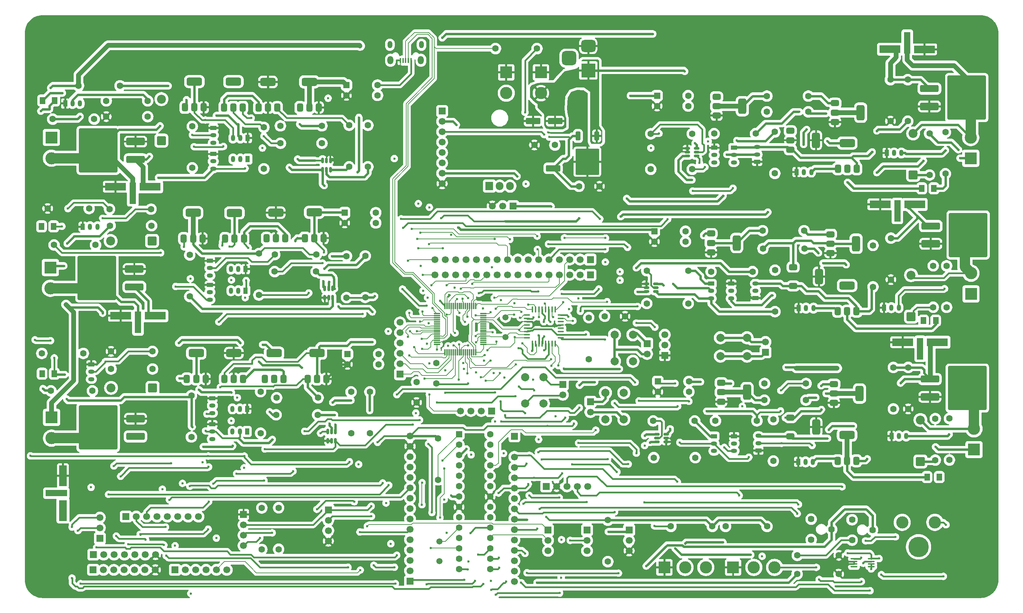
<source format=gbr>
%TF.GenerationSoftware,KiCad,Pcbnew,9.0.2*%
%TF.CreationDate,2025-09-14T19:19:55+01:00*%
%TF.ProjectId,ESP_IOBoard_V4,4553505f-494f-4426-9f61-72645f56342e,rev?*%
%TF.SameCoordinates,Original*%
%TF.FileFunction,Copper,L1,Top*%
%TF.FilePolarity,Positive*%
%FSLAX46Y46*%
G04 Gerber Fmt 4.6, Leading zero omitted, Abs format (unit mm)*
G04 Created by KiCad (PCBNEW 9.0.2) date 2025-09-14 19:19:55*
%MOMM*%
%LPD*%
G01*
G04 APERTURE LIST*
G04 Aperture macros list*
%AMRoundRect*
0 Rectangle with rounded corners*
0 $1 Rounding radius*
0 $2 $3 $4 $5 $6 $7 $8 $9 X,Y pos of 4 corners*
0 Add a 4 corners polygon primitive as box body*
4,1,4,$2,$3,$4,$5,$6,$7,$8,$9,$2,$3,0*
0 Add four circle primitives for the rounded corners*
1,1,$1+$1,$2,$3*
1,1,$1+$1,$4,$5*
1,1,$1+$1,$6,$7*
1,1,$1+$1,$8,$9*
0 Add four rect primitives between the rounded corners*
20,1,$1+$1,$2,$3,$4,$5,0*
20,1,$1+$1,$4,$5,$6,$7,0*
20,1,$1+$1,$6,$7,$8,$9,0*
20,1,$1+$1,$8,$9,$2,$3,0*%
G04 Aperture macros list end*
%TA.AperFunction,ComponentPad*%
%ADD10C,1.600000*%
%TD*%
%TA.AperFunction,SMDPad,CuDef*%
%ADD11RoundRect,0.250001X-0.462499X-0.624999X0.462499X-0.624999X0.462499X0.624999X-0.462499X0.624999X0*%
%TD*%
%TA.AperFunction,ComponentPad*%
%ADD12R,1.700000X1.700000*%
%TD*%
%TA.AperFunction,ComponentPad*%
%ADD13C,1.700000*%
%TD*%
%TA.AperFunction,SMDPad,CuDef*%
%ADD14RoundRect,0.250000X-0.350000X0.850000X-0.350000X-0.850000X0.350000X-0.850000X0.350000X0.850000X0*%
%TD*%
%TA.AperFunction,SMDPad,CuDef*%
%ADD15RoundRect,0.249997X-2.650003X2.950003X-2.650003X-2.950003X2.650003X-2.950003X2.650003X2.950003X0*%
%TD*%
%TA.AperFunction,ComponentPad*%
%ADD16R,3.000000X3.000000*%
%TD*%
%TA.AperFunction,ComponentPad*%
%ADD17C,3.000000*%
%TD*%
%TA.AperFunction,ComponentPad*%
%ADD18R,1.050000X1.500000*%
%TD*%
%TA.AperFunction,ComponentPad*%
%ADD19O,1.050000X1.500000*%
%TD*%
%TA.AperFunction,SMDPad,CuDef*%
%ADD20RoundRect,0.375000X0.375000X-0.625000X0.375000X0.625000X-0.375000X0.625000X-0.375000X-0.625000X0*%
%TD*%
%TA.AperFunction,SMDPad,CuDef*%
%ADD21RoundRect,0.500000X1.400000X-0.500000X1.400000X0.500000X-1.400000X0.500000X-1.400000X-0.500000X0*%
%TD*%
%TA.AperFunction,SMDPad,CuDef*%
%ADD22RoundRect,0.150000X0.512500X0.150000X-0.512500X0.150000X-0.512500X-0.150000X0.512500X-0.150000X0*%
%TD*%
%TA.AperFunction,ComponentPad*%
%ADD23C,1.500000*%
%TD*%
%TA.AperFunction,ComponentPad*%
%ADD24RoundRect,0.249999X0.850001X0.850001X-0.850001X0.850001X-0.850001X-0.850001X0.850001X-0.850001X0*%
%TD*%
%TA.AperFunction,ComponentPad*%
%ADD25C,2.200000*%
%TD*%
%TA.AperFunction,ComponentPad*%
%ADD26R,1.500000X1.050000*%
%TD*%
%TA.AperFunction,ComponentPad*%
%ADD27O,1.500000X1.050000*%
%TD*%
%TA.AperFunction,ComponentPad*%
%ADD28C,2.000000*%
%TD*%
%TA.AperFunction,ComponentPad*%
%ADD29R,5.130800X1.981200*%
%TD*%
%TA.AperFunction,ComponentPad*%
%ADD30R,1.625600X5.267200*%
%TD*%
%TA.AperFunction,ComponentPad*%
%ADD31R,5.130800X1.866900*%
%TD*%
%TA.AperFunction,SMDPad,CuDef*%
%ADD32RoundRect,0.250001X0.462499X0.624999X-0.462499X0.624999X-0.462499X-0.624999X0.462499X-0.624999X0*%
%TD*%
%TA.AperFunction,ComponentPad*%
%ADD33RoundRect,0.250000X-0.550000X-0.550000X0.550000X-0.550000X0.550000X0.550000X-0.550000X0.550000X0*%
%TD*%
%TA.AperFunction,ComponentPad*%
%ADD34R,1.981200X5.130800*%
%TD*%
%TA.AperFunction,ComponentPad*%
%ADD35R,5.267200X1.625600*%
%TD*%
%TA.AperFunction,ComponentPad*%
%ADD36R,1.866900X5.130800*%
%TD*%
%TA.AperFunction,ComponentPad*%
%ADD37C,0.800000*%
%TD*%
%TA.AperFunction,ComponentPad*%
%ADD38C,5.400000*%
%TD*%
%TA.AperFunction,SMDPad,CuDef*%
%ADD39RoundRect,0.375000X-0.625000X-0.375000X0.625000X-0.375000X0.625000X0.375000X-0.625000X0.375000X0*%
%TD*%
%TA.AperFunction,SMDPad,CuDef*%
%ADD40RoundRect,0.500000X-0.500000X-1.400000X0.500000X-1.400000X0.500000X1.400000X-0.500000X1.400000X0*%
%TD*%
%TA.AperFunction,SMDPad,CuDef*%
%ADD41RoundRect,0.100000X-0.637500X-0.100000X0.637500X-0.100000X0.637500X0.100000X-0.637500X0.100000X0*%
%TD*%
%TA.AperFunction,SMDPad,CuDef*%
%ADD42RoundRect,0.100000X-0.100000X-0.637500X0.100000X-0.637500X0.100000X0.637500X-0.100000X0.637500X0*%
%TD*%
%TA.AperFunction,ComponentPad*%
%ADD43C,5.000000*%
%TD*%
%TA.AperFunction,SMDPad,CuDef*%
%ADD44RoundRect,0.402091X1.897909X0.482509X-1.897909X0.482509X-1.897909X-0.482509X1.897909X-0.482509X0*%
%TD*%
%TA.AperFunction,SMDPad,CuDef*%
%ADD45RoundRect,0.250002X4.449998X5.149998X-4.449998X5.149998X-4.449998X-5.149998X4.449998X-5.149998X0*%
%TD*%
%TA.AperFunction,SMDPad,CuDef*%
%ADD46RoundRect,0.425182X1.874818X0.510218X-1.874818X0.510218X-1.874818X-0.510218X1.874818X-0.510218X0*%
%TD*%
%TA.AperFunction,ComponentPad*%
%ADD47RoundRect,0.249999X0.850001X-0.850001X0.850001X0.850001X-0.850001X0.850001X-0.850001X-0.850001X0*%
%TD*%
%TA.AperFunction,SMDPad,CuDef*%
%ADD48R,0.450000X1.300000*%
%TD*%
%TA.AperFunction,HeatsinkPad*%
%ADD49O,1.150000X1.800000*%
%TD*%
%TA.AperFunction,HeatsinkPad*%
%ADD50O,1.450000X2.000000*%
%TD*%
%TA.AperFunction,SMDPad,CuDef*%
%ADD51RoundRect,0.250000X1.500000X0.550000X-1.500000X0.550000X-1.500000X-0.550000X1.500000X-0.550000X0*%
%TD*%
%TA.AperFunction,SMDPad,CuDef*%
%ADD52RoundRect,0.150000X0.150000X-0.512500X0.150000X0.512500X-0.150000X0.512500X-0.150000X-0.512500X0*%
%TD*%
%TA.AperFunction,ComponentPad*%
%ADD53C,1.620000*%
%TD*%
%TA.AperFunction,ComponentPad*%
%ADD54R,3.500000X3.500000*%
%TD*%
%TA.AperFunction,ComponentPad*%
%ADD55RoundRect,0.750000X-1.000000X0.750000X-1.000000X-0.750000X1.000000X-0.750000X1.000000X0.750000X0*%
%TD*%
%TA.AperFunction,ComponentPad*%
%ADD56RoundRect,0.875000X-0.875000X0.875000X-0.875000X-0.875000X0.875000X-0.875000X0.875000X0.875000X0*%
%TD*%
%TA.AperFunction,SMDPad,CuDef*%
%ADD57RoundRect,0.402091X-1.897909X-0.482509X1.897909X-0.482509X1.897909X0.482509X-1.897909X0.482509X0*%
%TD*%
%TA.AperFunction,SMDPad,CuDef*%
%ADD58RoundRect,0.250002X-4.449998X-5.149998X4.449998X-5.149998X4.449998X5.149998X-4.449998X5.149998X0*%
%TD*%
%TA.AperFunction,SMDPad,CuDef*%
%ADD59RoundRect,0.425182X-1.874818X-0.510218X1.874818X-0.510218X1.874818X0.510218X-1.874818X0.510218X0*%
%TD*%
%TA.AperFunction,SMDPad,CuDef*%
%ADD60RoundRect,0.150000X-0.150000X0.512500X-0.150000X-0.512500X0.150000X-0.512500X0.150000X0.512500X0*%
%TD*%
%TA.AperFunction,SMDPad,CuDef*%
%ADD61RoundRect,0.100000X-0.712500X-0.100000X0.712500X-0.100000X0.712500X0.100000X-0.712500X0.100000X0*%
%TD*%
%TA.AperFunction,SMDPad,CuDef*%
%ADD62RoundRect,0.075000X0.700000X0.075000X-0.700000X0.075000X-0.700000X-0.075000X0.700000X-0.075000X0*%
%TD*%
%TA.AperFunction,SMDPad,CuDef*%
%ADD63RoundRect,0.075000X0.075000X0.700000X-0.075000X0.700000X-0.075000X-0.700000X0.075000X-0.700000X0*%
%TD*%
%TA.AperFunction,SMDPad,CuDef*%
%ADD64RoundRect,0.150000X-0.512500X-0.150000X0.512500X-0.150000X0.512500X0.150000X-0.512500X0.150000X0*%
%TD*%
%TA.AperFunction,ComponentPad*%
%ADD65R,1.905000X2.000000*%
%TD*%
%TA.AperFunction,ComponentPad*%
%ADD66O,1.905000X2.000000*%
%TD*%
%TA.AperFunction,ViaPad*%
%ADD67C,0.600000*%
%TD*%
%TA.AperFunction,ViaPad*%
%ADD68C,0.900000*%
%TD*%
%TA.AperFunction,Conductor*%
%ADD69C,0.200000*%
%TD*%
%TA.AperFunction,Conductor*%
%ADD70C,0.600000*%
%TD*%
%TA.AperFunction,Conductor*%
%ADD71C,0.400000*%
%TD*%
%TA.AperFunction,Conductor*%
%ADD72C,1.200000*%
%TD*%
%TA.AperFunction,Conductor*%
%ADD73C,2.500000*%
%TD*%
G04 APERTURE END LIST*
D10*
X43587800Y-65290800D03*
X53747800Y-65290800D03*
X176124000Y-55505275D03*
X186284000Y-55505275D03*
D11*
X27174800Y-38690600D03*
X30149800Y-38690600D03*
D12*
X41198800Y-145876800D03*
D13*
X41198800Y-143336800D03*
X41198800Y-140796800D03*
D10*
X54102000Y-100126800D03*
X43942000Y-100126800D03*
X95605600Y-49149000D03*
X85445600Y-49149000D03*
D14*
X162864800Y-47371000D03*
D15*
X160584800Y-53671000D03*
D14*
X158304800Y-47371000D03*
D16*
X29093200Y-79584600D03*
D17*
X29093200Y-84664600D03*
D10*
X249257200Y-126711800D03*
X249257200Y-116551800D03*
D12*
X170815000Y-143865300D03*
D13*
X170815000Y-146405300D03*
X170815000Y-148945300D03*
D18*
X233273600Y-89408000D03*
D19*
X235051600Y-89408000D03*
X236880400Y-89408000D03*
D20*
X71715600Y-106832800D03*
X74015600Y-106832800D03*
D21*
X74015600Y-100532800D03*
D20*
X76315600Y-106832800D03*
D22*
X187370300Y-52272100D03*
X187370300Y-51322100D03*
X187370300Y-50372100D03*
X185095300Y-50372100D03*
X185095300Y-51322100D03*
X185095300Y-52272100D03*
D23*
X140538200Y-91768600D03*
X140538200Y-96648600D03*
D12*
X150977600Y-143865300D03*
D13*
X150977600Y-146405300D03*
X150977600Y-148945300D03*
D20*
X221912400Y-90289600D03*
X224212400Y-90289600D03*
D21*
X224212400Y-83989600D03*
D20*
X226512400Y-90289600D03*
D24*
X54001800Y-73063200D03*
D25*
X43841800Y-73063200D03*
D26*
X69024500Y-45415200D03*
D27*
X69024500Y-47193200D03*
X69024500Y-49022000D03*
D10*
X194437000Y-142976600D03*
X204597000Y-142976600D03*
X214124400Y-112056000D03*
X203964400Y-112056000D03*
D28*
X165032120Y-116732551D03*
X165032120Y-110232551D03*
X169532120Y-116732551D03*
X169532120Y-110232551D03*
D10*
X204546600Y-41459075D03*
X214706600Y-41459075D03*
D11*
X27073200Y-105587800D03*
X30048200Y-105587800D03*
D26*
X191668400Y-50266600D03*
D27*
X191668400Y-52044600D03*
X191668400Y-53873400D03*
D29*
X240766600Y-64135000D03*
D30*
X236524800Y-65743200D03*
D31*
X232283000Y-64128650D03*
D10*
X80572000Y-109982000D03*
X80572000Y-120142000D03*
X81381600Y-55401800D03*
X81381600Y-45241800D03*
D12*
X97155000Y-138938000D03*
D13*
X97155000Y-141478000D03*
X97155000Y-144018000D03*
X97155000Y-146558000D03*
D10*
X244398800Y-46761400D03*
X244398800Y-56921400D03*
X206148800Y-126965800D03*
X206148800Y-116805800D03*
X102260400Y-54910400D03*
X102260400Y-44750400D03*
D26*
X202163000Y-53670200D03*
D27*
X202163000Y-51892200D03*
X202163000Y-50063400D03*
D29*
X246329200Y-97866200D03*
D30*
X242087400Y-99474400D03*
D31*
X237845600Y-97859850D03*
D10*
X212013800Y-150062900D03*
X222173800Y-150062900D03*
D20*
X221894200Y-126903100D03*
X224194200Y-126903100D03*
D21*
X224194200Y-120603100D03*
D20*
X226494200Y-126903100D03*
D10*
X158561400Y-59690000D03*
X163561400Y-59690000D03*
X239166400Y-104038400D03*
X239166400Y-114198400D03*
X29235400Y-109778800D03*
X39395400Y-109778800D03*
D28*
X193193752Y-96782033D03*
X199693752Y-96782033D03*
X193193752Y-101282033D03*
X199693752Y-101282033D03*
D18*
X32740600Y-39425200D03*
D19*
X34518600Y-39425200D03*
X36347400Y-39425200D03*
D10*
X80873600Y-138455400D03*
X80873600Y-148615400D03*
D12*
X76403200Y-140060200D03*
D13*
X76403200Y-142600200D03*
X76403200Y-145140200D03*
X76403200Y-147680200D03*
D32*
X246768000Y-130902800D03*
X243793000Y-130902800D03*
D10*
X84027600Y-76411000D03*
X94187600Y-76411000D03*
X94648800Y-111479800D03*
X84488800Y-111479800D03*
D26*
X68169200Y-77952600D03*
D27*
X68169200Y-79730600D03*
X68169200Y-81559400D03*
D10*
X160934400Y-102006400D03*
X160934400Y-91846400D03*
D33*
X177673000Y-37490400D03*
D10*
X177673000Y-40030400D03*
X185293000Y-40030400D03*
X185293000Y-37490400D03*
X63219200Y-76504800D03*
X63219200Y-86664800D03*
D16*
X254482600Y-52832000D03*
D17*
X254482600Y-47752000D03*
D34*
X32181800Y-139090400D03*
D35*
X30573600Y-134848600D03*
D36*
X32188150Y-130606800D03*
D10*
X191973200Y-117119400D03*
X202133200Y-117119400D03*
X107340400Y-120190800D03*
X107340400Y-110030800D03*
D16*
X29345800Y-47733000D03*
D17*
X29345800Y-52813000D03*
D16*
X255277000Y-124171800D03*
D17*
X255277000Y-119091800D03*
D12*
X175219400Y-98189800D03*
D13*
X175219400Y-100729800D03*
D20*
X71893400Y-72492000D03*
X74193400Y-72492000D03*
D21*
X74193400Y-66192000D03*
D20*
X76493400Y-72492000D03*
D10*
X80162400Y-76149200D03*
X80162400Y-86309200D03*
X181051200Y-142976600D03*
X191211200Y-142976600D03*
D16*
X29387800Y-116281200D03*
D17*
X29387800Y-121361200D03*
D10*
X84378800Y-115646200D03*
X94538800Y-115646200D03*
D37*
X254235600Y-153510600D03*
X254828709Y-152078709D03*
X254828709Y-154942491D03*
X256260600Y-151485600D03*
D38*
X256260600Y-153510600D03*
D37*
X256260600Y-155535600D03*
X257692491Y-152078709D03*
X257692491Y-154942491D03*
X258285600Y-153510600D03*
D39*
X192252600Y-37787475D03*
X192252600Y-40087475D03*
D40*
X198552600Y-40087475D03*
D39*
X192252600Y-42387475D03*
D18*
X37034600Y-69583400D03*
D19*
X38812600Y-69583400D03*
X40641400Y-69583400D03*
D26*
X196469000Y-50241200D03*
D27*
X196469000Y-52019200D03*
X196469000Y-53848000D03*
D16*
X254549200Y-86051400D03*
D17*
X254549200Y-80971400D03*
D12*
X161340800Y-77622400D03*
D13*
X158800800Y-77622400D03*
X156260800Y-77622400D03*
X153720800Y-77622400D03*
X151180800Y-77622400D03*
X148640800Y-77622400D03*
X146100800Y-77622400D03*
X143560800Y-77622400D03*
X141020800Y-77622400D03*
X138480800Y-77622400D03*
X135940800Y-77622400D03*
X133400800Y-77622400D03*
X130860800Y-77622400D03*
X128320800Y-77622400D03*
X125780800Y-77622400D03*
X123240800Y-77622400D03*
D12*
X39598600Y-149864600D03*
D13*
X42138600Y-149864600D03*
X44678600Y-149864600D03*
X47218600Y-149864600D03*
X49758600Y-149864600D03*
X52298600Y-149864600D03*
X54838600Y-149864600D03*
D10*
X95580200Y-44881800D03*
X85420200Y-44881800D03*
D37*
X251863909Y-98374200D03*
X252457018Y-96942309D03*
X252457018Y-99806091D03*
X253888909Y-96349200D03*
D38*
X253888909Y-98374200D03*
D37*
X253888909Y-100399200D03*
X255320800Y-96942309D03*
X255320800Y-99806091D03*
X255913909Y-98374200D03*
D10*
X42773600Y-38766800D03*
X52933600Y-38766800D03*
D37*
X83369800Y-95046800D03*
X83962909Y-93614909D03*
X83962909Y-96478691D03*
X85394800Y-93021800D03*
D38*
X85394800Y-95046800D03*
D37*
X85394800Y-97071800D03*
X86826691Y-93614909D03*
X86826691Y-96478691D03*
X87419800Y-95046800D03*
D10*
X176860200Y-126136400D03*
X187020200Y-126136400D03*
D12*
X204216152Y-100327433D03*
D13*
X204216152Y-97787433D03*
D10*
X39827200Y-43230800D03*
X29667200Y-43230800D03*
D41*
X145773700Y-91230800D03*
X145773700Y-92030800D03*
X145773700Y-92830800D03*
X145773700Y-93630800D03*
X145773700Y-94430800D03*
X145773700Y-95230800D03*
X145773700Y-96030800D03*
X145773700Y-96830800D03*
D42*
X147136200Y-98193300D03*
X147936200Y-98193300D03*
X148736200Y-98193300D03*
X149536200Y-98193300D03*
X150336200Y-98193300D03*
X151136200Y-98193300D03*
X151936200Y-98193300D03*
X152736200Y-98193300D03*
D41*
X154098700Y-96830800D03*
X154098700Y-96030800D03*
X154098700Y-95230800D03*
X154098700Y-94430800D03*
X154098700Y-93630800D03*
X154098700Y-92830800D03*
X154098700Y-92030800D03*
X154098700Y-91230800D03*
D42*
X152736200Y-89868300D03*
X151936200Y-89868300D03*
X151136200Y-89868300D03*
X150336200Y-89868300D03*
X149536200Y-89868300D03*
X148736200Y-89868300D03*
X147936200Y-89868300D03*
X147136200Y-89868300D03*
D37*
X251863909Y-24993600D03*
X252457018Y-23561709D03*
X252457018Y-26425491D03*
X253888909Y-22968600D03*
D38*
X253888909Y-24993600D03*
D37*
X253888909Y-27018600D03*
X255320800Y-23561709D03*
X255320800Y-26425491D03*
X255913909Y-24993600D03*
D22*
X177348300Y-85471600D03*
X177348300Y-84521600D03*
X177348300Y-83571600D03*
X175073300Y-83571600D03*
X175073300Y-84521600D03*
X175073300Y-85471600D03*
D10*
X191638600Y-46786800D03*
X201798600Y-46786800D03*
D16*
X179451000Y-153009600D03*
D17*
X184531000Y-153009600D03*
X189611000Y-153009600D03*
D12*
X59588400Y-153598400D03*
D13*
X62128400Y-153598400D03*
X64668400Y-153598400D03*
X67208400Y-153598400D03*
X69748400Y-153598400D03*
X72288400Y-153598400D03*
X74828400Y-153598400D03*
D17*
X245706400Y-141984700D03*
X237706400Y-141984700D03*
D43*
X241706400Y-147984700D03*
D28*
X171754800Y-96037400D03*
X171754800Y-102537400D03*
X167254800Y-96037400D03*
X167254800Y-102537400D03*
D37*
X184004600Y-98704400D03*
X184597709Y-97272509D03*
X184597709Y-100136291D03*
X186029600Y-96679400D03*
D38*
X186029600Y-98704400D03*
D37*
X186029600Y-100729400D03*
X187461491Y-97272509D03*
X187461491Y-100136291D03*
X188054600Y-98704400D03*
X213925800Y-98374200D03*
X214518909Y-96942309D03*
X214518909Y-99806091D03*
X215950800Y-96349200D03*
D38*
X215950800Y-98374200D03*
D37*
X215950800Y-100399200D03*
X217382691Y-96942309D03*
X217382691Y-99806091D03*
X217975800Y-98374200D03*
D16*
X140741400Y-31800800D03*
D17*
X140741400Y-36880800D03*
D10*
X203613000Y-74947200D03*
X213773000Y-74947200D03*
D11*
X242938200Y-92579200D03*
X245913200Y-92579200D03*
D44*
X49961800Y-53102600D03*
D45*
X40811800Y-50897200D03*
D46*
X49961800Y-48742600D03*
D12*
X114731800Y-105714800D03*
D13*
X114731800Y-103174800D03*
X114731800Y-100634800D03*
X114731800Y-98094800D03*
X114731800Y-95554800D03*
X114731800Y-93014800D03*
D39*
X221234000Y-39336875D03*
X221234000Y-41636875D03*
D40*
X227534000Y-41636875D03*
D39*
X221234000Y-43936875D03*
D10*
X213671400Y-70553000D03*
X203511400Y-70553000D03*
X164835200Y-91516200D03*
X169835200Y-91516200D03*
D47*
X242170600Y-127067400D03*
D25*
X242170600Y-116907400D03*
D26*
X68783200Y-111607600D03*
D27*
X68783200Y-113385600D03*
X68783200Y-115214400D03*
D48*
X117408400Y-28867800D03*
X116758400Y-28867800D03*
X116108400Y-28867800D03*
X115458400Y-28867800D03*
X114808400Y-28867800D03*
D49*
X119983400Y-25017800D03*
D50*
X119833400Y-28817800D03*
X112383400Y-28817800D03*
D49*
X112233400Y-25017800D03*
D10*
X29998800Y-74053800D03*
X40158800Y-74053800D03*
D51*
X152694600Y-43738800D03*
X147294600Y-43738800D03*
D26*
X68173600Y-83845400D03*
D27*
X68173600Y-85623400D03*
X68173600Y-87452200D03*
D44*
X49651000Y-84330000D03*
D45*
X40501000Y-82124600D03*
D46*
X49651000Y-79970000D03*
D10*
X235541200Y-114215000D03*
X235541200Y-104055000D03*
X206502000Y-46362200D03*
X206502000Y-56522200D03*
X84988400Y-138413800D03*
X84988400Y-148573800D03*
D12*
X47599600Y-140568200D03*
D13*
X50139600Y-140568200D03*
X52679600Y-140568200D03*
X55219600Y-140568200D03*
X57759600Y-140568200D03*
X60299600Y-140568200D03*
X62839600Y-140568200D03*
X65379600Y-140568200D03*
D52*
X95759100Y-55620500D03*
X96709100Y-55620500D03*
X97659100Y-55620500D03*
X97659100Y-53345500D03*
X96709100Y-53345500D03*
X95759100Y-53345500D03*
D33*
X129159000Y-120426000D03*
D10*
X129159000Y-122966000D03*
X129159000Y-125506000D03*
X129159000Y-128046000D03*
X129159000Y-130586000D03*
X129159000Y-133126000D03*
X129159000Y-135666000D03*
X129159000Y-138206000D03*
X129159000Y-140746000D03*
X129159000Y-143286000D03*
X129159000Y-145826000D03*
X129159000Y-148366000D03*
X129159000Y-150906000D03*
X129159000Y-153446000D03*
X136779000Y-153446000D03*
X136779000Y-150906000D03*
X136779000Y-148366000D03*
X136779000Y-145826000D03*
X136779000Y-143286000D03*
X136779000Y-140746000D03*
X136779000Y-138206000D03*
X136779000Y-135666000D03*
X136779000Y-133126000D03*
X136779000Y-130586000D03*
X136779000Y-128046000D03*
X136779000Y-125506000D03*
X136779000Y-122966000D03*
X136779000Y-120426000D03*
X176124000Y-46837600D03*
X186284000Y-46837600D03*
D26*
X196543200Y-120895200D03*
D27*
X196543200Y-122673200D03*
X196543200Y-124502000D03*
D10*
X138099800Y-25958800D03*
X148259800Y-25958800D03*
D39*
X211004000Y-79479200D03*
X211004000Y-81779200D03*
D40*
X217304000Y-81779200D03*
D39*
X211004000Y-84079200D03*
D18*
X77270000Y-119735600D03*
D19*
X75492000Y-119735600D03*
X73663200Y-119735600D03*
D47*
X240385600Y-56896000D03*
D25*
X240385600Y-46736000D03*
D53*
X215406600Y-146195600D03*
X220406600Y-143695600D03*
X215406600Y-141195600D03*
D20*
X71617217Y-40361000D03*
X73917217Y-40361000D03*
D21*
X73917217Y-34061000D03*
D20*
X76217217Y-40361000D03*
D12*
X117172600Y-156383200D03*
D13*
X117172600Y-153843200D03*
X117172600Y-151303200D03*
X117172600Y-148763200D03*
X117172600Y-146223200D03*
X117172600Y-143683200D03*
X117172600Y-141143200D03*
X117172600Y-138603200D03*
X117172600Y-136063200D03*
X117172600Y-133523200D03*
X117172600Y-130983200D03*
X117172600Y-128443200D03*
X117172600Y-125903200D03*
X117172600Y-123363200D03*
X117172600Y-120823200D03*
D10*
X101617800Y-76784200D03*
X101617800Y-86944200D03*
D26*
X68761000Y-117957600D03*
D27*
X68761000Y-119735600D03*
X68761000Y-121564400D03*
D33*
X101165600Y-66136600D03*
D10*
X101165600Y-68676600D03*
X108785600Y-68676600D03*
X108785600Y-66136600D03*
X190892000Y-80586000D03*
X201052000Y-80586000D03*
X248285000Y-56616600D03*
X248285000Y-46456600D03*
D37*
X27065000Y-24866600D03*
X27658109Y-23434709D03*
X27658109Y-26298491D03*
X29090000Y-22841600D03*
D38*
X29090000Y-24866600D03*
D37*
X29090000Y-26891600D03*
X30521891Y-23434709D03*
X30521891Y-26298491D03*
X31115000Y-24866600D03*
D26*
X191615600Y-120895200D03*
D27*
X191615600Y-122673200D03*
X191615600Y-124502000D03*
D28*
X149849600Y-106401800D03*
X149849600Y-112901800D03*
X145349600Y-106401800D03*
X145349600Y-112901800D03*
D32*
X29897200Y-69507200D03*
X26922200Y-69507200D03*
D10*
X211963000Y-154660300D03*
X222123000Y-154660300D03*
D54*
X160832800Y-31318200D03*
D55*
X160832800Y-25318200D03*
D56*
X156132800Y-28318200D03*
D37*
X26023600Y-153263600D03*
X26616709Y-151831709D03*
X26616709Y-154695491D03*
X28048600Y-151238600D03*
D38*
X28048600Y-153263600D03*
D37*
X28048600Y-155288600D03*
X29480491Y-151831709D03*
X29480491Y-154695491D03*
X30073600Y-153263600D03*
D26*
X202491200Y-124400400D03*
D27*
X202491200Y-122622400D03*
X202491200Y-120793600D03*
D10*
X63628800Y-121081800D03*
X63628800Y-110921800D03*
D51*
X152204400Y-55295800D03*
X146804400Y-55295800D03*
D18*
X211836400Y-56195475D03*
D19*
X213614400Y-56195475D03*
X215443200Y-56195475D03*
D20*
X221956600Y-55397800D03*
X224256600Y-55397800D03*
D21*
X224256600Y-49097800D03*
D20*
X226556600Y-55397800D03*
D10*
X175144000Y-88383800D03*
X185304000Y-88383800D03*
D18*
X76911200Y-85242400D03*
D19*
X75133200Y-85242400D03*
X73304400Y-85242400D03*
D10*
X35991800Y-35077400D03*
X46151800Y-35077400D03*
D39*
X220956600Y-108130400D03*
X220956600Y-110430400D03*
D40*
X227256600Y-110430400D03*
D39*
X220956600Y-112730400D03*
D10*
X84023200Y-80568800D03*
X94183200Y-80568800D03*
D39*
X210339400Y-116334600D03*
X210339400Y-118634600D03*
D40*
X216639400Y-118634600D03*
D39*
X210339400Y-120934600D03*
D18*
X235084000Y-120844400D03*
D19*
X236862000Y-120844400D03*
X238690800Y-120844400D03*
D12*
X161338120Y-112435751D03*
D13*
X161338120Y-114975751D03*
D18*
X77419200Y-53005400D03*
D19*
X75641200Y-53005400D03*
X73812400Y-53005400D03*
D20*
X81596200Y-106833200D03*
X83896200Y-106833200D03*
D21*
X83896200Y-100533200D03*
D20*
X86196200Y-106833200D03*
D37*
X181917400Y-24993600D03*
X182510509Y-23561709D03*
X182510509Y-26425491D03*
X183942400Y-22968600D03*
D38*
X183942400Y-24993600D03*
D37*
X183942400Y-27018600D03*
X185374291Y-23561709D03*
X185374291Y-26425491D03*
X185967400Y-24993600D03*
D20*
X92086400Y-106858200D03*
X94386400Y-106858200D03*
D21*
X94386400Y-100558200D03*
D20*
X96686400Y-106858200D03*
D29*
X53517800Y-59817000D03*
D30*
X49276000Y-61425200D03*
D31*
X45034200Y-59810650D03*
D18*
X212242400Y-127152400D03*
D19*
X214020400Y-127152400D03*
X215849200Y-127152400D03*
D57*
X244373400Y-35763200D03*
D58*
X253523400Y-37968600D03*
D59*
X244373400Y-40123200D03*
D44*
X49945600Y-120950400D03*
D45*
X40795600Y-118745000D03*
D46*
X49945600Y-116590400D03*
D18*
X233908600Y-51536600D03*
D19*
X235686600Y-51536600D03*
X237515400Y-51536600D03*
D47*
X239877600Y-91592400D03*
D25*
X239877600Y-81432400D03*
D10*
X230555800Y-84328000D03*
X230555800Y-74168000D03*
X102743000Y-110030800D03*
X102743000Y-120190800D03*
X239064800Y-43738800D03*
X239064800Y-33578800D03*
X214732000Y-37598275D03*
X204572000Y-37598275D03*
X106215200Y-76733400D03*
X106215200Y-86893400D03*
D26*
X39137000Y-103327200D03*
D27*
X39137000Y-105105200D03*
X39137000Y-106934000D03*
D12*
X142392400Y-64541400D03*
D13*
X139852400Y-64541400D03*
X137312400Y-64541400D03*
D10*
X175144000Y-80357400D03*
X185304000Y-80357400D03*
D33*
X177012600Y-70688200D03*
D10*
X177012600Y-73228200D03*
X184632600Y-73228200D03*
X184632600Y-70688200D03*
X43714800Y-69329400D03*
X53874800Y-69329400D03*
D12*
X161340800Y-81356200D03*
D13*
X158800800Y-81356200D03*
X156260800Y-81356200D03*
X153720800Y-81356200D03*
X151180800Y-81356200D03*
X148640800Y-81356200D03*
X146100800Y-81356200D03*
X143560800Y-81356200D03*
X141020800Y-81356200D03*
X138480800Y-81356200D03*
X135940800Y-81356200D03*
X133400800Y-81356200D03*
X130860800Y-81356200D03*
X128320800Y-81356200D03*
X125780800Y-81356200D03*
X123240800Y-81356200D03*
D10*
X152639400Y-49580800D03*
X147639400Y-49580800D03*
D12*
X137185400Y-114706400D03*
D13*
X134645400Y-114706400D03*
X132105400Y-114706400D03*
X129565400Y-114706400D03*
D18*
X76911200Y-79980200D03*
D19*
X75133200Y-79980200D03*
X73304400Y-79980200D03*
D39*
X190887600Y-71261600D03*
X190887600Y-73561600D03*
D40*
X197187600Y-73561600D03*
D39*
X190887600Y-75861600D03*
D10*
X176735600Y-117137400D03*
X186895600Y-117137400D03*
D20*
X82002600Y-72441200D03*
X84302600Y-72441200D03*
D21*
X84302600Y-66141200D03*
D20*
X86602600Y-72441200D03*
D12*
X179552600Y-101092000D03*
D13*
X179552600Y-98552000D03*
X179552600Y-96012000D03*
D47*
X56286400Y-48495000D03*
D25*
X56286400Y-38335000D03*
D12*
X154609600Y-108198600D03*
D13*
X154609600Y-110738600D03*
D10*
X123571000Y-107960800D03*
X123571000Y-102960800D03*
D20*
X62507500Y-106858200D03*
X64807500Y-106858200D03*
D21*
X64807500Y-100558200D03*
D20*
X67107500Y-106858200D03*
D26*
X190913000Y-83532400D03*
D27*
X190913000Y-85310400D03*
X190913000Y-87139200D03*
D60*
X98199000Y-84714500D03*
X97249000Y-84714500D03*
X96299000Y-84714500D03*
X96299000Y-86989500D03*
X97249000Y-86989500D03*
X98199000Y-86989500D03*
D33*
X177850800Y-107467400D03*
D10*
X177850800Y-110007400D03*
X185470800Y-110007400D03*
X185470800Y-107467400D03*
X245303600Y-79142600D03*
X245303600Y-89302600D03*
X165608000Y-151612600D03*
X165608000Y-141452600D03*
D20*
X91400600Y-72365000D03*
X93700600Y-72365000D03*
D21*
X93700600Y-66065000D03*
D20*
X96000600Y-72365000D03*
D29*
X234696000Y-26136600D03*
D30*
X238937800Y-24528400D03*
D31*
X243179600Y-26142950D03*
D10*
X234823000Y-33578800D03*
X234823000Y-43738800D03*
X43967400Y-104419400D03*
X54127400Y-104419400D03*
D57*
X244699000Y-69422600D03*
D58*
X253849000Y-71628000D03*
D59*
X244699000Y-73782600D03*
D12*
X150520400Y-133172200D03*
D13*
X153060400Y-133172200D03*
X155600400Y-133172200D03*
X158140400Y-133172200D03*
X160680400Y-133172200D03*
D26*
X201788600Y-87088400D03*
D27*
X201788600Y-85310400D03*
X201788600Y-83481600D03*
D16*
X149225000Y-31800800D03*
D17*
X149225000Y-36880800D03*
D10*
X203989800Y-107966600D03*
X214149800Y-107966600D03*
D20*
X90218900Y-40411800D03*
X92518900Y-40411800D03*
D21*
X92518900Y-34111800D03*
D20*
X94818900Y-40411800D03*
D26*
X195840600Y-83532400D03*
D27*
X195840600Y-85310400D03*
X195840600Y-87139200D03*
D39*
X193395200Y-107821100D03*
X193395200Y-110121100D03*
D40*
X199695200Y-110121100D03*
D39*
X193395200Y-112421100D03*
D61*
X225899000Y-150886100D03*
X225899000Y-151536100D03*
X225899000Y-152186100D03*
X225899000Y-152836100D03*
X230124000Y-152836100D03*
X230124000Y-152186100D03*
X230124000Y-151536100D03*
X230124000Y-150886100D03*
D23*
X124333000Y-146637200D03*
X124333000Y-151517200D03*
D10*
X106857800Y-54910400D03*
X106857800Y-44750400D03*
X124053600Y-131572000D03*
X124053600Y-121412000D03*
D60*
X98892400Y-119715700D03*
X97942400Y-119715700D03*
X96992400Y-119715700D03*
X96992400Y-121990700D03*
X97942400Y-121990700D03*
X98892400Y-121990700D03*
D62*
X135164200Y-98390400D03*
X135164200Y-97890400D03*
X135164200Y-97390400D03*
X135164200Y-96890400D03*
X135164200Y-96390400D03*
X135164200Y-95890400D03*
X135164200Y-95390400D03*
X135164200Y-94890400D03*
X135164200Y-94390400D03*
X135164200Y-93890400D03*
X135164200Y-93390400D03*
X135164200Y-92890400D03*
X135164200Y-92390400D03*
X135164200Y-91890400D03*
X135164200Y-91390400D03*
X135164200Y-90890400D03*
D63*
X133239200Y-88965400D03*
X132739200Y-88965400D03*
X132239200Y-88965400D03*
X131739200Y-88965400D03*
X131239200Y-88965400D03*
X130739200Y-88965400D03*
X130239200Y-88965400D03*
X129739200Y-88965400D03*
X129239200Y-88965400D03*
X128739200Y-88965400D03*
X128239200Y-88965400D03*
X127739200Y-88965400D03*
X127239200Y-88965400D03*
X126739200Y-88965400D03*
X126239200Y-88965400D03*
X125739200Y-88965400D03*
D62*
X123814200Y-90890400D03*
X123814200Y-91390400D03*
X123814200Y-91890400D03*
X123814200Y-92390400D03*
X123814200Y-92890400D03*
X123814200Y-93390400D03*
X123814200Y-93890400D03*
X123814200Y-94390400D03*
X123814200Y-94890400D03*
X123814200Y-95390400D03*
X123814200Y-95890400D03*
X123814200Y-96390400D03*
X123814200Y-96890400D03*
X123814200Y-97390400D03*
X123814200Y-97890400D03*
X123814200Y-98390400D03*
D63*
X125739200Y-100315400D03*
X126239200Y-100315400D03*
X126739200Y-100315400D03*
X127239200Y-100315400D03*
X127739200Y-100315400D03*
X128239200Y-100315400D03*
X128739200Y-100315400D03*
X129239200Y-100315400D03*
X129739200Y-100315400D03*
X130239200Y-100315400D03*
X130739200Y-100315400D03*
X131239200Y-100315400D03*
X131739200Y-100315400D03*
X132239200Y-100315400D03*
X132739200Y-100315400D03*
X133239200Y-100315400D03*
D24*
X54127400Y-109042200D03*
D25*
X43967400Y-109042200D03*
D57*
X244498200Y-106904200D03*
D58*
X253648200Y-109109600D03*
D59*
X244498200Y-111264200D03*
D20*
X61745500Y-72466600D03*
X64045500Y-72466600D03*
D21*
X64045500Y-66166600D03*
D20*
X66345500Y-72466600D03*
D26*
X68973700Y-51790600D03*
D27*
X68973700Y-53568600D03*
X68973700Y-55397400D03*
D10*
X206552800Y-80213200D03*
X206552800Y-90373200D03*
D20*
X80070468Y-40437200D03*
X82370468Y-40437200D03*
D21*
X82370468Y-34137200D03*
D20*
X84670468Y-40437200D03*
X62063600Y-40355200D03*
X64363600Y-40355200D03*
D21*
X64363600Y-34055200D03*
D20*
X66663600Y-40355200D03*
D18*
X77270000Y-114194000D03*
D19*
X75492000Y-114194000D03*
X73663200Y-114194000D03*
D33*
X101605000Y-34894600D03*
D10*
X101605000Y-37434600D03*
X109225000Y-37434600D03*
X109225000Y-34894600D03*
D32*
X245468800Y-60198000D03*
X242493800Y-60198000D03*
D12*
X125018800Y-41275000D03*
D13*
X125018800Y-43815000D03*
X125018800Y-46355000D03*
X125018800Y-48895000D03*
X125018800Y-51435000D03*
X125018800Y-53975000D03*
X125018800Y-56515000D03*
X125018800Y-59055000D03*
D16*
X196291200Y-153009600D03*
D17*
X201371200Y-153009600D03*
X206451200Y-153009600D03*
D12*
X142722600Y-120883200D03*
D13*
X142722600Y-123423200D03*
X142722600Y-125963200D03*
X142722600Y-128503200D03*
X142722600Y-131043200D03*
X142722600Y-133583200D03*
X142722600Y-136123200D03*
X142722600Y-138663200D03*
X142722600Y-141203200D03*
X142722600Y-143743200D03*
X142722600Y-146283200D03*
X142722600Y-148823200D03*
X142722600Y-151363200D03*
X142722600Y-153903200D03*
X142722600Y-156443200D03*
D10*
X118770400Y-107619800D03*
X118770400Y-112619800D03*
D53*
X225439600Y-146339900D03*
X230439600Y-143839900D03*
X225439600Y-141339900D03*
D64*
X177655500Y-120388300D03*
X177655500Y-121338300D03*
X177655500Y-122288300D03*
X179930500Y-122288300D03*
X179930500Y-121338300D03*
X179930500Y-120388300D03*
D10*
X52933600Y-42621200D03*
X42773600Y-42621200D03*
X245802800Y-116577200D03*
X245802800Y-126737200D03*
X63855600Y-45008800D03*
X63855600Y-55168800D03*
D12*
X39573200Y-153623800D03*
D13*
X42113200Y-153623800D03*
X44653200Y-153623800D03*
X47193200Y-153623800D03*
X49733200Y-153623800D03*
X52273200Y-153623800D03*
X54813200Y-153623800D03*
D39*
X220122600Y-71440100D03*
X220122600Y-73740100D03*
D40*
X226422600Y-73740100D03*
D39*
X220122600Y-76040100D03*
D12*
X160528000Y-143865300D03*
D13*
X160528000Y-146405300D03*
X160528000Y-148945300D03*
D10*
X38582600Y-65125600D03*
X28422600Y-65125600D03*
X248580200Y-89328000D03*
X248580200Y-79168000D03*
D33*
X101859000Y-100756800D03*
D10*
X101859000Y-103296800D03*
X109479000Y-103296800D03*
X109479000Y-100756800D03*
D65*
X136601200Y-59639200D03*
D66*
X139141200Y-59639200D03*
X141681200Y-59639200D03*
D29*
X54787800Y-91414600D03*
D30*
X50546000Y-93022800D03*
D31*
X46304200Y-91408250D03*
D37*
X213925800Y-24993600D03*
X214518909Y-23561709D03*
X214518909Y-26425491D03*
X215950800Y-22968600D03*
D38*
X215950800Y-24993600D03*
D37*
X215950800Y-27018600D03*
X217382691Y-23561709D03*
X217382691Y-26425491D03*
X217975800Y-24993600D03*
D18*
X77419200Y-47874600D03*
D19*
X75641200Y-47874600D03*
X73812400Y-47874600D03*
D10*
X27000200Y-100609400D03*
X37160200Y-100609400D03*
D39*
X210312000Y-46105375D03*
X210312000Y-48405375D03*
D40*
X216612000Y-48405375D03*
D39*
X210312000Y-50705375D03*
D18*
X212376000Y-89531200D03*
D19*
X214154000Y-89531200D03*
X215982800Y-89531200D03*
D10*
X234924600Y-72390000D03*
X234924600Y-82550000D03*
D67*
X131064000Y-96505600D03*
X126771400Y-86258400D03*
X125450600Y-97764600D03*
X133384800Y-93878400D03*
D68*
X49009300Y-48856900D03*
D67*
X87274400Y-84150200D03*
X98806000Y-53035200D03*
X137617200Y-93946414D03*
X94818900Y-40411800D03*
X134848600Y-87477600D03*
X74015600Y-100532800D03*
X84302600Y-72441200D03*
X84302600Y-66141200D03*
X74015600Y-106832800D03*
D68*
X78663800Y-30073600D03*
X82370468Y-34137200D03*
D67*
X140437200Y-93665800D03*
X124536200Y-87757000D03*
X107670600Y-138023600D03*
X217373200Y-155981400D03*
X127228600Y-135432800D03*
X140563600Y-68300600D03*
X158546800Y-67538600D03*
X157302200Y-117779800D03*
X227711000Y-156464000D03*
X109220000Y-122402600D03*
X160299400Y-95935800D03*
X228151344Y-152011689D03*
X138310800Y-97713800D03*
X123799600Y-99669600D03*
X124764800Y-67487800D03*
X150859400Y-118364000D03*
X150520400Y-140665200D03*
X151257000Y-47625000D03*
X216687400Y-153009600D03*
X143912121Y-94816058D03*
X145338800Y-41554400D03*
X207924400Y-114706400D03*
X224194200Y-120603100D03*
X184429400Y-31546800D03*
X96139000Y-59512200D03*
X224256600Y-55397800D03*
X186410600Y-60833000D03*
X211785200Y-104267000D03*
X151714200Y-64592200D03*
X30048200Y-101701600D03*
X207992800Y-109702600D03*
X98856800Y-118033800D03*
X121920000Y-64846200D03*
X73917217Y-34061000D03*
X63808000Y-118592600D03*
X174625000Y-123190000D03*
X218313000Y-78486000D03*
X224307400Y-58724800D03*
X74193400Y-66192000D03*
X224256600Y-49097800D03*
X73736200Y-123240800D03*
X81381600Y-47396400D03*
X66522600Y-123444000D03*
X81076800Y-98475800D03*
X224205800Y-92329000D03*
X217195400Y-76022200D03*
X29133800Y-97510600D03*
X83896200Y-106833200D03*
X209245200Y-104013000D03*
X221767400Y-104241600D03*
X98704400Y-84759800D03*
X26746200Y-41275000D03*
X174625000Y-120777000D03*
X143383000Y-57251600D03*
X189814200Y-114757200D03*
X32588200Y-105791000D03*
X219405200Y-48590200D03*
X107950000Y-90449400D03*
X219024200Y-41859200D03*
X212531000Y-41459075D03*
X98704400Y-115671600D03*
X224212400Y-83989600D03*
X188315600Y-107569000D03*
X104267000Y-56204000D03*
X72974200Y-74472800D03*
X99618800Y-89103200D03*
X90635000Y-104101900D03*
X196265800Y-60147200D03*
X188061600Y-53924200D03*
X87630000Y-55041800D03*
X223977200Y-78892400D03*
X73917217Y-40411400D03*
X33096200Y-111785400D03*
X104648000Y-42824400D03*
X25323800Y-97282000D03*
X92379800Y-85826600D03*
X80162400Y-102616000D03*
X152694600Y-43738800D03*
X26922200Y-69507200D03*
X187045600Y-86334600D03*
X242938200Y-92579200D03*
X246768000Y-130902800D03*
X27279600Y-109220000D03*
X27073200Y-105587800D03*
X130479800Y-156083000D03*
X138201400Y-159715200D03*
X153822400Y-159308800D03*
X175006000Y-152679400D03*
X118592600Y-115214400D03*
X125145800Y-126822200D03*
X137669454Y-105449252D03*
X112471200Y-147218400D03*
X111302800Y-137261600D03*
X148736200Y-91694000D03*
X61442600Y-132435600D03*
X110472400Y-132334000D03*
X63220600Y-133128600D03*
X59639200Y-147701000D03*
X57302400Y-143138800D03*
X66395600Y-127304800D03*
X101981000Y-152984200D03*
X56896000Y-147548600D03*
X104902000Y-144348200D03*
X48133000Y-147320000D03*
X57454800Y-150164800D03*
X146151600Y-88655400D03*
X130403600Y-104444800D03*
X130937000Y-124002800D03*
X31927800Y-69494400D03*
X33375600Y-65151000D03*
X67861000Y-136943100D03*
X182626000Y-132046800D03*
X146380200Y-125577600D03*
X193802000Y-146862800D03*
X125831600Y-110236000D03*
X184531000Y-147142200D03*
X145338800Y-115282800D03*
X137998200Y-110185200D03*
X138142091Y-89702244D03*
X139370800Y-112344200D03*
X145745200Y-127635000D03*
X147438661Y-91800941D03*
X143814800Y-108737400D03*
X200609200Y-149910800D03*
X177012600Y-142849600D03*
X182092600Y-148361400D03*
X170611800Y-127711200D03*
X147579292Y-109638600D03*
X148590000Y-124790200D03*
X151511000Y-92854600D03*
X145338800Y-149606000D03*
X152859400Y-116027200D03*
X145821400Y-154330400D03*
X168224200Y-154432000D03*
X140081000Y-125095000D03*
X229819200Y-158724600D03*
X152236200Y-91724236D03*
X160477200Y-137033000D03*
X148674000Y-121691400D03*
X144386300Y-156756100D03*
X230124000Y-153416000D03*
X144983200Y-137414000D03*
X174574200Y-137109200D03*
X145778400Y-141351000D03*
X172593000Y-125044200D03*
X212293200Y-137566400D03*
X148285200Y-156743400D03*
X157073600Y-92633800D03*
X158445200Y-122555000D03*
X212013800Y-139852400D03*
X148920200Y-138684000D03*
X148316800Y-143510000D03*
X150215600Y-88376400D03*
X135062061Y-89589599D03*
X80416400Y-145821400D03*
X83413600Y-144551400D03*
X41910000Y-67513200D03*
X49651000Y-84330000D03*
X49945600Y-120950400D03*
X186207400Y-58140600D03*
X150022182Y-96469200D03*
X167843200Y-129616200D03*
X168757600Y-67106800D03*
X154813000Y-104368600D03*
X204800200Y-66014600D03*
X156870400Y-127805000D03*
X140713509Y-156521203D03*
X131292600Y-153517600D03*
X137083800Y-158496000D03*
X168452800Y-104419400D03*
X167259000Y-139428400D03*
X147298666Y-107014893D03*
X158877000Y-90297000D03*
X63474600Y-159410400D03*
X150021182Y-99857782D03*
X172567600Y-79654400D03*
X172872400Y-89128600D03*
X139039600Y-153111200D03*
X172923200Y-85496400D03*
X53340000Y-52374800D03*
X248285000Y-50876200D03*
X131953000Y-144653000D03*
X198551800Y-113557200D03*
X167259000Y-112801400D03*
X180873400Y-119075200D03*
X149420400Y-126593600D03*
X146126200Y-132638800D03*
X182727600Y-113556200D03*
X131470400Y-151612600D03*
X138849100Y-134810500D03*
X164922200Y-97180400D03*
X165582600Y-126542800D03*
X36372800Y-42570400D03*
X154432000Y-130005000D03*
X117881400Y-118033800D03*
X147574000Y-131043200D03*
X136956800Y-156337000D03*
X81407000Y-131724400D03*
X122529600Y-139573000D03*
X81635600Y-124028200D03*
X121691400Y-122758200D03*
X148691600Y-96189800D03*
X68961000Y-132511800D03*
X203403200Y-150291800D03*
X236067600Y-145542000D03*
X227660200Y-150647400D03*
X197789800Y-135382000D03*
X228727000Y-146507200D03*
X224383600Y-149504400D03*
X232613200Y-154787600D03*
X248437400Y-142570200D03*
X232029000Y-150850600D03*
X247777000Y-155219400D03*
X222986600Y-133273800D03*
X89636600Y-53009800D03*
X88519000Y-129438400D03*
X154279600Y-146227800D03*
X93903800Y-53365400D03*
X154178000Y-155543400D03*
X74701400Y-130048000D03*
X248081800Y-84759800D03*
X34886900Y-72021700D03*
X251485400Y-50749200D03*
X231495600Y-56337200D03*
X29159200Y-35585400D03*
X32385000Y-79171800D03*
D68*
X104927400Y-25298400D03*
D67*
X242900200Y-53441600D03*
X32943800Y-88646000D03*
X41884600Y-90779600D03*
X33197800Y-73710800D03*
X245846600Y-123494800D03*
X251866400Y-52806600D03*
X145567400Y-59105800D03*
X32029400Y-36855400D03*
X106705400Y-142900400D03*
X104978200Y-153670000D03*
X97205800Y-89662000D03*
X249199400Y-120446800D03*
X189407800Y-54965600D03*
X230352600Y-51257200D03*
X111963200Y-132892800D03*
X231495600Y-46126400D03*
X43332400Y-135128000D03*
X190195200Y-48666400D03*
X115493800Y-69850000D03*
X180263800Y-67741800D03*
X67741800Y-143662400D03*
X76809600Y-86969600D03*
X59791600Y-84226400D03*
X56108600Y-75971400D03*
X77038200Y-82770800D03*
X77546200Y-74752200D03*
X105600500Y-90970100D03*
X70345300Y-92900500D03*
X108508800Y-86588600D03*
X51096000Y-144899200D03*
X163652200Y-67665600D03*
X115011200Y-67665600D03*
X104597200Y-127787400D03*
X76530200Y-128625600D03*
X69748400Y-145846800D03*
X55575200Y-57556400D03*
X84670468Y-40437200D03*
X44653200Y-128168400D03*
X58648600Y-127558800D03*
X78282800Y-42976800D03*
X52400200Y-146202400D03*
X76784200Y-55321200D03*
X45237400Y-145338800D03*
X229133400Y-126415800D03*
X219710000Y-119278400D03*
X225780600Y-118389400D03*
X40411400Y-148132800D03*
X226494200Y-126903100D03*
X172313600Y-107696000D03*
X185470800Y-112356200D03*
X113919000Y-150037800D03*
X173253400Y-112242600D03*
X113944400Y-110718600D03*
X219405200Y-121412000D03*
X24231600Y-125704600D03*
X67843400Y-128397000D03*
X67767200Y-125755400D03*
X76581000Y-125755400D03*
X76315600Y-106832800D03*
X107289600Y-114604800D03*
X74863200Y-111455200D03*
X73380600Y-117119400D03*
X102336600Y-127152400D03*
X46304200Y-130708400D03*
X151792305Y-103653010D03*
X113588800Y-156972000D03*
X133832600Y-149885400D03*
X36499800Y-156997400D03*
X121259600Y-157192800D03*
X133096000Y-156286200D03*
X125571400Y-128828800D03*
X35839400Y-144018000D03*
X133375400Y-105232200D03*
X124510800Y-140792200D03*
X135128000Y-157048200D03*
X34391600Y-155625800D03*
X34391600Y-143129000D03*
X138930200Y-150672800D03*
X143791445Y-99306448D03*
X121894600Y-110667800D03*
X144136848Y-91886792D03*
X121894600Y-103098600D03*
X154696532Y-88038797D03*
X162661600Y-119405400D03*
X155956000Y-91592400D03*
X139547600Y-117264000D03*
X155188500Y-116375885D03*
X143060600Y-103276400D03*
X134560707Y-106451093D03*
X149922179Y-92854600D03*
X125044200Y-23342600D03*
X221411800Y-41636875D03*
X193852800Y-61976000D03*
X170230800Y-62661800D03*
X171119800Y-37490400D03*
X221956600Y-55397800D03*
X176631600Y-22377400D03*
X194760925Y-51898475D03*
X210312000Y-46105375D03*
X189077600Y-71780400D03*
X150012400Y-47015400D03*
X209092800Y-116382800D03*
X177139600Y-94183200D03*
X217932000Y-114350800D03*
X219049600Y-110439200D03*
X200152000Y-126034800D03*
X170434000Y-74650600D03*
X151053800Y-73837800D03*
X208153000Y-122605800D03*
X172593000Y-93167200D03*
X215646000Y-123164600D03*
X182092600Y-107950000D03*
X183235600Y-122421800D03*
X60680600Y-106730800D03*
X75641200Y-98069400D03*
X60502800Y-98094800D03*
X81596200Y-106833200D03*
X67411600Y-115443000D03*
X82804000Y-114909600D03*
X107975400Y-97815400D03*
X67106800Y-119583200D03*
X113334800Y-52908200D03*
X102590600Y-97917000D03*
X78486000Y-103174800D03*
X83439000Y-121666000D03*
X82002600Y-72441200D03*
X95758000Y-78486000D03*
X71170800Y-74193400D03*
X119202200Y-63931800D03*
X96062800Y-75869800D03*
X156388100Y-146405300D03*
X143027400Y-111074200D03*
X126161800Y-144551400D03*
X153720800Y-135933000D03*
X146354800Y-135382000D03*
X147040600Y-99974400D03*
X125552200Y-136398000D03*
X56515000Y-133858000D03*
X123748800Y-112649000D03*
X58242200Y-136474200D03*
X153517600Y-103606600D03*
X119507000Y-116916200D03*
X132137000Y-125450600D03*
X120091200Y-137668000D03*
X122232000Y-148259800D03*
X120116600Y-132257800D03*
X144679400Y-98145600D03*
X137975855Y-117264000D03*
X39065200Y-133400800D03*
X140259600Y-106528600D03*
X91363800Y-119684800D03*
X137236200Y-79552800D03*
X164999400Y-78232000D03*
X137387600Y-95478600D03*
X116627200Y-96558100D03*
X120700800Y-106756200D03*
X121285000Y-98196400D03*
X41358800Y-81584371D03*
X57937400Y-35102800D03*
X175944223Y-122421800D03*
X179273200Y-83921600D03*
X97431259Y-117768583D03*
X98221800Y-112598200D03*
X102717600Y-112090200D03*
X95250000Y-120167400D03*
X178147200Y-46736000D03*
X176149000Y-50317400D03*
X186961600Y-49149000D03*
X98018600Y-76809600D03*
X97383600Y-83058000D03*
X96183600Y-79883000D03*
X95939292Y-82929617D03*
X71617217Y-40361000D03*
X78130400Y-37515800D03*
X97104200Y-38125400D03*
X92518900Y-37795200D03*
X197205600Y-48463200D03*
X192252600Y-37787475D03*
X195707000Y-107950000D03*
X61823600Y-74523600D03*
X63373000Y-82321400D03*
X73431400Y-82651600D03*
X75133200Y-44475400D03*
X69748400Y-42359400D03*
X90144600Y-44475400D03*
X62433200Y-38506400D03*
X165735000Y-144272000D03*
X128524000Y-44653200D03*
X181584600Y-83591400D03*
X215976200Y-73596200D03*
X128955800Y-69781600D03*
X119227600Y-74828400D03*
X118211600Y-99069295D03*
X94361000Y-138785600D03*
X108305600Y-152501600D03*
X103517700Y-136944100D03*
X125222000Y-74828400D03*
X113360200Y-152984200D03*
X127279400Y-71542400D03*
X120142000Y-99517200D03*
X111836200Y-95199200D03*
X107721400Y-140512800D03*
X133323000Y-97917000D03*
X131358000Y-107960800D03*
X133299200Y-96342200D03*
X136164200Y-99820778D03*
X142696702Y-91093800D03*
X125831600Y-104775000D03*
X126466600Y-98780600D03*
X142862296Y-96589409D03*
X133235761Y-91317466D03*
X121462800Y-86969600D03*
X119786400Y-79222600D03*
X122682000Y-89509600D03*
X122417600Y-83957400D03*
X164973000Y-75107800D03*
X131207001Y-91663315D03*
X134035800Y-85910600D03*
X148589000Y-85455000D03*
X139159600Y-105457977D03*
X129108200Y-107061000D03*
X135704344Y-107306463D03*
X156108400Y-89738200D03*
X158419800Y-87104400D03*
X128711312Y-87290402D03*
X116967000Y-90728800D03*
X119735600Y-71043800D03*
X131267200Y-105537000D03*
X141630400Y-72694800D03*
X118922800Y-72542400D03*
X117195600Y-95173800D03*
X137947400Y-72618600D03*
X116652800Y-77871700D03*
X117030500Y-101079300D03*
X130616496Y-92928904D03*
X117576600Y-70129400D03*
X121234200Y-88900000D03*
X148310600Y-71888200D03*
X115333600Y-84861400D03*
X148386800Y-75158600D03*
X121704100Y-93205300D03*
X165049200Y-72364600D03*
X154990800Y-72313800D03*
X165430200Y-87960200D03*
X131419600Y-98628200D03*
X131419600Y-87096600D03*
X129156364Y-98405143D03*
X132400800Y-83557200D03*
X126187200Y-83931000D03*
X126188200Y-91084400D03*
X129620293Y-84801200D03*
X127863600Y-98654824D03*
X137795000Y-87003400D03*
X136931400Y-90500200D03*
X139446000Y-87589600D03*
X135424000Y-101037178D03*
X135331385Y-102405000D03*
X162382200Y-107619800D03*
X130200400Y-102997000D03*
X158648400Y-113919000D03*
X158648400Y-108432600D03*
X129320800Y-90678000D03*
X140470800Y-115789647D03*
X120091200Y-97078800D03*
X142745048Y-88299800D03*
X128219200Y-95605600D03*
X168605200Y-80619600D03*
X130036455Y-87209745D03*
X168605200Y-82702400D03*
X119608600Y-92786200D03*
X120345200Y-81356200D03*
X136868288Y-102368852D03*
X121843800Y-73828400D03*
X118846600Y-95199200D03*
X163412522Y-84836597D03*
X154355800Y-86004400D03*
X144434754Y-90415338D03*
X128074815Y-84515199D03*
X120217200Y-90353034D03*
X120353810Y-85276410D03*
X237286800Y-107873800D03*
D68*
X253648200Y-109109600D03*
D67*
X40795600Y-118745000D03*
X55956200Y-44881800D03*
X193395200Y-110121100D03*
X194132200Y-123621800D03*
X217830400Y-108534200D03*
X216560400Y-111404400D03*
X192252600Y-40087475D03*
X205943200Y-86410800D03*
X65455800Y-109474000D03*
X73431400Y-110185200D03*
X64807500Y-106858200D03*
X73355200Y-76123800D03*
X81026000Y-50317400D03*
X67081400Y-43459400D03*
X214299800Y-45770800D03*
X213563200Y-49428400D03*
X89052400Y-73050400D03*
X70713600Y-108909000D03*
X71485068Y-49926932D03*
X90218900Y-40411800D03*
X63855600Y-47117000D03*
X64287400Y-49987200D03*
X151735200Y-102066117D03*
D69*
X125450600Y-97764600D02*
X124821934Y-97764600D01*
X131038600Y-97627200D02*
X129794049Y-97627200D01*
X102971600Y-37058600D02*
X101981000Y-37058600D01*
D70*
X179930500Y-122288300D02*
X179930500Y-121338300D01*
D71*
X153230196Y-93779800D02*
X153055396Y-93954600D01*
D69*
X136432962Y-92890400D02*
X135164200Y-92890400D01*
D71*
X149371000Y-93954600D02*
X149047200Y-93630800D01*
D69*
X114808400Y-28867800D02*
X114808400Y-30784400D01*
D70*
X185095300Y-51322100D02*
X185095300Y-50372100D01*
X97969400Y-53035200D02*
X97659100Y-53345500D01*
X82370468Y-34137200D02*
X82370468Y-40437200D01*
D71*
X223647000Y-151536100D02*
X222173800Y-150062900D01*
X225899000Y-152186100D02*
X224597200Y-152186100D01*
D69*
X132739200Y-100315400D02*
X132739200Y-99109600D01*
X101981000Y-37058600D02*
X101605000Y-37434600D01*
X107518200Y-32029400D02*
X103733600Y-35814000D01*
D71*
X147904200Y-93268800D02*
X147490150Y-93268800D01*
D69*
X124693734Y-97890400D02*
X124694934Y-97891600D01*
D71*
X146894600Y-94430800D02*
X145773700Y-94430800D01*
D69*
X137617200Y-93946414D02*
X137488976Y-93946414D01*
X126239200Y-88965400D02*
X126239200Y-86790600D01*
D70*
X98806000Y-53035200D02*
X97969400Y-53035200D01*
D71*
X149047200Y-93630800D02*
X148266200Y-93630800D01*
D69*
X144760800Y-92830800D02*
X145773700Y-92830800D01*
X132739200Y-99109600D02*
X132420600Y-98791000D01*
D71*
X153055396Y-93954600D02*
X149371000Y-93954600D01*
D69*
X129570992Y-97404143D02*
X125811057Y-97404143D01*
D70*
X97942400Y-121990700D02*
X96992400Y-121990700D01*
X200829600Y-87088400D02*
X201788600Y-87088400D01*
D69*
X133384800Y-93767400D02*
X133384800Y-93878400D01*
D71*
X224597200Y-152186100D02*
X222123000Y-154660300D01*
D69*
X134823200Y-87452200D02*
X134848600Y-87477600D01*
D71*
X225899000Y-152186100D02*
X225899000Y-151536100D01*
D69*
X113563400Y-32029400D02*
X107518200Y-32029400D01*
D70*
X100247800Y-103296800D02*
X96686400Y-106858200D01*
D69*
X129794049Y-97627200D02*
X129570992Y-97404143D01*
X114808400Y-30784400D02*
X113563400Y-32029400D01*
X132739200Y-87809000D02*
X133096000Y-87452200D01*
X125811057Y-97404143D02*
X125450600Y-97764600D01*
D71*
X225899000Y-151536100D02*
X223647000Y-151536100D01*
D69*
X123814200Y-97890400D02*
X124693734Y-97890400D01*
X131064000Y-97601800D02*
X131038600Y-97627200D01*
D71*
X147694600Y-93630800D02*
X146894600Y-94430800D01*
D69*
X132420600Y-98638600D02*
X131409200Y-97627200D01*
X132739200Y-88965400D02*
X132739200Y-87809000D01*
X103733600Y-35814000D02*
X103733600Y-36296600D01*
X135164200Y-92890400D02*
X134261800Y-92890400D01*
D70*
X195840600Y-83532400D02*
X197273600Y-83532400D01*
D69*
X103733600Y-36296600D02*
X102971600Y-37058600D01*
D70*
X197273600Y-83532400D02*
X200829600Y-87088400D01*
D71*
X154098700Y-93630800D02*
X153949700Y-93779800D01*
X149047200Y-93630800D02*
X147694600Y-93630800D01*
X147052150Y-92830800D02*
X145773700Y-92830800D01*
D69*
X143925800Y-93665800D02*
X144760800Y-92830800D01*
D71*
X153949700Y-93779800D02*
X153230196Y-93779800D01*
X148266200Y-93630800D02*
X147904200Y-93268800D01*
D69*
X140437200Y-93665800D02*
X143925800Y-93665800D01*
X133096000Y-87452200D02*
X134823200Y-87452200D01*
X131064000Y-96505600D02*
X131064000Y-97601800D01*
X131409200Y-97627200D02*
X131038600Y-97627200D01*
X124694934Y-97891600D02*
X124688600Y-97891600D01*
D70*
X101859000Y-103296800D02*
X100247800Y-103296800D01*
D69*
X132420600Y-98791000D02*
X132420600Y-98638600D01*
X133384800Y-93767400D02*
X134261800Y-92890400D01*
X137488976Y-93946414D02*
X136432962Y-92890400D01*
X126239200Y-86790600D02*
X126771400Y-86258400D01*
X124821934Y-97764600D02*
X124694934Y-97891600D01*
D71*
X147490150Y-93268800D02*
X147052150Y-92830800D01*
X147143542Y-95031800D02*
X146692204Y-95031800D01*
D70*
X192760600Y-141427200D02*
X191211200Y-142976600D01*
D71*
X165608000Y-141452600D02*
X151307800Y-141452600D01*
X151257000Y-47625000D02*
X156006800Y-47625000D01*
X227711000Y-156464000D02*
X227533200Y-156641800D01*
D70*
X155295600Y-52933600D02*
X156057600Y-52171600D01*
D69*
X137475400Y-92390400D02*
X135164200Y-92390400D01*
D70*
X156598600Y-59690000D02*
X152204400Y-55295800D01*
D71*
X228117400Y-151917400D02*
X228151344Y-151951344D01*
X97155000Y-138938000D02*
X93492800Y-142600200D01*
X221056200Y-156641800D02*
X220700600Y-156286200D01*
D70*
X156946600Y-47371000D02*
X158304800Y-47371000D01*
D71*
X140563600Y-68300600D02*
X132816600Y-68300600D01*
D69*
X160204400Y-96030800D02*
X160299400Y-95935800D01*
D71*
X151790400Y-94665800D02*
X147509542Y-94665800D01*
D69*
X145020828Y-93630800D02*
X143985828Y-94665800D01*
X125739200Y-88965400D02*
X125739200Y-86223800D01*
D71*
X151307800Y-141452600D02*
X150520400Y-140665200D01*
D69*
X132239200Y-87701400D02*
X132238200Y-87700400D01*
X135163200Y-99609000D02*
X135163200Y-99406150D01*
D71*
X125450600Y-66802000D02*
X124764800Y-67487800D01*
X145922700Y-95081800D02*
X145773700Y-95230800D01*
D69*
X143985828Y-94665800D02*
X143611600Y-94665800D01*
D71*
X130709550Y-119338000D02*
X130141950Y-118770400D01*
X150859400Y-118364000D02*
X156845000Y-118364000D01*
X131318000Y-66802000D02*
X125450600Y-66802000D01*
D69*
X138310800Y-97713800D02*
X138310800Y-98348800D01*
X128925265Y-85521800D02*
X129205665Y-85802200D01*
D71*
X146692204Y-95031800D02*
X146642204Y-95081800D01*
D69*
X143611600Y-94665800D02*
X139750800Y-94665800D01*
D71*
X150859400Y-118364000D02*
X136169400Y-118364000D01*
D70*
X156349700Y-47967900D02*
X156946600Y-47371000D01*
D71*
X130141950Y-118770400D02*
X119225400Y-118770400D01*
D69*
X132234761Y-91732094D02*
X132234761Y-90902838D01*
X132222000Y-96257772D02*
X132359400Y-96120372D01*
D71*
X156845000Y-118364000D02*
X157302200Y-117906800D01*
X228151344Y-151951344D02*
X228151344Y-152011689D01*
D69*
X132239200Y-88965400D02*
X132239200Y-87701400D01*
X145773700Y-93630800D02*
X145020828Y-93630800D01*
X126441200Y-85521800D02*
X128925265Y-85521800D01*
X133055800Y-92390400D02*
X132983866Y-92318466D01*
D71*
X145338800Y-28879800D02*
X145338800Y-41554400D01*
D69*
X137475400Y-92390400D02*
X139750800Y-94665800D01*
D70*
X157784800Y-68300600D02*
X158546800Y-67538600D01*
D71*
X124536200Y-87757000D02*
X125165800Y-88386600D01*
D69*
X132359400Y-92780199D02*
X132821133Y-92318466D01*
X132239200Y-90837200D02*
X132239200Y-88965400D01*
X138310800Y-98348800D02*
X138269200Y-98390400D01*
D71*
X125638200Y-88864400D02*
X125638200Y-88965400D01*
X147509542Y-94665800D02*
X147143542Y-95031800D01*
D70*
X158561400Y-59690000D02*
X156598600Y-59690000D01*
D71*
X119225400Y-118770400D02*
X117172600Y-120823200D01*
D69*
X132238200Y-87700400D02*
X132238200Y-88112600D01*
X135163200Y-99406150D02*
X135204200Y-99365150D01*
D70*
X165608000Y-141452600D02*
X189687200Y-141452600D01*
X129159000Y-135666000D02*
X127461800Y-135666000D01*
D71*
X154098700Y-96030800D02*
X160204400Y-96030800D01*
D69*
X132222000Y-97703400D02*
X132222000Y-96257772D01*
X133239200Y-100315400D02*
X134456800Y-100315400D01*
X125739200Y-86223800D02*
X126441200Y-85521800D01*
D71*
X93492800Y-142600200D02*
X76403200Y-142600200D01*
D69*
X129205665Y-85802200D02*
X130034921Y-85802200D01*
X133239200Y-98720600D02*
X132222000Y-97703400D01*
X134456800Y-100315400D02*
X135163200Y-99609000D01*
X135204200Y-99365150D02*
X135204200Y-98430400D01*
X135164200Y-92390400D02*
X133055800Y-92390400D01*
D71*
X220700600Y-156286200D02*
X217678000Y-156286200D01*
D69*
X133239200Y-100315400D02*
X133239200Y-98720600D01*
D71*
X125165800Y-88386600D02*
X125165800Y-88392000D01*
D70*
X156057600Y-48260000D02*
X156349700Y-47967900D01*
X203047600Y-141427200D02*
X192760600Y-141427200D01*
D69*
X132235761Y-90901838D02*
X132235761Y-90840639D01*
X123814200Y-99655000D02*
X123799600Y-99669600D01*
D71*
X132816600Y-68300600D02*
X131318000Y-66802000D01*
D69*
X132235761Y-90840639D02*
X132239200Y-90837200D01*
D71*
X157302200Y-117906800D02*
X157302200Y-117779800D01*
D69*
X132359400Y-96120372D02*
X132359400Y-92780199D01*
D71*
X217678000Y-156286200D02*
X217373200Y-155981400D01*
D69*
X130315321Y-85521800D02*
X131927600Y-85521800D01*
D71*
X125165800Y-88392000D02*
X125638200Y-88864400D01*
D70*
X204597000Y-142976600D02*
X203047600Y-141427200D01*
D69*
X132983866Y-92318466D02*
X132821133Y-92318466D01*
D70*
X156057600Y-52171600D02*
X156057600Y-48260000D01*
D71*
X230124000Y-151536100D02*
X228498700Y-151536100D01*
D70*
X189687200Y-141452600D02*
X191211200Y-142976600D01*
D69*
X123814200Y-98390400D02*
X123814200Y-99655000D01*
X144176600Y-95230800D02*
X143611600Y-94665800D01*
D71*
X97155000Y-138938000D02*
X106756200Y-138938000D01*
X148259800Y-25958800D02*
X145338800Y-28879800D01*
X146642204Y-95081800D02*
X145922700Y-95081800D01*
X221056200Y-156641800D02*
X227533200Y-156641800D01*
D69*
X131927600Y-85521800D02*
X132638800Y-86233000D01*
D70*
X140563600Y-68300600D02*
X157784800Y-68300600D01*
D71*
X154098700Y-96030800D02*
X153155400Y-96030800D01*
D70*
X123439400Y-120823200D02*
X123672600Y-121056400D01*
D69*
X132638800Y-87299800D02*
X132238200Y-87700400D01*
D71*
X228498700Y-151536100D02*
X228117400Y-151917400D01*
D69*
X132821133Y-92318466D02*
X132234761Y-91732094D01*
D71*
X135195400Y-119338000D02*
X130709550Y-119338000D01*
D70*
X152204400Y-55295800D02*
X154566600Y-52933600D01*
D71*
X109220000Y-122402600D02*
X110799400Y-120823200D01*
D70*
X123672600Y-121056400D02*
X123972800Y-121056400D01*
D69*
X145773700Y-95230800D02*
X144176600Y-95230800D01*
X138269200Y-98390400D02*
X135164200Y-98390400D01*
D71*
X106756200Y-138938000D02*
X107670600Y-138023600D01*
D69*
X132638800Y-86233000D02*
X132638800Y-87299800D01*
X132234761Y-90902838D02*
X132235761Y-90901838D01*
D71*
X110799400Y-120823200D02*
X117172600Y-120823200D01*
X216687400Y-153009600D02*
X206451200Y-153009600D01*
D69*
X130034921Y-85802200D02*
X130315321Y-85521800D01*
D70*
X127461800Y-135666000D02*
X127228600Y-135432800D01*
X117172600Y-120823200D02*
X123439400Y-120823200D01*
D71*
X136169400Y-118364000D02*
X135195400Y-119338000D01*
X156006800Y-47625000D02*
X156349700Y-47967900D01*
D70*
X154566600Y-52933600D02*
X155295600Y-52933600D01*
D71*
X153155400Y-96030800D02*
X151790400Y-94665800D01*
X186410600Y-60833000D02*
X195580000Y-60833000D01*
D70*
X175013700Y-120388300D02*
X174625000Y-120777000D01*
X178033500Y-86156800D02*
X177348300Y-85471600D01*
X189814200Y-114757200D02*
X201091800Y-114757200D01*
D71*
X81381600Y-47396400D02*
X83134200Y-49149000D01*
D70*
X98244300Y-84759800D02*
X98199000Y-84714500D01*
X243793000Y-130902800D02*
X225746400Y-130902800D01*
D72*
X224194200Y-120603100D02*
X224194200Y-126903100D01*
D71*
X29133800Y-97510600D02*
X25552400Y-97510600D01*
D70*
X81051400Y-103505000D02*
X89966800Y-103505000D01*
X190906400Y-88417400D02*
X190913000Y-88410800D01*
X96139000Y-59512200D02*
X95759100Y-59132300D01*
X98584600Y-84328900D02*
X98199000Y-84714500D01*
X226390200Y-94513400D02*
X224205800Y-92329000D01*
X100076000Y-89611200D02*
X107111800Y-89611200D01*
X94183200Y-80568800D02*
X95021400Y-81407000D01*
D71*
X74193400Y-73964800D02*
X74193400Y-72492000D01*
D70*
X95759100Y-59132300D02*
X95759100Y-55620500D01*
X215106725Y-41859200D02*
X214706600Y-41459075D01*
X63628800Y-118413400D02*
X63830200Y-118614800D01*
D71*
X83134200Y-49149000D02*
X85445600Y-49149000D01*
X72974200Y-74472800D02*
X73685400Y-74472800D01*
D70*
X208229200Y-44323000D02*
X211093125Y-41459075D01*
X219024200Y-41859200D02*
X215106725Y-41859200D01*
X225831400Y-60198000D02*
X242493800Y-60198000D01*
X66522600Y-123444000D02*
X73533000Y-123444000D01*
X97967800Y-81407000D02*
X98450400Y-81889600D01*
D71*
X207594200Y-115036600D02*
X202895200Y-115036600D01*
D70*
X177655500Y-120388300D02*
X175013700Y-120388300D01*
D71*
X30048200Y-105587800D02*
X30048200Y-101701600D01*
D70*
X192862200Y-90373200D02*
X190906400Y-88417400D01*
X99618800Y-89103200D02*
X99618800Y-89154000D01*
X90635000Y-104101900D02*
X90563700Y-104101900D01*
X223570800Y-78486000D02*
X223977200Y-78892400D01*
D71*
X188036200Y-53898800D02*
X188061600Y-53924200D01*
D70*
X98704400Y-115671600D02*
X94564200Y-115671600D01*
X74193400Y-66192000D02*
X74193400Y-72492000D01*
D71*
X76758800Y-44475400D02*
X80391000Y-44475400D01*
D70*
X27178000Y-40843200D02*
X28879800Y-40843200D01*
X224194200Y-129350600D02*
X224194200Y-126903100D01*
X245913200Y-92579200D02*
X245913200Y-93481600D01*
X218313000Y-78486000D02*
X223570800Y-78486000D01*
X201091800Y-114757200D02*
X202133200Y-115798600D01*
X225746400Y-130902800D02*
X224194200Y-129350600D01*
D71*
X80162400Y-86309200D02*
X91897200Y-86309200D01*
D70*
X107111800Y-89611200D02*
X107950000Y-90449400D01*
D71*
X188036200Y-52938000D02*
X188036200Y-53898800D01*
D70*
X125018800Y-56515000D02*
X142646400Y-56515000D01*
X73533000Y-123444000D02*
X73736200Y-123240800D01*
X151663400Y-64541400D02*
X142392400Y-64541400D01*
X98704400Y-84759800D02*
X98244300Y-84759800D01*
X95759100Y-55620500D02*
X88208700Y-55620500D01*
X98450400Y-81889600D02*
X98450400Y-82143600D01*
X151714200Y-64592200D02*
X151663400Y-64541400D01*
D71*
X25552400Y-97510600D02*
X25323800Y-97282000D01*
D70*
X104648000Y-55823000D02*
X104267000Y-56204000D01*
D71*
X207924400Y-114706400D02*
X207594200Y-115036600D01*
D70*
X63628800Y-110921800D02*
X63628800Y-118413400D01*
X33451800Y-112141000D02*
X33096200Y-111785400D01*
D71*
X187370300Y-52272100D02*
X188036200Y-52938000D01*
D70*
X98892400Y-118069400D02*
X98856800Y-118033800D01*
X63298600Y-111252000D02*
X47193200Y-111252000D01*
X47193200Y-111252000D02*
X46304200Y-112141000D01*
D72*
X221767400Y-104241600D02*
X211810600Y-104241600D01*
D70*
X209245200Y-104013000D02*
X211531200Y-104013000D01*
D71*
X73685400Y-74472800D02*
X74193400Y-73964800D01*
D72*
X211810600Y-104241600D02*
X211785200Y-104267000D01*
D70*
X81838800Y-98475800D02*
X83896200Y-100533200D01*
X224358200Y-58724800D02*
X225831400Y-60198000D01*
X98450400Y-82143600D02*
X98584600Y-82277800D01*
D71*
X73917217Y-40411400D02*
X73917217Y-41633817D01*
X73917217Y-41633817D02*
X76758800Y-44475400D01*
D70*
X28879800Y-39960600D02*
X30149800Y-38690600D01*
X26746200Y-41275000D02*
X27178000Y-40843200D01*
X98584600Y-82277800D02*
X98584600Y-84328900D01*
X95021400Y-81407000D02*
X97967800Y-81407000D01*
D71*
X109225000Y-34894600D02*
X114660600Y-34894600D01*
D70*
X104648000Y-42824400D02*
X104648000Y-55823000D01*
X186867800Y-86156800D02*
X178033500Y-86156800D01*
X187850200Y-87139200D02*
X187045600Y-86334600D01*
X81051400Y-103505000D02*
X80162400Y-102616000D01*
X245913200Y-93481600D02*
X244881400Y-94513400D01*
D71*
X209728800Y-107966600D02*
X207992800Y-109702600D01*
D70*
X213773000Y-74947200D02*
X216120400Y-74947200D01*
X211093125Y-41459075D02*
X212329275Y-41459075D01*
D71*
X214149800Y-107966600D02*
X209728800Y-107966600D01*
D70*
X206552800Y-90373200D02*
X192862200Y-90373200D01*
X188315600Y-107569000D02*
X185572400Y-107569000D01*
X88208700Y-55620500D02*
X87630000Y-55041800D01*
D71*
X195580000Y-60833000D02*
X196265800Y-60147200D01*
X117434400Y-32120800D02*
X117434400Y-28867800D01*
D70*
X142646400Y-56515000D02*
X143383000Y-57251600D01*
X184200800Y-31318200D02*
X160832800Y-31318200D01*
X28879800Y-40843200D02*
X28879800Y-39960600D01*
X211531200Y-104013000D02*
X211785200Y-104267000D01*
X32588200Y-105791000D02*
X30251400Y-105791000D01*
X46304200Y-112141000D02*
X33451800Y-112141000D01*
X99618800Y-89154000D02*
X100076000Y-89611200D01*
X190913000Y-87139200D02*
X187850200Y-87139200D01*
X187045600Y-86334600D02*
X186867800Y-86156800D01*
X224205800Y-92329000D02*
X224205800Y-90296200D01*
X219912800Y-49097800D02*
X219405200Y-48590200D01*
X224256600Y-49097800D02*
X219912800Y-49097800D01*
X216120400Y-74947200D02*
X217195400Y-76022200D01*
X90563700Y-104101900D02*
X89966800Y-103505000D01*
X81076800Y-98475800D02*
X81838800Y-98475800D01*
X98892400Y-119715700D02*
X98892400Y-118069400D01*
X190913000Y-88410800D02*
X190913000Y-87139200D01*
D71*
X80391000Y-44475400D02*
X81157400Y-45241800D01*
X114660600Y-34894600D02*
X117434400Y-32120800D01*
D70*
X204262400Y-44323000D02*
X208229200Y-44323000D01*
X184429400Y-31546800D02*
X184200800Y-31318200D01*
X202133200Y-115798600D02*
X202133200Y-117119400D01*
X244881400Y-94513400D02*
X226390200Y-94513400D01*
X201798600Y-46786800D02*
X204262400Y-44323000D01*
D71*
X91897200Y-86309200D02*
X92379800Y-85826600D01*
X202895200Y-115036600D02*
X202133200Y-115798600D01*
D70*
X224307400Y-58724800D02*
X224358200Y-58724800D01*
X247624600Y-60198000D02*
X248310400Y-59512200D01*
X245468800Y-60198000D02*
X247624600Y-60198000D01*
X248310400Y-59512200D02*
X248285000Y-59486800D01*
X248285000Y-59486800D02*
X248285000Y-56616600D01*
X29159200Y-109702600D02*
X27762200Y-109702600D01*
X27762200Y-109702600D02*
X27279600Y-109220000D01*
X180125000Y-147560400D02*
X175006000Y-152679400D01*
X184211014Y-147955000D02*
X183816414Y-147560400D01*
X223596200Y-138760200D02*
X228879400Y-138760200D01*
X220406600Y-141949800D02*
X223596200Y-138760200D01*
D71*
X153822400Y-159308800D02*
X138607800Y-159308800D01*
X138607800Y-159308800D02*
X138201400Y-159715200D01*
D70*
X220406600Y-146267800D02*
X218719400Y-147955000D01*
X218719400Y-147955000D02*
X184211014Y-147955000D01*
X228879400Y-138760200D02*
X230439600Y-140320400D01*
X230439600Y-140320400D02*
X230439600Y-143839900D01*
X220406600Y-143695600D02*
X220406600Y-141949800D01*
X183816414Y-147560400D02*
X180125000Y-147560400D01*
D71*
X130454400Y-156057600D02*
X117498200Y-156057600D01*
X130479800Y-156083000D02*
X130454400Y-156057600D01*
D70*
X220406600Y-143695600D02*
X220406600Y-146267800D01*
D69*
X129002000Y-122966000D02*
X125145800Y-126822200D01*
X148736200Y-91694000D02*
X148736200Y-89868300D01*
D71*
X67860000Y-132943600D02*
X67860000Y-132967850D01*
X63220600Y-133121400D02*
X63398400Y-132943600D01*
X70062000Y-132967850D02*
X70062000Y-132943600D01*
X67860000Y-132967850D02*
X68504950Y-133612800D01*
X63398400Y-132943600D02*
X67860000Y-132943600D01*
X63220600Y-133128600D02*
X63220600Y-133121400D01*
X68504950Y-133612800D02*
X69417050Y-133612800D01*
X70062000Y-132943600D02*
X109862800Y-132943600D01*
X69417050Y-133612800D02*
X70062000Y-132967850D01*
X109862800Y-132943600D02*
X110472400Y-132334000D01*
X50139600Y-141655800D02*
X50139600Y-140568200D01*
X57302400Y-143138800D02*
X51622600Y-143138800D01*
X51622600Y-143138800D02*
X50139600Y-141655800D01*
X56896000Y-147548600D02*
X56667400Y-147320000D01*
X117172600Y-143683200D02*
X116507600Y-144348200D01*
X58039000Y-150749000D02*
X57454800Y-150164800D01*
X116507600Y-144348200D02*
X104902000Y-144348200D01*
X56667400Y-147320000D02*
X48133000Y-147320000D01*
X78181200Y-150749000D02*
X80416400Y-152984200D01*
X58039000Y-150749000D02*
X78181200Y-150749000D01*
X101981000Y-152984200D02*
X80416400Y-152984200D01*
D69*
X147460799Y-88655400D02*
X146151600Y-88655400D01*
X147936200Y-89868300D02*
X147936200Y-89130801D01*
D70*
X130937000Y-124002800D02*
X129433800Y-125506000D01*
D69*
X147936200Y-89130801D02*
X147460799Y-88655400D01*
D71*
X43587800Y-65290800D02*
X42000200Y-63703200D01*
X34823400Y-63703200D02*
X33375600Y-65151000D01*
X31927800Y-69494400D02*
X29910000Y-69494400D01*
X34823400Y-63703200D02*
X42000200Y-63703200D01*
X52679600Y-139369800D02*
X52679600Y-140568200D01*
X53670200Y-138379200D02*
X52679600Y-139369800D01*
X66424900Y-138379200D02*
X53670200Y-138379200D01*
X67861000Y-136943100D02*
X66424900Y-138379200D01*
D70*
X184810400Y-146862800D02*
X184531000Y-147142200D01*
D71*
X139370800Y-112344200D02*
X139370800Y-114199400D01*
X139370800Y-114199400D02*
X139928600Y-114757200D01*
X164338000Y-128905000D02*
X150037800Y-128905000D01*
D69*
X142330420Y-89300800D02*
X142148420Y-89118800D01*
D71*
X145331000Y-115282800D02*
X145338800Y-115282800D01*
X137998200Y-110185200D02*
X125882400Y-110185200D01*
X144805400Y-114757200D02*
X145331000Y-115282800D01*
D70*
X193802000Y-146862800D02*
X184810400Y-146862800D01*
D69*
X145308860Y-89300800D02*
X142330420Y-89300800D01*
D71*
X181922600Y-131343400D02*
X166776400Y-131343400D01*
X139928600Y-114757200D02*
X144805400Y-114757200D01*
D69*
X145876360Y-89868300D02*
X145308860Y-89300800D01*
X142148420Y-89118800D02*
X138725535Y-89118800D01*
D71*
X146710400Y-125577600D02*
X146380200Y-125577600D01*
X182626000Y-132046800D02*
X181922600Y-131343400D01*
X125882400Y-110185200D02*
X125831600Y-110236000D01*
X150037800Y-128905000D02*
X146710400Y-125577600D01*
X146380200Y-125577600D02*
X143108200Y-125577600D01*
D69*
X147136200Y-89868300D02*
X145876360Y-89868300D01*
D71*
X166776400Y-131343400D02*
X164338000Y-128905000D01*
D69*
X138725535Y-89118800D02*
X138142091Y-89702244D01*
D71*
X148920200Y-124460000D02*
X165989000Y-124460000D01*
D70*
X200609200Y-149910800D02*
X183642000Y-149910800D01*
D71*
X147287692Y-109347000D02*
X144424400Y-109347000D01*
X144424400Y-109347000D02*
X143814800Y-108737400D01*
X145186400Y-128193800D02*
X143032000Y-128193800D01*
X147139202Y-92100400D02*
X145843300Y-92100400D01*
X177139600Y-142976600D02*
X177012600Y-142849600D01*
X147438661Y-91800941D02*
X147139202Y-92100400D01*
X181051200Y-142976600D02*
X177139600Y-142976600D01*
D70*
X183642000Y-149910800D02*
X182092600Y-148361400D01*
D71*
X145745200Y-127635000D02*
X145186400Y-128193800D01*
X148590000Y-124790200D02*
X148920200Y-124460000D01*
X147579292Y-109638600D02*
X147287692Y-109347000D01*
X165989000Y-124460000D02*
X169240200Y-127711200D01*
X145843300Y-92100400D02*
X145773700Y-92030800D01*
X169240200Y-127711200D02*
X170611800Y-127711200D01*
X151122182Y-91979577D02*
X151136200Y-91965559D01*
X151136200Y-91965559D02*
X151136200Y-89868300D01*
X145923000Y-154432000D02*
X168224200Y-154432000D01*
X151511000Y-92854600D02*
X151122182Y-92465782D01*
X144556000Y-148823200D02*
X145338800Y-149606000D01*
X145821400Y-154330400D02*
X145923000Y-154432000D01*
X151122182Y-92465782D02*
X151122182Y-91979577D01*
X142722600Y-148823200D02*
X144556000Y-148823200D01*
D69*
X152061436Y-91724236D02*
X151936200Y-91599000D01*
D71*
X145474600Y-157844400D02*
X211624000Y-157844400D01*
X145364200Y-137033000D02*
X144983200Y-137414000D01*
X230124000Y-152836100D02*
X230124000Y-153416000D01*
X212302000Y-157166400D02*
X219548800Y-157166400D01*
X230124000Y-152186100D02*
X230124000Y-152836100D01*
X144386300Y-156756100D02*
X145474600Y-157844400D01*
D69*
X151936200Y-91599000D02*
X151936200Y-89868300D01*
D71*
X219548800Y-157166400D02*
X221107000Y-158724600D01*
X211624000Y-157844400D02*
X212302000Y-157166400D01*
X160477200Y-137033000D02*
X145364200Y-137033000D01*
X221107000Y-158724600D02*
X229819200Y-158724600D01*
D69*
X152236200Y-91724236D02*
X152061436Y-91724236D01*
D70*
X209879900Y-156743400D02*
X211963000Y-154660300D01*
X145778400Y-141351000D02*
X142870400Y-141351000D01*
D71*
X172593000Y-124104400D02*
X172593000Y-125044200D01*
X158445200Y-122555000D02*
X171043600Y-122555000D01*
D69*
X154978772Y-92030800D02*
X155581772Y-92633800D01*
D71*
X174574200Y-137109200D02*
X211836000Y-137109200D01*
D69*
X154098700Y-92030800D02*
X154978772Y-92030800D01*
D71*
X211836000Y-137109200D02*
X212293200Y-137566400D01*
X171043600Y-122555000D02*
X172593000Y-124104400D01*
D70*
X148285200Y-156743400D02*
X209879900Y-156743400D01*
D69*
X155581772Y-92633800D02*
X157073600Y-92633800D01*
X150336200Y-88497000D02*
X150336200Y-89868300D01*
D71*
X225439600Y-146339900D02*
X222747500Y-146339900D01*
X219024500Y-150062900D02*
X212013800Y-150062900D01*
X212013800Y-139750800D02*
X210591400Y-138328400D01*
X148316800Y-143510000D02*
X148083600Y-143743200D01*
X222747500Y-146339900D02*
X219024500Y-150062900D01*
X149275800Y-138328400D02*
X148920200Y-138684000D01*
X212013800Y-139852400D02*
X212013800Y-139750800D01*
X148083600Y-143743200D02*
X142722600Y-143743200D01*
D69*
X150215600Y-88376400D02*
X150336200Y-88497000D01*
D71*
X210591400Y-138328400D02*
X149275800Y-138328400D01*
X77347600Y-146735800D02*
X76403200Y-147680200D01*
X80416400Y-145821400D02*
X79502000Y-146735800D01*
X79502000Y-146735800D02*
X77347600Y-146735800D01*
X76403200Y-145140200D02*
X76992000Y-144551400D01*
X76992000Y-144551400D02*
X83413600Y-144551400D01*
X47599600Y-67513200D02*
X41910000Y-67513200D01*
X53747800Y-65290800D02*
X49822000Y-65290800D01*
X47599600Y-67513200D02*
X49822000Y-65290800D01*
D70*
X49651000Y-84330000D02*
X53086000Y-87765000D01*
X53086000Y-87765000D02*
X53086000Y-91389200D01*
D71*
X48133000Y-100126800D02*
X45720000Y-102539800D01*
X42468800Y-102539800D02*
X42468800Y-102819200D01*
X42468800Y-102819200D02*
X40182800Y-105105200D01*
X40182800Y-105105200D02*
X39137000Y-105105200D01*
X45720000Y-102539800D02*
X42468800Y-102539800D01*
X54102000Y-100126800D02*
X48133000Y-100126800D01*
X149606000Y-139801600D02*
X143861000Y-139801600D01*
X166032000Y-127805000D02*
X167843200Y-129616200D01*
X131221000Y-153446000D02*
X131292600Y-153517600D01*
D70*
X186182000Y-58115200D02*
X186207400Y-58140600D01*
D71*
X137083800Y-158496000D02*
X137261600Y-158318200D01*
X167259000Y-139428400D02*
X167123200Y-139564200D01*
X140389712Y-156845000D02*
X140713509Y-156521203D01*
X140055600Y-156845000D02*
X140389712Y-156845000D01*
D70*
X184912000Y-58115200D02*
X186182000Y-58115200D01*
X184912000Y-58115200D02*
X182854600Y-56057800D01*
D71*
X143861000Y-139801600D02*
X142722600Y-138663200D01*
X129159000Y-153446000D02*
X131221000Y-153446000D01*
D70*
X183897100Y-52272100D02*
X185095300Y-52272100D01*
X204241400Y-66573400D02*
X169291000Y-66573400D01*
D71*
X150022182Y-96469200D02*
X149580600Y-96910782D01*
X149843400Y-139564200D02*
X149606000Y-139801600D01*
D70*
X169291000Y-66573400D02*
X168757600Y-67106800D01*
D71*
X167123200Y-139564200D02*
X149843400Y-139564200D01*
X138582400Y-158318200D02*
X140055600Y-156845000D01*
D70*
X182854600Y-53314600D02*
X183897100Y-52272100D01*
D71*
X149580600Y-96910782D02*
X149580600Y-98148900D01*
D70*
X182854600Y-56057800D02*
X182854600Y-53314600D01*
X154863800Y-104419400D02*
X154813000Y-104368600D01*
X168452800Y-104419400D02*
X154863800Y-104419400D01*
D71*
X137261600Y-158318200D02*
X138582400Y-158318200D01*
X149580600Y-98148900D02*
X149536200Y-98193300D01*
X156870400Y-127805000D02*
X166032000Y-127805000D01*
D70*
X204800200Y-66014600D02*
X204241400Y-66573400D01*
X193192400Y-78511400D02*
X173710600Y-78511400D01*
X195267000Y-80586000D02*
X193192400Y-78511400D01*
X201052000Y-80586000D02*
X195267000Y-80586000D01*
D71*
X159206349Y-89128600D02*
X158877000Y-89457949D01*
D70*
X172923200Y-85496400D02*
X175048500Y-85496400D01*
X175048500Y-85496400D02*
X175073300Y-85471600D01*
D71*
X150021182Y-99857782D02*
X150336200Y-99542764D01*
X150336200Y-99542764D02*
X150336200Y-98193300D01*
D70*
X173710600Y-78511400D02*
X172567600Y-79654400D01*
D71*
X136779000Y-153446000D02*
X138704800Y-153446000D01*
X138704800Y-153446000D02*
X139039600Y-153111200D01*
X172872400Y-89128600D02*
X159206349Y-89128600D01*
X158877000Y-89457949D02*
X158877000Y-90297000D01*
D70*
X49961800Y-53102600D02*
X52612200Y-53102600D01*
X34518600Y-39425200D02*
X34518600Y-38506400D01*
D72*
X51816000Y-54956800D02*
X51816000Y-59791600D01*
X49961800Y-53102600D02*
X51816000Y-54956800D01*
D70*
X51816000Y-37236400D02*
X52933600Y-38354000D01*
X52612200Y-53102600D02*
X53340000Y-52374800D01*
X34518600Y-38506400D02*
X35788600Y-37236400D01*
X35788600Y-37236400D02*
X51816000Y-37236400D01*
X234823000Y-33578800D02*
X239064800Y-33578800D01*
D72*
X234823000Y-29540200D02*
X234823000Y-33578800D01*
D70*
X239064800Y-33578800D02*
X242189000Y-33578800D01*
X242189000Y-33578800D02*
X244373400Y-35763200D01*
D72*
X236194600Y-26365200D02*
X236194600Y-28168600D01*
X236194600Y-28168600D02*
X234823000Y-29540200D01*
D70*
X248285000Y-50876200D02*
X247421400Y-51739800D01*
X247421400Y-51739800D02*
X238622420Y-51739800D01*
X238622420Y-51739800D02*
X238419220Y-51536600D01*
X238419220Y-51536600D02*
X237515400Y-51536600D01*
D71*
X164922200Y-97180400D02*
X164846000Y-97104200D01*
X149471200Y-126542800D02*
X149420400Y-126593600D01*
X182517200Y-113766600D02*
X182727600Y-113556200D01*
D70*
X180873400Y-119075200D02*
X180873400Y-119456200D01*
D71*
X145385000Y-133583200D02*
X142722600Y-133583200D01*
X133193000Y-143286000D02*
X136779000Y-143286000D01*
X168224200Y-113766600D02*
X182517200Y-113766600D01*
X167259000Y-112801400D02*
X168224200Y-113766600D01*
X146126200Y-132842000D02*
X145385000Y-133583200D01*
X165582600Y-126542800D02*
X149471200Y-126542800D01*
D70*
X180405400Y-119913400D02*
X179930500Y-120388300D01*
D71*
X138849100Y-134810500D02*
X140076400Y-133583200D01*
X131953000Y-144653000D02*
X131953000Y-144526000D01*
X140076400Y-133583200D02*
X142722600Y-133583200D01*
D70*
X180873400Y-119456200D02*
X180416200Y-119913400D01*
D71*
X154372100Y-97104200D02*
X154098700Y-96830800D01*
X146126200Y-132638800D02*
X146126200Y-132842000D01*
X164846000Y-97104200D02*
X154372100Y-97104200D01*
D70*
X180416200Y-119913400D02*
X180405400Y-119913400D01*
D71*
X131953000Y-144526000D02*
X133193000Y-143286000D01*
D70*
X29667200Y-43230800D02*
X35712400Y-43230800D01*
X35712400Y-43230800D02*
X36372800Y-42570400D01*
D71*
X117881400Y-118033800D02*
X111266582Y-118033800D01*
X69748400Y-131724400D02*
X68961000Y-132511800D01*
X147574000Y-131043200D02*
X142722600Y-131043200D01*
X122529600Y-139573000D02*
X122529600Y-123596400D01*
X81635600Y-124028200D02*
X98323400Y-124028200D01*
X148736200Y-96234400D02*
X148691600Y-96189800D01*
X98323400Y-124028200D02*
X98892400Y-123459200D01*
X111266582Y-118033800D02*
X106196182Y-123104200D01*
X148736200Y-98193300D02*
X148736200Y-96234400D01*
X106196182Y-123104200D02*
X100005900Y-123104200D01*
X122529600Y-123596400D02*
X121691400Y-122758200D01*
X154432000Y-130005000D02*
X154424200Y-130005000D01*
X98892400Y-123459200D02*
X98892400Y-121990700D01*
X100005900Y-123104200D02*
X98892400Y-121990700D01*
X153386000Y-131043200D02*
X147574000Y-131043200D01*
X154424200Y-130005000D02*
X153386000Y-131043200D01*
X81407000Y-131724400D02*
X69748400Y-131724400D01*
X197789800Y-135255000D02*
X197180200Y-134645400D01*
X197180200Y-134645400D02*
X163576000Y-134645400D01*
X231013000Y-145542000D02*
X236067600Y-145542000D01*
X225899000Y-150886100D02*
X227421500Y-150886100D01*
X197789800Y-135382000D02*
X197789800Y-135255000D01*
X158927800Y-135280400D02*
X158140400Y-134493000D01*
X162839400Y-135382000D02*
X158927800Y-135382000D01*
X230047800Y-146507200D02*
X231013000Y-145542000D01*
X227421500Y-150886100D02*
X227660200Y-150647400D01*
X158140400Y-134493000D02*
X158140400Y-133172200D01*
X163576000Y-134645400D02*
X162839400Y-135382000D01*
X158927800Y-135382000D02*
X158927800Y-135280400D01*
X228727000Y-146507200D02*
X230047800Y-146507200D01*
X162890200Y-130708400D02*
X156057600Y-130708400D01*
X165328600Y-133146800D02*
X162890200Y-130708400D01*
X232029000Y-150850600D02*
X230159500Y-150850600D01*
X222859600Y-133146800D02*
X165328600Y-133146800D01*
X222986600Y-133273800D02*
X222859600Y-133146800D01*
X233045000Y-155219400D02*
X232613200Y-154787600D01*
X229768400Y-149504400D02*
X224383600Y-149504400D01*
X156057600Y-130708400D02*
X155600400Y-131165600D01*
X245706400Y-141984700D02*
X247851900Y-141984700D01*
X155600400Y-131165600D02*
X155600400Y-133172200D01*
X230124000Y-150886100D02*
X230124000Y-149860000D01*
X229768400Y-149504400D02*
X230124000Y-149860000D01*
X230159500Y-150850600D02*
X230124000Y-150886100D01*
X247777000Y-155219400D02*
X233045000Y-155219400D01*
X247851900Y-141984700D02*
X248437400Y-142570200D01*
X74701400Y-130048000D02*
X87909400Y-130048000D01*
D70*
X89992200Y-53365400D02*
X89636600Y-53009800D01*
D71*
X87909400Y-130048000D02*
X88519000Y-129438400D01*
D70*
X93903800Y-53365400D02*
X89992200Y-53365400D01*
D71*
X93903800Y-53365400D02*
X95739200Y-53365400D01*
D70*
X239064800Y-64109600D02*
X239064800Y-64947800D01*
X241296200Y-66925200D02*
X241378400Y-66925200D01*
X239141000Y-65024000D02*
X239395000Y-65024000D01*
X236575600Y-72390000D02*
X241378400Y-67587200D01*
X241378400Y-67587200D02*
X241378400Y-66925200D01*
X239064800Y-64947800D02*
X239141000Y-65024000D01*
X239395000Y-65024000D02*
X241296200Y-66925200D01*
X234924600Y-72390000D02*
X236575600Y-72390000D01*
X241378400Y-66925200D02*
X243875800Y-69422600D01*
D71*
X247853200Y-84988400D02*
X238241800Y-84988400D01*
X236778800Y-89306400D02*
X236880400Y-89408000D01*
X236778800Y-86451400D02*
X236778800Y-89306400D01*
X248081800Y-84759800D02*
X247853200Y-84988400D01*
X238241800Y-84988400D02*
X236778800Y-86451400D01*
D70*
X35991800Y-35077400D02*
X29667200Y-35077400D01*
D72*
X34798000Y-107315000D02*
X34798000Y-90500200D01*
D70*
X40741600Y-89306400D02*
X33604200Y-89306400D01*
X41884600Y-90779600D02*
X41884600Y-90449400D01*
D72*
X35991800Y-32410400D02*
X43256200Y-25146000D01*
X29387800Y-116281200D02*
X29387800Y-112725200D01*
D70*
X233070400Y-54762400D02*
X231495600Y-56337200D01*
X29667200Y-35077400D02*
X29159200Y-35585400D01*
X251485400Y-50749200D02*
X249656600Y-48920400D01*
X233070400Y-54762400D02*
X241579400Y-54762400D01*
X34975800Y-71932800D02*
X41111400Y-71932800D01*
D72*
X29387800Y-112725200D02*
X34798000Y-107315000D01*
X43256200Y-25146000D02*
X104775000Y-25146000D01*
D70*
X251866400Y-52806600D02*
X254457200Y-52806600D01*
D72*
X35991800Y-35077400D02*
X35991800Y-32410400D01*
D70*
X41884600Y-90449400D02*
X40741600Y-89306400D01*
X249656600Y-48920400D02*
X246456200Y-48920400D01*
X34975800Y-71932800D02*
X34886900Y-72021700D01*
X242900200Y-53441600D02*
X241579400Y-54762400D01*
X255277000Y-124171800D02*
X246523600Y-124171800D01*
X33604200Y-89306400D02*
X32943800Y-88646000D01*
X246456200Y-48920400D02*
X244398800Y-46863000D01*
D72*
X34798000Y-90500200D02*
X32943800Y-88646000D01*
D70*
X32385000Y-79171800D02*
X29506000Y-79171800D01*
X246523600Y-124171800D02*
X245846600Y-123494800D01*
X43714800Y-69329400D02*
X41111400Y-71932800D01*
D72*
X104775000Y-25146000D02*
X104927400Y-25298400D01*
D70*
X34886900Y-72021700D02*
X33197800Y-73710800D01*
X29035400Y-36830000D02*
X27174800Y-38690600D01*
X30835600Y-36855400D02*
X30810200Y-36830000D01*
X30810200Y-36830000D02*
X29035400Y-36830000D01*
X32029400Y-36855400D02*
X30835600Y-36855400D01*
X240385600Y-56896000D02*
X244373400Y-56896000D01*
X97155000Y-89712800D02*
X97205800Y-89662000D01*
X63219200Y-86664800D02*
X66267200Y-89712800D01*
D69*
X79527400Y-154355800D02*
X78130400Y-152958800D01*
X76758800Y-151612600D02*
X71734200Y-151612600D01*
X107123600Y-142482200D02*
X106705400Y-142900400D01*
D70*
X97205800Y-89662000D02*
X97536000Y-89662000D01*
X98199000Y-88999000D02*
X98199000Y-86989500D01*
D69*
X137524960Y-142404200D02*
X137255760Y-142135000D01*
X149516500Y-142404200D02*
X137524960Y-142404200D01*
X117532071Y-142482200D02*
X107123600Y-142482200D01*
X117879271Y-142135000D02*
X117532071Y-142482200D01*
X137255760Y-142135000D02*
X117879271Y-142135000D01*
D70*
X97536000Y-89662000D02*
X98199000Y-88999000D01*
D69*
X78130400Y-152958800D02*
X78105000Y-152958800D01*
X78105000Y-152958800D02*
X76758800Y-151612600D01*
X104292400Y-154355800D02*
X79527400Y-154355800D01*
X71734200Y-151612600D02*
X69748400Y-153598400D01*
X104978200Y-153670000D02*
X104292400Y-154355800D01*
D70*
X66267200Y-89712800D02*
X97155000Y-89712800D01*
D69*
X150977600Y-143865300D02*
X149516500Y-142404200D01*
D70*
X238690800Y-120844400D02*
X248801800Y-120844400D01*
X248801800Y-120844400D02*
X249199400Y-120446800D01*
X230352600Y-51257200D02*
X229311200Y-52298600D01*
X226556600Y-53963600D02*
X226556600Y-55397800D01*
X231851200Y-45770800D02*
X237032800Y-45770800D01*
X209670025Y-50063400D02*
X210312000Y-50705375D01*
D71*
X188868125Y-55505275D02*
X189407800Y-54965600D01*
X178604000Y-69401600D02*
X130801200Y-69401600D01*
D70*
X196589725Y-50120475D02*
X202105925Y-50120475D01*
X210801575Y-50705375D02*
X212801200Y-52705000D01*
X202163000Y-50063400D02*
X209670025Y-50063400D01*
D71*
X130801200Y-69401600D02*
X130081200Y-68681600D01*
X186284000Y-55505275D02*
X188868125Y-55505275D01*
D70*
X225298000Y-52705000D02*
X226556600Y-53963600D01*
D71*
X116662200Y-68681600D02*
X115493800Y-69850000D01*
D70*
X239064800Y-43738800D02*
X237032800Y-45770800D01*
D71*
X111963200Y-132892800D02*
X109728000Y-135128000D01*
X180263800Y-67741800D02*
X178604000Y-69401600D01*
D70*
X231851200Y-45770800D02*
X231495600Y-46126400D01*
D71*
X130081200Y-68681600D02*
X116662200Y-68681600D01*
D70*
X212801200Y-52705000D02*
X225298000Y-52705000D01*
D71*
X109728000Y-135128000D02*
X43332400Y-135128000D01*
D70*
X225704400Y-52298600D02*
X225298000Y-52705000D01*
X229311200Y-52298600D02*
X225704400Y-52298600D01*
D71*
X66573400Y-144830800D02*
X67741800Y-143662400D01*
X64109600Y-84226400D02*
X67335400Y-87452200D01*
X51096000Y-144899200D02*
X51096000Y-145042800D01*
X56108600Y-75971400D02*
X31916400Y-75971400D01*
X68173600Y-87452200D02*
X67335400Y-87452200D01*
X76493400Y-73699400D02*
X77546200Y-74752200D01*
X31916400Y-75971400D02*
X29998800Y-74053800D01*
X64109600Y-84226400D02*
X59791600Y-84226400D01*
D70*
X84709000Y-69418200D02*
X77978000Y-69418200D01*
D71*
X51096000Y-145042800D02*
X51308000Y-144830800D01*
D70*
X77978000Y-69418200D02*
X76493400Y-70902800D01*
D71*
X77038200Y-82770800D02*
X77038200Y-85115400D01*
X101617800Y-86944200D02*
X106164400Y-86944200D01*
X51308000Y-144830800D02*
X66573400Y-144830800D01*
D70*
X108204000Y-86893400D02*
X106215200Y-86893400D01*
D71*
X76493400Y-72492000D02*
X76493400Y-73699400D01*
X104609900Y-90970100D02*
X104597200Y-90957400D01*
X72288400Y-90957400D02*
X70345300Y-92900500D01*
D70*
X86602600Y-71311800D02*
X84709000Y-69418200D01*
D71*
X105600500Y-90970100D02*
X104609900Y-90970100D01*
D70*
X86602600Y-72441200D02*
X86602600Y-71311800D01*
X76493400Y-70902800D02*
X76493400Y-72492000D01*
X108508800Y-86588600D02*
X108204000Y-86893400D01*
D71*
X104597200Y-90957400D02*
X72288400Y-90957400D01*
D70*
X217195400Y-85394800D02*
X214299800Y-85394800D01*
X224561400Y-87096600D02*
X218897200Y-87096600D01*
X185304000Y-80357400D02*
X187037400Y-80357400D01*
D71*
X122072400Y-67665600D02*
X123895600Y-65842400D01*
D70*
X188315600Y-81635600D02*
X188315600Y-82423000D01*
X230555800Y-84328000D02*
X230174800Y-84709000D01*
X208437600Y-84079200D02*
X211004000Y-84079200D01*
D71*
X115011200Y-67665600D02*
X122072400Y-67665600D01*
D70*
X230174800Y-84709000D02*
X230174800Y-89763600D01*
X201788600Y-83481600D02*
X207840000Y-83481600D01*
X188315600Y-82423000D02*
X189425000Y-83532400D01*
X229648800Y-90289600D02*
X226512400Y-90289600D01*
X218897200Y-87096600D02*
X217195400Y-85394800D01*
X187037400Y-80357400D02*
X188315600Y-81635600D01*
X207840000Y-83481600D02*
X208437600Y-84079200D01*
X226512400Y-90289600D02*
X226512400Y-89047600D01*
D71*
X123895600Y-65842400D02*
X161829000Y-65842400D01*
D70*
X230174800Y-89763600D02*
X229648800Y-90289600D01*
X214299800Y-85394800D02*
X212984200Y-84079200D01*
X226512400Y-89047600D02*
X224561400Y-87096600D01*
X189425000Y-83532400D02*
X190913000Y-83532400D01*
D71*
X161829000Y-65842400D02*
X163652200Y-67665600D01*
D70*
X212984200Y-84079200D02*
X211004000Y-84079200D01*
D71*
X102260400Y-44750400D02*
X100486800Y-42976800D01*
X45262800Y-127558800D02*
X44653200Y-128168400D01*
X86918800Y-42976800D02*
X84670468Y-40728468D01*
X58648600Y-127558800D02*
X45262800Y-127558800D01*
X100486800Y-42976800D02*
X86918800Y-42976800D01*
X52197000Y-145999200D02*
X52400200Y-146202400D01*
X76217217Y-41978017D02*
X76217217Y-40361000D01*
D70*
X55575200Y-57556400D02*
X66814700Y-57556400D01*
D71*
X45897800Y-145999200D02*
X52197000Y-145999200D01*
X76708000Y-55397400D02*
X68973700Y-55397400D01*
X45237400Y-145338800D02*
X45897800Y-145999200D01*
X77216000Y-42976800D02*
X76217217Y-41978017D01*
D70*
X66814700Y-57556400D02*
X68973700Y-55397400D01*
D71*
X78282800Y-42976800D02*
X77216000Y-42976800D01*
X76784200Y-55321200D02*
X76708000Y-55397400D01*
D70*
X219710000Y-119253000D02*
X219710000Y-119278400D01*
D71*
X48589050Y-148421000D02*
X48877250Y-148132800D01*
X78917800Y-150545800D02*
X113411000Y-150545800D01*
X56854150Y-149063800D02*
X72355800Y-149063800D01*
D70*
X210816800Y-121412000D02*
X210339400Y-120934600D01*
X210339400Y-120934600D02*
X202632200Y-120934600D01*
X220573600Y-118389400D02*
X219710000Y-119253000D01*
D71*
X55923150Y-148132800D02*
X56854150Y-149063800D01*
X113411000Y-150545800D02*
X113919000Y-150037800D01*
D70*
X191615600Y-120895200D02*
X190653400Y-120895200D01*
D71*
X152797600Y-106518800D02*
X171136400Y-106518800D01*
X115316000Y-109347000D02*
X139395200Y-109347000D01*
X144729200Y-104013000D02*
X150291800Y-104013000D01*
D70*
X228646100Y-126903100D02*
X229133400Y-126415800D01*
D71*
X72355800Y-149063800D02*
X73177400Y-149885400D01*
X73177400Y-149885400D02*
X78257400Y-149885400D01*
X185357200Y-112242600D02*
X185470800Y-112356200D01*
D70*
X226494200Y-126903100D02*
X228646100Y-126903100D01*
D71*
X48877250Y-148132800D02*
X55923150Y-148132800D01*
D70*
X225780600Y-118389400D02*
X220573600Y-118389400D01*
D71*
X47676950Y-148421000D02*
X48589050Y-148421000D01*
D70*
X190653400Y-120895200D02*
X186895600Y-117137400D01*
D71*
X171136400Y-106518800D02*
X172313600Y-107696000D01*
D70*
X219405200Y-121412000D02*
X210816800Y-121412000D01*
D71*
X47388750Y-148132800D02*
X47676950Y-148421000D01*
X173253400Y-112242600D02*
X185357200Y-112242600D01*
X40411400Y-148132800D02*
X47388750Y-148132800D01*
X113944400Y-110718600D02*
X115316000Y-109347000D01*
X78257400Y-149885400D02*
X78917800Y-150545800D01*
X139395200Y-109347000D02*
X144729200Y-104013000D01*
X150291800Y-104013000D02*
X152797600Y-106518800D01*
X67580600Y-128659800D02*
X67843400Y-128397000D01*
D70*
X85877400Y-104648000D02*
X86196200Y-104966800D01*
D71*
X24282400Y-125755400D02*
X24231600Y-125704600D01*
X76581000Y-126111000D02*
X76581000Y-125755400D01*
D70*
X76733000Y-106832800D02*
X78943200Y-104622600D01*
X85521800Y-104622600D02*
X85547200Y-104648000D01*
X78943200Y-104622600D02*
X85521800Y-104622600D01*
D71*
X101701600Y-127787400D02*
X78257400Y-127787400D01*
X67767200Y-125755400D02*
X76581000Y-125755400D01*
X57734200Y-128651000D02*
X57743000Y-128659800D01*
X67767200Y-125755400D02*
X24282400Y-125755400D01*
X102336600Y-127152400D02*
X101701600Y-127787400D01*
X57743000Y-128659800D02*
X67580600Y-128659800D01*
X48361600Y-128651000D02*
X57734200Y-128651000D01*
D70*
X85547200Y-104648000D02*
X85877400Y-104648000D01*
X86196200Y-104966800D02*
X86196200Y-106833200D01*
D71*
X78257400Y-127787400D02*
X76581000Y-126111000D01*
D70*
X107289600Y-114604800D02*
X107289600Y-110081600D01*
D71*
X46304200Y-130708400D02*
X48361600Y-128651000D01*
D69*
X151792305Y-103477695D02*
X152737200Y-102532800D01*
X125571400Y-128828800D02*
X125571400Y-134963172D01*
X124510800Y-136023772D02*
X124510800Y-140792200D01*
D71*
X113563400Y-156997400D02*
X36499800Y-156997400D01*
D69*
X152737200Y-101439372D02*
X151936200Y-100638372D01*
D71*
X121480400Y-156972000D02*
X132410200Y-156972000D01*
D69*
X151792305Y-103653010D02*
X151792305Y-103477695D01*
D71*
X113588800Y-156972000D02*
X113563400Y-156997400D01*
D69*
X125571400Y-134963172D02*
X124510800Y-136023772D01*
D71*
X36520600Y-143336800D02*
X35839400Y-144018000D01*
X41198800Y-143336800D02*
X36520600Y-143336800D01*
X121259600Y-157192800D02*
X121480400Y-156972000D01*
X135259600Y-149885400D02*
X136779000Y-148366000D01*
X133832600Y-149885400D02*
X135259600Y-149885400D01*
X132410200Y-156972000D02*
X133096000Y-156286200D01*
D69*
X152737200Y-102532800D02*
X152737200Y-101439372D01*
X151936200Y-100638372D02*
X151936200Y-98193300D01*
D71*
X37371050Y-157683200D02*
X36955850Y-158098400D01*
X144244653Y-99306448D02*
X144678400Y-99740195D01*
X34417000Y-155651200D02*
X34391600Y-155625800D01*
X36043750Y-158098400D02*
X35628550Y-157683200D01*
X135128000Y-157048200D02*
X135077200Y-157048200D01*
X135077200Y-157048200D02*
X134442200Y-157683200D01*
X121715650Y-158293800D02*
X113353550Y-158293800D01*
X36114200Y-140796800D02*
X41198800Y-140796800D01*
X146007800Y-101964200D02*
X150156200Y-101964200D01*
X35628550Y-157683200D02*
X35229800Y-157683200D01*
X151136200Y-100896950D02*
X151136200Y-98193300D01*
X144678400Y-100634800D02*
X146007800Y-101964200D01*
X136779000Y-150906000D02*
X138697000Y-150906000D01*
X132438342Y-157793800D02*
X122215650Y-157793800D01*
X34417000Y-156870400D02*
X34417000Y-155651200D01*
X35229800Y-157683200D02*
X34417000Y-156870400D01*
X34391600Y-143129000D02*
X34391600Y-142519400D01*
X34391600Y-142519400D02*
X36114200Y-140796800D01*
X113353550Y-158293800D02*
X112742950Y-157683200D01*
X112742950Y-157683200D02*
X37371050Y-157683200D01*
X134442200Y-157683200D02*
X132548942Y-157683200D01*
X36955850Y-158098400D02*
X36043750Y-158098400D01*
X150156200Y-101964200D02*
X150635200Y-101485200D01*
X150635200Y-101397950D02*
X151136200Y-100896950D01*
X138697000Y-150906000D02*
X138930200Y-150672800D01*
X144678400Y-99740195D02*
X144678400Y-100634800D01*
X150635200Y-101485200D02*
X150635200Y-101397950D01*
X143791445Y-99306448D02*
X144244653Y-99306448D01*
X122215650Y-157793800D02*
X121715650Y-158293800D01*
X132548942Y-157683200D02*
X132438342Y-157793800D01*
D69*
X145065400Y-91230800D02*
X145773700Y-91230800D01*
X122986800Y-114706400D02*
X129565400Y-114706400D01*
X144265320Y-92015264D02*
X144280936Y-92015264D01*
X144136848Y-91886792D02*
X144265320Y-92015264D01*
X121894600Y-110667800D02*
X121894600Y-113614200D01*
X144280936Y-92015264D02*
X145065400Y-91230800D01*
X121894600Y-113614200D02*
X122986800Y-114706400D01*
X138811000Y-122392800D02*
X138811000Y-127508000D01*
X162661600Y-119405400D02*
X161975800Y-120091200D01*
X138734800Y-127508000D02*
X138196800Y-128046000D01*
X138811000Y-127508000D02*
X138734800Y-127508000D01*
X161975800Y-120091200D02*
X145542000Y-120091200D01*
X138196800Y-128046000D02*
X136779000Y-128046000D01*
X154696532Y-88219550D02*
X154696532Y-88038797D01*
X153047782Y-89868300D02*
X154696532Y-88219550D01*
X141925400Y-119278400D02*
X138811000Y-122392800D01*
X152736200Y-89868300D02*
X153047782Y-89868300D01*
X144729200Y-119278400D02*
X141925400Y-119278400D01*
X145542000Y-120091200D02*
X144729200Y-119278400D01*
D71*
X155594400Y-91230800D02*
X155956000Y-91592400D01*
X155188500Y-116388300D02*
X154279600Y-117297200D01*
X154279600Y-117297200D02*
X151349650Y-117297200D01*
X154098700Y-91230800D02*
X155594400Y-91230800D01*
X140106400Y-117297200D02*
X140073200Y-117264000D01*
X155188500Y-116375885D02*
X155188500Y-116388300D01*
X151349650Y-117297200D02*
X151315450Y-117263000D01*
X150369150Y-117297200D02*
X140106400Y-117297200D01*
X151315450Y-117263000D02*
X150403350Y-117263000D01*
X150403350Y-117263000D02*
X150369150Y-117297200D01*
X140073200Y-117264000D02*
X139547600Y-117264000D01*
D69*
X135162682Y-106442118D02*
X137160000Y-104444800D01*
X141892200Y-104444800D02*
X143060600Y-103276400D01*
D71*
X149922179Y-92315926D02*
X150190200Y-92047905D01*
X149504400Y-90754200D02*
X149504400Y-89900100D01*
D69*
X124053600Y-125531400D02*
X124053600Y-131572000D01*
D71*
X149922179Y-92854600D02*
X149922179Y-92315926D01*
D69*
X134569682Y-106442118D02*
X135162682Y-106442118D01*
D71*
X149504400Y-89900100D02*
X149536200Y-89868300D01*
X150190200Y-91440000D02*
X149504400Y-90754200D01*
D69*
X129159000Y-120426000D02*
X124053600Y-125531400D01*
D71*
X150190200Y-92047905D02*
X150190200Y-91440000D01*
D69*
X137160000Y-104444800D02*
X141892200Y-104444800D01*
D71*
X134560707Y-106451093D02*
X134569682Y-106442118D01*
D70*
X193852800Y-61976000D02*
X192455800Y-63373000D01*
X216240875Y-55397800D02*
X215443200Y-56195475D01*
D72*
X221411800Y-41636875D02*
X227534000Y-41636875D01*
D70*
X196589725Y-51898475D02*
X202156725Y-51898475D01*
X170942000Y-63373000D02*
X170230800Y-62661800D01*
X170942000Y-63373000D02*
X192455800Y-63373000D01*
X221956600Y-55397800D02*
X216240875Y-55397800D01*
X176631600Y-22377400D02*
X126009400Y-22377400D01*
X194760925Y-51898475D02*
X196348275Y-51898475D01*
X171119800Y-37490400D02*
X177673000Y-37490400D01*
X126009400Y-22377400D02*
X125044200Y-23342600D01*
X189077600Y-71628000D02*
X189444000Y-71261600D01*
X189077600Y-71780400D02*
X189077600Y-71628000D01*
X189444000Y-71261600D02*
X190887600Y-71261600D01*
D71*
X149352000Y-46355000D02*
X150012400Y-47015400D01*
X215087200Y-122605800D02*
X215646000Y-123164600D01*
X191615600Y-122673200D02*
X195332800Y-126390400D01*
X208136400Y-122622400D02*
X208153000Y-122605800D01*
D70*
X219049600Y-110439200D02*
X220947800Y-110439200D01*
D71*
X202491200Y-122622400D02*
X208136400Y-122622400D01*
X151053800Y-73837800D02*
X169621200Y-73837800D01*
D70*
X217551000Y-114731800D02*
X217932000Y-114350800D01*
X210339400Y-116334600D02*
X211350800Y-116334600D01*
D71*
X208153000Y-122605800D02*
X215087200Y-122605800D01*
D72*
X220956600Y-110430400D02*
X227256600Y-110430400D01*
D71*
X125018800Y-46355000D02*
X149352000Y-46355000D01*
D70*
X216641000Y-126360600D02*
X221351700Y-126360600D01*
D71*
X209092800Y-116382800D02*
X210291200Y-116382800D01*
X169621200Y-73837800D02*
X170434000Y-74650600D01*
X191615600Y-122673200D02*
X183487000Y-122673200D01*
X195332800Y-126390400D02*
X199796400Y-126390400D01*
D70*
X211350800Y-116334600D02*
X212953600Y-114731800D01*
D71*
X172593000Y-93167200D02*
X176123600Y-93167200D01*
X199796400Y-126390400D02*
X200152000Y-126034800D01*
X182092600Y-107950000D02*
X178333400Y-107950000D01*
X176123600Y-93167200D02*
X177139600Y-94183200D01*
D70*
X221351700Y-126360600D02*
X221894200Y-126903100D01*
D71*
X183487000Y-122673200D02*
X183235600Y-122421800D01*
D70*
X212953600Y-114731800D02*
X217551000Y-114731800D01*
X215849200Y-127152400D02*
X216641000Y-126360600D01*
X75641200Y-98069400D02*
X75641200Y-98044000D01*
X61290200Y-97307400D02*
X60502800Y-98094800D01*
X74904600Y-97307400D02*
X61290200Y-97307400D01*
X75641200Y-98044000D02*
X74904600Y-97307400D01*
X60680600Y-106730800D02*
X62380100Y-106730800D01*
D71*
X71715600Y-105347800D02*
X71715600Y-106832800D01*
X81000600Y-101676200D02*
X80839400Y-101515000D01*
D70*
X84378800Y-115646200D02*
X83540600Y-115646200D01*
D71*
X68761000Y-119735600D02*
X67259200Y-119735600D01*
X69596000Y-119735600D02*
X71221600Y-121361200D01*
X75492000Y-121078600D02*
X75492000Y-119735600D01*
X68761000Y-119735600D02*
X69596000Y-119735600D01*
D70*
X101777800Y-98729800D02*
X95173800Y-98729800D01*
X94894400Y-99009200D02*
X94894400Y-100050200D01*
X76377800Y-122529600D02*
X75209400Y-121361200D01*
X107975400Y-97815400D02*
X102692200Y-97815400D01*
X102692200Y-97815400D02*
X102590600Y-97917000D01*
X82575400Y-122529600D02*
X76377800Y-122529600D01*
X95173800Y-98729800D02*
X94894400Y-99009200D01*
D71*
X91770600Y-100558200D02*
X89687400Y-102641400D01*
D70*
X83439000Y-121666000D02*
X82575400Y-122529600D01*
D71*
X78486000Y-103174800D02*
X73888600Y-103174800D01*
X75209400Y-121361200D02*
X75492000Y-121078600D01*
X71221600Y-121361200D02*
X75209400Y-121361200D01*
X89687400Y-102641400D02*
X81940400Y-102641400D01*
D70*
X83540600Y-115646200D02*
X82804000Y-114909600D01*
D71*
X78486000Y-102336600D02*
X78486000Y-103174800D01*
D70*
X102590600Y-97917000D02*
X101777800Y-98729800D01*
D71*
X79307600Y-101515000D02*
X78486000Y-102336600D01*
X81940400Y-102641400D02*
X81000600Y-101701600D01*
X73888600Y-103174800D02*
X71715600Y-105347800D01*
X81000600Y-101701600D02*
X81000600Y-101676200D01*
X67411600Y-115443000D02*
X68554600Y-115443000D01*
D70*
X94386400Y-100558200D02*
X94386400Y-106858200D01*
D71*
X80839400Y-101515000D02*
X79307600Y-101515000D01*
X67259200Y-119735600D02*
X67106800Y-119583200D01*
X94386400Y-100558200D02*
X91770600Y-100558200D01*
X93700600Y-73025000D02*
X96062800Y-75387200D01*
X71170800Y-73214600D02*
X71893400Y-72492000D01*
X71170800Y-74193400D02*
X71170800Y-73214600D01*
X96062800Y-75387200D02*
X96062800Y-75869800D01*
D70*
X93700600Y-66065000D02*
X101094000Y-66065000D01*
X93700600Y-66065000D02*
X93700600Y-72365000D01*
D71*
X95758000Y-78486000D02*
X88036400Y-78486000D01*
X85953600Y-80568800D02*
X84023200Y-80568800D01*
X88036400Y-78486000D02*
X85953600Y-80568800D01*
X126610200Y-112598200D02*
X137142250Y-112598200D01*
X147136200Y-99878800D02*
X147040600Y-99974400D01*
X147136200Y-98193300D02*
X147136200Y-99878800D01*
X146905800Y-135933000D02*
X146354800Y-135382000D01*
X153720800Y-135933000D02*
X146905800Y-135933000D01*
X137142250Y-112598200D02*
X138666250Y-111074200D01*
X160528000Y-146405300D02*
X156388100Y-146405300D01*
X123748800Y-112649000D02*
X126559400Y-112649000D01*
X138666250Y-111074200D02*
X143027400Y-111074200D01*
X126559400Y-112649000D02*
X126610200Y-112598200D01*
D69*
X153431000Y-99119028D02*
X153431000Y-98888100D01*
X149654500Y-145082200D02*
X137522800Y-145082200D01*
X153873200Y-101092000D02*
X153568400Y-100787200D01*
X153568400Y-102955114D02*
X153873200Y-102650314D01*
D71*
X58242200Y-136474200D02*
X58873300Y-135843100D01*
D69*
X153517600Y-103606600D02*
X153568400Y-103555800D01*
X153568400Y-103555800D02*
X153568400Y-102955114D01*
X153568400Y-100787200D02*
X153568400Y-99256428D01*
X153568400Y-99256428D02*
X153431000Y-99119028D01*
D71*
X58873300Y-135843100D02*
X114852700Y-135843100D01*
D69*
X153431000Y-98888100D02*
X152736200Y-98193300D01*
X153873200Y-102650314D02*
X153873200Y-101092000D01*
D71*
X114852700Y-135843100D02*
X117172600Y-133523200D01*
D69*
X137522800Y-145082200D02*
X136779000Y-145826000D01*
X150977600Y-146405300D02*
X149654500Y-145082200D01*
X146625972Y-100975400D02*
X145897600Y-100247028D01*
X120091200Y-132283200D02*
X120116600Y-132257800D01*
X147455228Y-100975400D02*
X146625972Y-100975400D01*
D71*
X97887309Y-116667583D02*
X96975209Y-116667583D01*
D69*
X148136200Y-98393300D02*
X148136200Y-100294428D01*
X129052800Y-148259800D02*
X122232000Y-148259800D01*
D71*
X94623600Y-117322600D02*
X92261400Y-119684800D01*
D69*
X147455228Y-100975400D02*
X148136200Y-100294428D01*
D71*
X96330259Y-117322600D02*
X94623600Y-117322600D01*
X119507000Y-116916200D02*
X98135926Y-116916200D01*
X96975209Y-116667583D02*
X96330259Y-117312533D01*
X98135926Y-116916200D02*
X97887309Y-116667583D01*
X92261400Y-119684800D02*
X91363800Y-119684800D01*
D69*
X145897600Y-100247028D02*
X145897600Y-99363800D01*
X147936200Y-98193300D02*
X148136200Y-98393300D01*
D71*
X96330259Y-117312533D02*
X96330259Y-117322600D01*
D69*
X145897600Y-99363800D02*
X144679400Y-98145600D01*
X120091200Y-137668000D02*
X120091200Y-132283200D01*
X135164200Y-95390400D02*
X137299400Y-95390400D01*
X137299400Y-95390400D02*
X137387600Y-95478600D01*
X126060200Y-105994200D02*
X120142000Y-105994200D01*
X120142000Y-105994200D02*
X119278400Y-105130600D01*
X117983000Y-105130600D02*
X117398800Y-105714800D01*
X127739200Y-100315400D02*
X127739200Y-104315200D01*
X127739200Y-104315200D02*
X126060200Y-105994200D01*
X117398800Y-105714800D02*
X114731800Y-105714800D01*
X119278400Y-105130600D02*
X117983000Y-105130600D01*
X116154200Y-95025657D02*
X116996657Y-94183200D01*
X116738400Y-96446900D02*
X116738400Y-96088200D01*
X116627200Y-96558100D02*
X116738400Y-96446900D01*
X119942800Y-94390400D02*
X123814200Y-94390400D01*
X116996657Y-94183200D02*
X119659400Y-94183200D01*
X119938800Y-94386400D02*
X119942800Y-94390400D01*
X119659400Y-94183200D02*
X119862600Y-94386400D01*
X116738400Y-96088200D02*
X116154200Y-95504000D01*
X116154200Y-95504000D02*
X116154200Y-95025657D01*
X119862600Y-94386400D02*
X119938800Y-94386400D01*
X116611400Y-93675200D02*
X114731800Y-95554800D01*
X120624600Y-93675200D02*
X116611400Y-93675200D01*
X123814200Y-93890400D02*
X122148343Y-93890400D01*
X122058743Y-93980000D02*
X120929400Y-93980000D01*
X120929400Y-93980000D02*
X120624600Y-93675200D01*
X122148343Y-93890400D02*
X122058743Y-93980000D01*
X128239200Y-105923400D02*
X128239200Y-100315400D01*
X127406400Y-106756200D02*
X128239200Y-105923400D01*
X120700800Y-106756200D02*
X127406400Y-106756200D01*
X116027200Y-103174800D02*
X114731800Y-103174800D01*
X117271800Y-104419400D02*
X116027200Y-103174800D01*
X121208800Y-105333800D02*
X120294400Y-104419400D01*
X127239200Y-102122800D02*
X124028200Y-105333800D01*
X127239200Y-100315400D02*
X127239200Y-102122800D01*
X124028200Y-105333800D02*
X121208800Y-105333800D01*
X120294400Y-104419400D02*
X117271800Y-104419400D01*
X121513600Y-104343200D02*
X120294400Y-103124000D01*
X117221000Y-103124000D02*
X114731800Y-100634800D01*
X124079000Y-104343200D02*
X121513600Y-104343200D01*
X126739200Y-101683000D02*
X124079000Y-104343200D01*
X126739200Y-100315400D02*
X126739200Y-101683000D01*
X120294400Y-103124000D02*
X117221000Y-103124000D01*
D71*
X240473800Y-90170000D02*
X240473800Y-90996200D01*
X241341200Y-89302600D02*
X240473800Y-90170000D01*
X245303600Y-89302600D02*
X241341200Y-89302600D01*
D70*
X242170600Y-127067400D02*
X245472600Y-127067400D01*
X50546000Y-88953292D02*
X49603708Y-88011000D01*
X46387400Y-88011000D02*
X40501000Y-82124600D01*
X50546000Y-91389200D02*
X50546000Y-88953292D01*
D73*
X29093200Y-84664600D02*
X37961000Y-84664600D01*
D70*
X49603708Y-88011000D02*
X46387400Y-88011000D01*
X57937400Y-35102800D02*
X57912000Y-35077400D01*
X57912000Y-35077400D02*
X46151800Y-35077400D01*
D71*
X177655500Y-121338300D02*
X178222100Y-121338300D01*
X178453000Y-117137400D02*
X176735600Y-117137400D01*
X178769000Y-117453400D02*
X178453000Y-117137400D01*
X178769000Y-120791400D02*
X178769000Y-117453400D01*
X178222100Y-121338300D02*
X178769000Y-120791400D01*
D70*
X176077723Y-122288300D02*
X177655500Y-122288300D01*
X175944223Y-122421800D02*
X176077723Y-122288300D01*
D71*
X177348300Y-84521600D02*
X176781700Y-84521600D01*
X176781700Y-84521600D02*
X176186800Y-83926700D01*
X176186800Y-83926700D02*
X176186800Y-81400200D01*
X176186800Y-81400200D02*
X175144000Y-80357400D01*
D70*
X178923200Y-83571600D02*
X177348300Y-83571600D01*
X179273200Y-83921600D02*
X178923200Y-83571600D01*
X97942400Y-118817871D02*
X97431259Y-118306730D01*
X98221800Y-112598200D02*
X98704400Y-112115600D01*
X97431259Y-118306730D02*
X97431259Y-117768583D01*
X97942400Y-119715700D02*
X97942400Y-118817871D01*
X102692200Y-112115600D02*
X102717600Y-112090200D01*
X98704400Y-112115600D02*
X102692200Y-112115600D01*
D71*
X95701700Y-119715700D02*
X95250000Y-120167400D01*
X96992400Y-119715700D02*
X95701700Y-119715700D01*
X188798200Y-51333400D02*
X189103000Y-51028600D01*
X189103000Y-49555400D02*
X188722000Y-49174400D01*
X178045600Y-46837600D02*
X178147200Y-46736000D01*
X188722000Y-49174400D02*
X188722000Y-45720000D01*
X178410000Y-44551600D02*
X176124000Y-46837600D01*
X187381600Y-51333400D02*
X188798200Y-51333400D01*
X188722000Y-45720000D02*
X187553600Y-44551600D01*
X176124000Y-46837600D02*
X178045600Y-46837600D01*
X189103000Y-51028600D02*
X189103000Y-49555400D01*
X187553600Y-44551600D02*
X178410000Y-44551600D01*
D70*
X187370300Y-50372100D02*
X187370300Y-49557700D01*
X187370300Y-49557700D02*
X186961600Y-49149000D01*
X98018600Y-76809600D02*
X101592400Y-76809600D01*
X97249000Y-84714500D02*
X97249000Y-83192600D01*
X97249000Y-83192600D02*
X97383600Y-83058000D01*
X97098000Y-78968600D02*
X96183600Y-79883000D01*
X97098000Y-78968600D02*
X103980000Y-78968600D01*
X95939292Y-84354792D02*
X96299000Y-84714500D01*
X95939292Y-82929617D02*
X95939292Y-84354792D01*
X106215200Y-76733400D02*
X103980000Y-78968600D01*
X96709100Y-55620500D02*
X96709100Y-56704100D01*
X106019600Y-57327800D02*
X106857800Y-56489600D01*
X96709100Y-56704100D02*
X97409000Y-57404000D01*
X106019600Y-57404000D02*
X106019600Y-57327800D01*
X106857800Y-56489600D02*
X106857800Y-54910400D01*
X97409000Y-57404000D02*
X106019600Y-57404000D01*
X97659100Y-55620500D02*
X101550300Y-55620500D01*
X101550300Y-55620500D02*
X102260400Y-54910400D01*
D72*
X92518900Y-34111800D02*
X100822200Y-34111800D01*
X92518900Y-37795200D02*
X92518900Y-40411800D01*
D70*
X78130400Y-37515800D02*
X78562200Y-37515800D01*
D72*
X100822200Y-34111800D02*
X101605000Y-34894600D01*
D70*
X80070468Y-39024068D02*
X78562200Y-37515800D01*
D72*
X92518900Y-34111800D02*
X92518900Y-37795200D01*
D71*
X71602600Y-38404800D02*
X71617217Y-38419417D01*
D70*
X78130400Y-37515800D02*
X72491600Y-37515800D01*
X72491600Y-37515800D02*
X71602600Y-38404800D01*
X80070468Y-40437200D02*
X80070468Y-39024068D01*
X71617217Y-38419417D02*
X71617217Y-40361000D01*
X78181200Y-37566600D02*
X78130400Y-37515800D01*
X204248600Y-48615600D02*
X206502000Y-46362200D01*
X197358000Y-48615600D02*
X204248600Y-48615600D01*
X197205600Y-48463200D02*
X197358000Y-48615600D01*
X195707000Y-107950000D02*
X193524100Y-107950000D01*
D71*
X61823600Y-74523600D02*
X61823600Y-72544700D01*
D70*
X69748400Y-42359400D02*
X72610800Y-42359400D01*
X74726800Y-44475400D02*
X75133200Y-44475400D01*
X75133200Y-44475400D02*
X75133200Y-47366600D01*
X95580200Y-44881800D02*
X90551000Y-44881800D01*
X62433200Y-38506400D02*
X62433200Y-39985600D01*
X75133200Y-47366600D02*
X75641200Y-47874600D01*
X72610800Y-42359400D02*
X74726800Y-44475400D01*
X90551000Y-44881800D02*
X90144600Y-44475400D01*
X165735000Y-144272000D02*
X170408300Y-144272000D01*
X129565400Y-70256400D02*
X176580800Y-70256400D01*
X211004000Y-73615400D02*
X211023200Y-73596200D01*
X129090600Y-69781600D02*
X129565400Y-70256400D01*
X190235400Y-84632800D02*
X182626000Y-84632800D01*
X211023200Y-73596200D02*
X204964000Y-73596200D01*
X219978700Y-73596200D02*
X215976200Y-73596200D01*
X128955800Y-69781600D02*
X129090600Y-69781600D01*
X226422600Y-73740100D02*
X220122600Y-73740100D01*
X211619800Y-72999600D02*
X211023200Y-73596200D01*
X215982800Y-89531200D02*
X221154000Y-89531200D01*
X215379600Y-72999600D02*
X211619800Y-72999600D01*
X221154000Y-89531200D02*
X221912400Y-90289600D01*
X125018800Y-43815000D02*
X127685800Y-43815000D01*
X215976200Y-73596200D02*
X215379600Y-72999600D01*
X204964000Y-73596200D02*
X203613000Y-74947200D01*
X211004000Y-79479200D02*
X211004000Y-73615400D01*
X127685800Y-43815000D02*
X128524000Y-44653200D01*
X182626000Y-84632800D02*
X181584600Y-83591400D01*
X190913000Y-85310400D02*
X190235400Y-84632800D01*
X172058400Y-95606800D02*
X172636400Y-95606800D01*
X172636400Y-95606800D02*
X175219400Y-98189800D01*
X167244200Y-102421000D02*
X167244200Y-99669600D01*
X175219400Y-100729800D02*
X173907200Y-100729800D01*
X167244200Y-99669600D02*
X167244200Y-96048000D01*
X172847000Y-99669600D02*
X167244200Y-99669600D01*
X173907200Y-100729800D02*
X172847000Y-99669600D01*
X167775320Y-114975751D02*
X161338120Y-114975751D01*
X169532120Y-116732551D02*
X167775320Y-114975751D01*
X161338120Y-112435751D02*
X164264920Y-112435751D01*
X165032120Y-111668551D02*
X165032120Y-110232551D01*
X164264920Y-112435751D02*
X165032120Y-111668551D01*
X203261552Y-101282033D02*
X204216152Y-100327433D01*
X199693752Y-101282033D02*
X203261552Y-101282033D01*
X193193752Y-101282033D02*
X199693752Y-101282033D01*
X199693752Y-96782033D02*
X193193752Y-96782033D01*
X200699152Y-97787433D02*
X199693752Y-96782033D01*
X204216152Y-97787433D02*
X200699152Y-97787433D01*
D71*
X151646400Y-108198600D02*
X149849600Y-106401800D01*
X154609600Y-108198600D02*
X151646400Y-108198600D01*
X154426400Y-110921800D02*
X147329600Y-110921800D01*
X147329600Y-110921800D02*
X145349600Y-112901800D01*
X108788200Y-152984200D02*
X108305600Y-152501600D01*
D69*
X119227600Y-74828400D02*
X125222000Y-74828400D01*
X125384000Y-100670600D02*
X125739200Y-100315400D01*
X118462016Y-99319711D02*
X118462016Y-99894616D01*
X118211600Y-99069295D02*
X118462016Y-99319711D01*
D71*
X113360200Y-152984200D02*
X108788200Y-152984200D01*
D69*
X119238000Y-100670600D02*
X125384000Y-100670600D01*
D71*
X103225600Y-136652000D02*
X96494600Y-136652000D01*
D69*
X118462016Y-99894616D02*
X119238000Y-100670600D01*
D71*
X96494600Y-136652000D02*
X94361000Y-138785600D01*
X103517700Y-136944100D02*
X103225600Y-136652000D01*
D69*
X122853000Y-97390400D02*
X123814200Y-97390400D01*
X120243600Y-99618800D02*
X120142000Y-99517200D01*
X122834400Y-97409000D02*
X122853000Y-97390400D01*
X122816800Y-97391400D02*
X122834400Y-97409000D01*
X122224800Y-97942400D02*
X122775800Y-97391400D01*
D71*
X98120200Y-140512800D02*
X107721400Y-140512800D01*
D69*
X121564400Y-99618800D02*
X122224800Y-98958400D01*
X122775800Y-97391400D02*
X122816800Y-97391400D01*
X121564400Y-99618800D02*
X120243600Y-99618800D01*
D71*
X97155000Y-141478000D02*
X98120200Y-140512800D01*
D69*
X122224800Y-98958400D02*
X122224800Y-97942400D01*
X111836200Y-95199200D02*
X111810800Y-95224600D01*
X125807800Y-146637200D02*
X124333000Y-146637200D01*
X129159000Y-143286000D02*
X125807800Y-146637200D01*
D71*
X131156800Y-108162000D02*
X123772200Y-108162000D01*
D69*
X140165400Y-96505000D02*
X136923172Y-96505000D01*
X136808572Y-96390400D02*
X135164200Y-96390400D01*
X133807200Y-96837500D02*
X133807200Y-97432800D01*
X143719315Y-96030800D02*
X143276924Y-95588409D01*
D71*
X131358000Y-107960800D02*
X131156800Y-108162000D01*
D69*
X133807200Y-97432800D02*
X133323000Y-97917000D01*
X141598391Y-95588409D02*
X140538200Y-96648600D01*
X143276924Y-95588409D02*
X141598391Y-95588409D01*
X145773700Y-96030800D02*
X143719315Y-96030800D01*
D71*
X123772200Y-108162000D02*
X123571000Y-107960800D01*
D69*
X135164200Y-96390400D02*
X134254300Y-96390400D01*
X136923172Y-96505000D02*
X136808572Y-96390400D01*
X134254300Y-96390400D02*
X133807200Y-96837500D01*
X141751164Y-99085400D02*
X136899578Y-99085400D01*
X142696702Y-91093800D02*
X141213000Y-91093800D01*
X142862296Y-96589409D02*
X142862296Y-96685096D01*
X142862296Y-96589409D02*
X142862296Y-97974268D01*
X142862296Y-96685096D02*
X143008000Y-96830800D01*
X133999600Y-95885000D02*
X134005000Y-95890400D01*
X133299200Y-96342200D02*
X133299200Y-96316800D01*
X141213000Y-91093800D02*
X140538200Y-91768600D01*
X133299200Y-96316800D02*
X133731000Y-95885000D01*
X136899578Y-99085400D02*
X136164200Y-99820778D01*
X134005000Y-95890400D02*
X135164200Y-95890400D01*
X143008000Y-96830800D02*
X145773700Y-96830800D01*
X133731000Y-95885000D02*
X133999600Y-95885000D01*
X142862296Y-97974268D02*
X141751164Y-99085400D01*
X133308695Y-91390400D02*
X133235761Y-91317466D01*
X135164200Y-91390400D02*
X133308695Y-91390400D01*
X123012200Y-89839800D02*
X123012200Y-90170000D01*
X122682000Y-89509600D02*
X123012200Y-89839800D01*
X130784600Y-82931000D02*
X123444000Y-82931000D01*
X130860800Y-81356200D02*
X130860800Y-82854800D01*
X130860800Y-82854800D02*
X130784600Y-82931000D01*
X123012200Y-90170000D02*
X123732600Y-90890400D01*
X123444000Y-82931000D02*
X122417600Y-83957400D01*
D71*
X134035800Y-85910600D02*
X134246800Y-85699600D01*
X135229600Y-85166200D02*
X146607384Y-85166200D01*
D69*
X131119718Y-90613609D02*
X131739200Y-89994127D01*
X131119718Y-91752012D02*
X131119718Y-90613609D01*
X131739200Y-89994127D02*
X131739200Y-88965400D01*
D71*
X153695400Y-75107800D02*
X151180800Y-77622400D01*
X164973000Y-75107800D02*
X153695400Y-75107800D01*
X146896184Y-85455000D02*
X148589000Y-85455000D01*
X146607384Y-85166200D02*
X146896184Y-85455000D01*
X134696200Y-85699600D02*
X135229600Y-85166200D01*
X134246800Y-85699600D02*
X134696200Y-85699600D01*
D69*
X136394439Y-107265761D02*
X135745046Y-107265761D01*
X139159600Y-105457977D02*
X139071524Y-105546053D01*
X139071524Y-105645068D02*
X137452392Y-107264200D01*
X136396000Y-107264200D02*
X136394439Y-107265761D01*
X135745046Y-107265761D02*
X135704344Y-107306463D01*
X137452392Y-107264200D02*
X136396000Y-107264200D01*
X130239200Y-101332600D02*
X130239200Y-100315400D01*
X129108200Y-102463600D02*
X130239200Y-101332600D01*
X129108200Y-107061000D02*
X129108200Y-102463600D01*
X139071524Y-105546053D02*
X139071524Y-105645068D01*
X128239200Y-88965400D02*
X128239200Y-87762514D01*
X128239200Y-87762514D02*
X128711312Y-87290402D01*
X117442800Y-91890400D02*
X123814200Y-91890400D01*
X116967000Y-91414600D02*
X117442800Y-91890400D01*
X116967000Y-90728800D02*
X116967000Y-91414600D01*
X131267200Y-103242141D02*
X130739200Y-102714141D01*
X131267200Y-105537000D02*
X131267200Y-103242141D01*
X127520059Y-70961400D02*
X119818000Y-70961400D01*
X128596259Y-72037600D02*
X127520059Y-70961400D01*
X140973200Y-72037600D02*
X128596259Y-72037600D01*
X130739200Y-102714141D02*
X130739200Y-100315400D01*
X141630400Y-72694800D02*
X140973200Y-72037600D01*
X119818000Y-70961400D02*
X119735600Y-71043800D01*
X118922800Y-72542400D02*
X137871200Y-72542400D01*
X119811800Y-95834200D02*
X120255600Y-95390400D01*
X117856000Y-95834200D02*
X119811800Y-95834200D01*
X137871200Y-72542400D02*
X137947400Y-72618600D01*
X117195600Y-95173800D02*
X117856000Y-95834200D01*
X120255600Y-95390400D02*
X123814200Y-95390400D01*
X117033800Y-77622400D02*
X123240800Y-77622400D01*
X125103228Y-101564200D02*
X125215228Y-101676200D01*
X116784500Y-77871700D02*
X117033800Y-77622400D01*
X125780800Y-101676200D02*
X126239200Y-101217800D01*
X117030500Y-101079300D02*
X117515400Y-101564200D01*
X125215228Y-101676200D02*
X125780800Y-101676200D01*
X117515400Y-101564200D02*
X125103228Y-101564200D01*
X126239200Y-101217800D02*
X126239200Y-100315400D01*
X116652800Y-77871700D02*
X116784500Y-77871700D01*
X130410693Y-92723101D02*
X130410693Y-92721688D01*
X127866228Y-70129400D02*
X117576600Y-70129400D01*
X148310600Y-71888200D02*
X147806800Y-71384400D01*
D71*
X119372200Y-88900000D02*
X115333600Y-84861400D01*
D69*
X148640800Y-77622400D02*
X148640800Y-75412600D01*
X130117718Y-92428713D02*
X130117718Y-91338384D01*
X130117718Y-91338384D02*
X130704090Y-90752012D01*
X131239200Y-89867800D02*
X131239200Y-88965400D01*
X129121228Y-71384400D02*
X127866228Y-70129400D01*
X130410693Y-92721688D02*
X130117718Y-92428713D01*
X130616496Y-92928904D02*
X130410693Y-92723101D01*
X148640800Y-75412600D02*
X148386800Y-75158600D01*
X130704090Y-90402910D02*
X131239200Y-89867800D01*
D71*
X121234200Y-88900000D02*
X119372200Y-88900000D01*
D69*
X129121228Y-71384400D02*
X147806800Y-71384400D01*
X130704090Y-90752012D02*
X130704090Y-90402910D01*
X150630228Y-87375400D02*
X150656228Y-87401400D01*
X152324371Y-86969143D02*
X152393025Y-87037797D01*
X133239200Y-88965400D02*
X133761800Y-88442800D01*
X141039620Y-88589600D02*
X142330420Y-87298800D01*
X143408400Y-87298800D02*
X143511000Y-87401400D01*
X149774972Y-87401400D02*
X149800972Y-87375400D01*
X150656228Y-87401400D02*
X151892114Y-87401400D01*
X155802825Y-87037797D02*
X156870428Y-88105400D01*
X134563600Y-88589600D02*
X141039620Y-88589600D01*
X134416800Y-88442800D02*
X134563600Y-88589600D01*
X149800972Y-87375400D02*
X150630228Y-87375400D01*
X154990800Y-72313800D02*
X164998400Y-72313800D01*
X133761800Y-88442800D02*
X134416800Y-88442800D01*
X142330420Y-87298800D02*
X143408400Y-87298800D01*
X156870428Y-88105400D02*
X165285000Y-88105400D01*
X151892114Y-87401400D02*
X152324371Y-86969143D01*
X164998400Y-72313800D02*
X165049200Y-72364600D01*
X165285000Y-88105400D02*
X165430200Y-87960200D01*
X152393025Y-87037797D02*
X155802825Y-87037797D01*
X143511000Y-87401400D02*
X149774972Y-87401400D01*
X129739200Y-100315400D02*
X129739200Y-99419600D01*
X130530600Y-98628200D02*
X131419600Y-98628200D01*
X129739200Y-99419600D02*
X130530600Y-98628200D01*
X127710312Y-86894288D02*
X126739200Y-87865400D01*
X128315198Y-86289402D02*
X128296684Y-86289402D01*
X130526200Y-86203200D02*
X128401400Y-86203200D01*
X128296684Y-86289402D02*
X127710312Y-86875774D01*
X128401400Y-86203200D02*
X128315198Y-86289402D01*
X131419600Y-87096600D02*
X130526200Y-86203200D01*
X127710312Y-86875774D02*
X127710312Y-86894288D01*
X126739200Y-87865400D02*
X126739200Y-88965400D01*
X132400800Y-83557200D02*
X132400800Y-83540600D01*
X129156654Y-98405439D02*
X129239200Y-98487985D01*
X132781800Y-83159600D02*
X150952200Y-83159600D01*
X129156654Y-98405433D02*
X129156654Y-98405439D01*
X150952200Y-83159600D02*
X151180800Y-82931000D01*
X132400800Y-83540600D02*
X132781800Y-83159600D01*
X129156364Y-98405143D02*
X129156654Y-98405433D01*
X129239200Y-98487985D02*
X129239200Y-100315400D01*
X151180800Y-82931000D02*
X151180800Y-81356200D01*
X132815428Y-82556200D02*
X133017828Y-82758600D01*
X131747172Y-82778600D02*
X131763772Y-82778600D01*
X131986172Y-82556200D02*
X132815428Y-82556200D01*
X127239200Y-90718200D02*
X127239200Y-88965400D01*
X134538400Y-82758600D02*
X135940800Y-81356200D01*
X126873000Y-91084400D02*
X127239200Y-90718200D01*
X126188200Y-91084400D02*
X126873000Y-91084400D01*
X126187200Y-83931000D02*
X126161800Y-83956400D01*
X126161800Y-83956400D02*
X126161800Y-83988400D01*
X133017828Y-82758600D02*
X134538400Y-82758600D01*
X126635000Y-83515200D02*
X131010572Y-83515200D01*
X126161800Y-83988400D02*
X126635000Y-83515200D01*
X131763772Y-82778600D02*
X131986172Y-82556200D01*
X131010572Y-83515200D02*
X131747172Y-82778600D01*
X152857200Y-84455000D02*
X153720800Y-83591400D01*
X128739200Y-99402200D02*
X128739200Y-100315400D01*
X153720800Y-83591400D02*
X153720800Y-81356200D01*
X129620293Y-84801200D02*
X129915693Y-84505800D01*
X131933772Y-84505800D02*
X131986172Y-84558200D01*
X132815428Y-84558200D02*
X132918628Y-84455000D01*
X129915693Y-84505800D02*
X131933772Y-84505800D01*
X132918628Y-84455000D02*
X152857200Y-84455000D01*
X127863600Y-98654824D02*
X127991824Y-98654824D01*
X131986172Y-84558200D02*
X132815428Y-84558200D01*
X127991824Y-98654824D02*
X128739200Y-99402200D01*
X151290700Y-86588600D02*
X155059800Y-82819500D01*
X137854200Y-86944200D02*
X138369972Y-86944200D01*
X138369972Y-86944200D02*
X138726572Y-86587600D01*
X139556828Y-86588600D02*
X151290700Y-86588600D01*
X137795000Y-87003400D02*
X137854200Y-86944200D01*
X138726572Y-86587600D02*
X139555828Y-86587600D01*
X135164200Y-90890400D02*
X136541200Y-90890400D01*
X136541200Y-90890400D02*
X136931400Y-90500200D01*
X155059800Y-78823400D02*
X156260800Y-77622400D01*
X139555828Y-86587600D02*
X139556828Y-86588600D01*
X155059800Y-82819500D02*
X155059800Y-78823400D01*
X132240200Y-101414400D02*
X132239200Y-101413400D01*
X132466466Y-101422200D02*
X132232400Y-101422200D01*
X135424000Y-101037178D02*
X135301779Y-101037178D01*
X132232400Y-101422200D02*
X132240200Y-101414400D01*
X135301779Y-101037178D02*
X134897557Y-101441400D01*
X132485666Y-101441400D02*
X132466466Y-101422200D01*
X134897557Y-101441400D02*
X132485666Y-101441400D01*
X132239200Y-101413400D02*
X132239200Y-100315400D01*
D71*
X140470800Y-116212047D02*
X140642553Y-116383800D01*
D69*
X128739200Y-90020200D02*
X128739200Y-88965400D01*
X129320800Y-90678000D02*
X129320800Y-90601800D01*
D71*
X148919200Y-116383800D02*
X150672800Y-114630200D01*
X155854400Y-114630200D02*
X156387800Y-115163600D01*
X156387800Y-115163600D02*
X157403800Y-115163600D01*
X150672800Y-114630200D02*
X155854400Y-114630200D01*
X157403800Y-115163600D02*
X158648400Y-113919000D01*
X140470800Y-115789647D02*
X140470800Y-116212047D01*
X140642553Y-116383800D02*
X148919200Y-116383800D01*
D69*
X129320800Y-90601800D02*
X128739200Y-90020200D01*
D70*
X162382200Y-107619800D02*
X159461200Y-107619800D01*
X159461200Y-107619800D02*
X158648400Y-108432600D01*
D69*
X121285000Y-97078800D02*
X120091200Y-97078800D01*
X121285000Y-97078800D02*
X122473400Y-95890400D01*
X123814200Y-95890400D02*
X122473400Y-95890400D01*
X128066800Y-95605600D02*
X127739200Y-95278000D01*
X128219200Y-95605600D02*
X128066800Y-95605600D01*
X127739200Y-95278000D02*
X127739200Y-88965400D01*
X130251200Y-88087200D02*
X130239200Y-88099200D01*
X130036455Y-87209745D02*
X130036455Y-87872455D01*
X130239200Y-88099200D02*
X130239200Y-88965400D01*
X130036455Y-87872455D02*
X130251200Y-88087200D01*
X120100600Y-92786200D02*
X120496400Y-92390400D01*
X119608600Y-92786200D02*
X120100600Y-92786200D01*
X120345200Y-81356200D02*
X123240800Y-81356200D01*
X120496400Y-92390400D02*
X123814200Y-92390400D01*
X135559800Y-103581200D02*
X135735000Y-103406000D01*
X135746013Y-103406000D02*
X136332385Y-102819628D01*
X131739200Y-101631900D02*
X132156200Y-102048900D01*
X133197600Y-103581200D02*
X135559800Y-103581200D01*
X136332385Y-102808615D02*
X136772148Y-102368852D01*
X136332385Y-102819628D02*
X136332385Y-102808615D01*
X131739200Y-100315400D02*
X131739200Y-101631900D01*
X132156200Y-102539800D02*
X133197600Y-103581200D01*
X136772148Y-102368852D02*
X136868288Y-102368852D01*
X135735000Y-103406000D02*
X135746013Y-103406000D01*
X132156200Y-102048900D02*
X132156200Y-102539800D01*
X121843800Y-73828400D02*
X122052600Y-73619600D01*
X120019000Y-94890400D02*
X123814200Y-94890400D01*
X138808828Y-74066400D02*
X140639800Y-74066400D01*
X138362028Y-73619600D02*
X138808828Y-74066400D01*
X140639800Y-74066400D02*
X141020800Y-74447400D01*
X119710200Y-95199200D02*
X120019000Y-94890400D01*
X118846600Y-95199200D02*
X119710200Y-95199200D01*
X122052600Y-73619600D02*
X138362028Y-73619600D01*
X141020800Y-74447400D02*
X141020800Y-77622400D01*
D71*
X162244719Y-86004400D02*
X154355800Y-86004400D01*
D69*
X139547600Y-90093800D02*
X137751000Y-91890400D01*
X144090400Y-90093800D02*
X139547600Y-90093800D01*
D71*
X162244719Y-86004400D02*
X163412522Y-84836597D01*
D69*
X137751000Y-91890400D02*
X135164200Y-91890400D01*
X144411938Y-90415338D02*
X144090400Y-90093800D01*
X144434754Y-90415338D02*
X144411938Y-90415338D01*
X120599200Y-91414600D02*
X122834400Y-91414600D01*
X120218200Y-91006784D02*
X120218200Y-91033600D01*
X122858600Y-91390400D02*
X123814200Y-91390400D01*
X120218200Y-91033600D02*
X120599200Y-91414600D01*
X120217200Y-90353034D02*
X120217200Y-91005784D01*
X122834400Y-91414600D02*
X122858600Y-91390400D01*
X120217200Y-91005784D02*
X120218200Y-91006784D01*
D70*
X243052600Y-104622600D02*
X243052600Y-105458600D01*
X235541200Y-104055000D02*
X239149800Y-104055000D01*
D72*
X244627400Y-97840800D02*
X244627400Y-106775000D01*
D70*
X239166400Y-104038400D02*
X242468400Y-104038400D01*
X237286800Y-107873800D02*
X238256400Y-106904200D01*
X242468400Y-104038400D02*
X243052600Y-104622600D01*
X238256400Y-106904200D02*
X244498200Y-106904200D01*
X243052600Y-105458600D02*
X244498200Y-106904200D01*
D72*
X238937800Y-26162000D02*
X238937800Y-28803600D01*
X250418600Y-30124400D02*
X253523400Y-33229200D01*
X238937800Y-28803600D02*
X240258600Y-30124400D01*
D73*
X254482600Y-47752000D02*
X254482600Y-38927800D01*
D70*
X240385600Y-46685200D02*
X242443000Y-44627800D01*
X251358400Y-44627800D02*
X254482600Y-47752000D01*
X242443000Y-44627800D02*
X251358400Y-44627800D01*
D72*
X240258600Y-30124400D02*
X250418600Y-30124400D01*
D73*
X253047400Y-79469600D02*
X254549200Y-80971400D01*
D71*
X247878600Y-82143600D02*
X240588800Y-82143600D01*
X240588800Y-82143600D02*
X239877600Y-81432400D01*
D73*
X253047400Y-72429600D02*
X253047400Y-79469600D01*
D71*
X254549200Y-80971400D02*
X249050800Y-80971400D01*
X249050800Y-80971400D02*
X247878600Y-82143600D01*
D70*
X255277000Y-119091800D02*
X244355000Y-119091800D01*
D73*
X255277000Y-119091800D02*
X255277000Y-110738400D01*
D70*
X244355000Y-119091800D02*
X242170600Y-116907400D01*
D73*
X29387800Y-121361200D02*
X38179400Y-121361200D01*
D72*
X49276000Y-57734200D02*
X42439000Y-50897200D01*
D73*
X29345800Y-52813000D02*
X38896000Y-52813000D01*
D72*
X49276000Y-59791600D02*
X49276000Y-57734200D01*
D70*
X55016400Y-45821600D02*
X45887400Y-45821600D01*
X55956200Y-44881800D02*
X55016400Y-45821600D01*
X45887400Y-45821600D02*
X40811800Y-50897200D01*
X201630100Y-112056000D02*
X199695200Y-110121100D01*
D71*
X195012400Y-124502000D02*
X194132200Y-123621800D01*
D70*
X203964400Y-112056000D02*
X201630100Y-112056000D01*
D71*
X196543200Y-124502000D02*
X195012400Y-124502000D01*
D72*
X193395200Y-110121100D02*
X199695200Y-110121100D01*
D70*
X218234200Y-108130400D02*
X217830400Y-108534200D01*
X216560400Y-111404400D02*
X214776000Y-111404400D01*
X220956600Y-108130400D02*
X218234200Y-108130400D01*
X214776000Y-111404400D02*
X214124400Y-112056000D01*
D72*
X192252600Y-40087475D02*
X198552600Y-40087475D01*
D70*
X201041800Y-37598275D02*
X198552600Y-40087475D01*
X204572000Y-37598275D02*
X201041800Y-37598275D01*
X195840600Y-87839800D02*
X195840600Y-87139200D01*
X196773800Y-88773000D02*
X195840600Y-87839800D01*
X200196200Y-70553000D02*
X197187600Y-73561600D01*
X205943200Y-86410800D02*
X205663800Y-86410800D01*
X205663800Y-86410800D02*
X203301600Y-88773000D01*
X203301600Y-88773000D02*
X196773800Y-88773000D01*
X190887600Y-73561600D02*
X197187600Y-73561600D01*
X203511400Y-70553000D02*
X200196200Y-70553000D01*
X73431400Y-110185200D02*
X73355200Y-110109000D01*
X66090800Y-110109000D02*
X65455800Y-109474000D01*
X64807500Y-106858200D02*
X64807500Y-100558200D01*
X73355200Y-110109000D02*
X66090800Y-110109000D01*
X66217800Y-76123800D02*
X64045500Y-73951500D01*
D71*
X81534000Y-74777600D02*
X80162400Y-76149200D01*
D72*
X64045500Y-66166600D02*
X64045500Y-72466600D01*
D71*
X90932000Y-74777600D02*
X82118200Y-74777600D01*
X82092800Y-74752200D02*
X82067400Y-74777600D01*
X94187600Y-76411000D02*
X92565400Y-76411000D01*
D70*
X73355200Y-76123800D02*
X66217800Y-76123800D01*
D71*
X82067400Y-74777600D02*
X81534000Y-74777600D01*
D70*
X73380600Y-76149200D02*
X80162400Y-76149200D01*
X73355200Y-76123800D02*
X73380600Y-76149200D01*
D71*
X82118200Y-74777600D02*
X82092800Y-74752200D01*
X92565400Y-76411000D02*
X90932000Y-74777600D01*
D70*
X64045500Y-73951500D02*
X64045500Y-72466600D01*
D71*
X67081400Y-43459400D02*
X66167000Y-43459400D01*
X71907400Y-43459400D02*
X67081400Y-43459400D01*
X73812400Y-45364400D02*
X71907400Y-43459400D01*
X66167000Y-43459400D02*
X64363600Y-41656000D01*
D70*
X64363600Y-40355200D02*
X64363600Y-34055200D01*
D71*
X73812400Y-47874600D02*
X73812400Y-45364400D01*
X64363600Y-41656000D02*
X64363600Y-40355200D01*
D70*
X213563200Y-49428400D02*
X213563200Y-46507400D01*
X217805000Y-37592000D02*
X217798725Y-37598275D01*
X213563200Y-46507400D02*
X214299800Y-45770800D01*
X219549875Y-39336875D02*
X217805000Y-37592000D01*
X217798725Y-37598275D02*
X214732000Y-37598275D01*
X221234000Y-39336875D02*
X219549875Y-39336875D01*
X89052400Y-73050400D02*
X89052400Y-72872600D01*
X89052400Y-72872600D02*
X89560400Y-72364600D01*
D71*
X77470000Y-77266800D02*
X72059800Y-77266800D01*
D70*
X89560800Y-72365000D02*
X91400600Y-72365000D01*
D71*
X69596000Y-79730600D02*
X68169200Y-79730600D01*
X78384400Y-78181200D02*
X77470000Y-77266800D01*
X84027600Y-76411000D02*
X82257400Y-78181200D01*
D70*
X89560400Y-72364600D02*
X89560800Y-72365000D01*
D71*
X72059800Y-77266800D02*
X69596000Y-79730600D01*
X82257400Y-78181200D02*
X78384400Y-78181200D01*
D70*
X220122600Y-71440100D02*
X214558500Y-71440100D01*
X214558500Y-71440100D02*
X213671400Y-70553000D01*
D71*
X70936000Y-108686600D02*
X83566000Y-108686600D01*
X90906200Y-106858200D02*
X92086400Y-106858200D01*
D70*
X92086400Y-106858200D02*
X92086400Y-108917400D01*
D71*
X83566000Y-108686600D02*
X83616800Y-108737400D01*
X83947000Y-108407200D02*
X89357200Y-108407200D01*
X83616800Y-108737400D02*
X83947000Y-108407200D01*
X89357200Y-108407200D02*
X90906200Y-106858200D01*
X70713600Y-108909000D02*
X70936000Y-108686600D01*
D70*
X92086400Y-108917400D02*
X94648800Y-111479800D01*
D71*
X63931800Y-47193200D02*
X63855600Y-47117000D01*
X71485068Y-49926932D02*
X71323200Y-50088800D01*
X71323200Y-50088800D02*
X64389000Y-50088800D01*
X69024500Y-47193200D02*
X63931800Y-47193200D01*
X64389000Y-50088800D02*
X64287400Y-49987200D01*
D69*
X151336117Y-102465200D02*
X151735200Y-102066117D01*
X132054600Y-104317800D02*
X132328600Y-104043800D01*
X142645972Y-102275400D02*
X145610480Y-102275400D01*
X131730658Y-103993858D02*
X132054600Y-104317800D01*
X132328600Y-104043800D02*
X140877572Y-104043800D01*
X140877572Y-104043800D02*
X142645972Y-102275400D01*
X145800280Y-102465200D02*
X151336117Y-102465200D01*
X131239200Y-100315400D02*
X131239200Y-101724400D01*
X131239200Y-101724400D02*
X131730658Y-102215858D01*
X131730658Y-102215858D02*
X131730658Y-103993858D01*
X145610480Y-102275400D02*
X145800280Y-102465200D01*
X125153220Y-91513103D02*
X125153220Y-90828648D01*
X125858600Y-95892572D02*
X125858600Y-92119380D01*
X125759497Y-92119380D02*
X125153220Y-91513103D01*
X116758400Y-24643400D02*
X116758400Y-28867800D01*
X124999701Y-96413400D02*
X125337772Y-96413400D01*
X112980800Y-78427628D02*
X112980800Y-57868772D01*
X115780772Y-81227600D02*
X112980800Y-78427628D01*
X121546572Y-22452000D02*
X118949800Y-22452000D01*
X122607400Y-23512828D02*
X121546572Y-22452000D01*
X117761972Y-81227600D02*
X115780772Y-81227600D01*
X116206600Y-54642972D02*
X116206600Y-39479172D01*
X125337772Y-96413400D02*
X125858600Y-95892572D01*
X125858600Y-92119380D02*
X125759497Y-92119380D01*
X123814200Y-96390400D02*
X124976701Y-96390400D01*
X116206600Y-39479172D02*
X122607400Y-33078372D01*
X112980800Y-57868772D02*
X116206600Y-54642972D01*
X122658200Y-86123828D02*
X117761972Y-81227600D01*
X122658200Y-88333628D02*
X122658200Y-86123828D01*
X122607400Y-33078372D02*
X122607400Y-23512828D01*
X125153220Y-90828648D02*
X122658200Y-88333628D01*
X124976701Y-96390400D02*
X124999701Y-96413400D01*
X118949800Y-22452000D02*
X116758400Y-24643400D01*
X125525828Y-96867400D02*
X126312600Y-96080628D01*
X124999701Y-96867400D02*
X125525828Y-96867400D01*
X123112200Y-85935772D02*
X117950028Y-80773600D01*
X113434800Y-78239572D02*
X113434800Y-58056828D01*
X125607200Y-90843741D02*
X125708784Y-90742156D01*
X113434800Y-58056828D02*
X116660600Y-54831028D01*
X125708784Y-90742156D02*
X123112200Y-88145572D01*
X138099800Y-25958800D02*
X123493200Y-25958800D01*
X123493200Y-25958800D02*
X123061400Y-25527000D01*
X116660600Y-39667228D02*
X123061400Y-33266428D01*
X126312600Y-96080628D02*
X126312600Y-91665400D01*
X116108400Y-24150400D02*
X116108400Y-28867800D01*
X116660600Y-54831028D02*
X116660600Y-39667228D01*
X123061400Y-23324772D02*
X121734628Y-21998000D01*
X124976701Y-96890400D02*
X124999701Y-96867400D01*
X121734628Y-21998000D02*
X118260800Y-21998000D01*
X123112200Y-88145572D02*
X123112200Y-85935772D01*
X126312600Y-91665400D02*
X125947541Y-91665400D01*
X117950028Y-80773600D02*
X115968828Y-80773600D01*
X118260800Y-21998000D02*
X116108400Y-24150400D01*
X123814200Y-96890400D02*
X124976701Y-96890400D01*
X125607200Y-91325059D02*
X125607200Y-90843741D01*
X115968828Y-80773600D02*
X113434800Y-78239572D01*
X125947541Y-91665400D02*
X125607200Y-91325059D01*
X123061400Y-33266428D02*
X123061400Y-25527000D01*
X123061400Y-25527000D02*
X123061400Y-23324772D01*
%TA.AperFunction,Conductor*%
G36*
X163286877Y-28696285D02*
G01*
X163307519Y-28712919D01*
X163412761Y-28818161D01*
X163446246Y-28879484D01*
X163449080Y-28905646D01*
X163474400Y-44932600D01*
X164264992Y-46069076D01*
X164287117Y-46135350D01*
X164287200Y-46139888D01*
X164287200Y-48860802D01*
X164267515Y-48927841D01*
X164240662Y-48957630D01*
X163813165Y-49299628D01*
X163748519Y-49326136D01*
X163735703Y-49326800D01*
X161629163Y-49326800D01*
X161562124Y-49307115D01*
X161516369Y-49254311D01*
X161513428Y-49247313D01*
X161298217Y-48687764D01*
X161289952Y-48643511D01*
X161289171Y-48270986D01*
X161764801Y-48270986D01*
X161775294Y-48373697D01*
X161830441Y-48540119D01*
X161830443Y-48540124D01*
X161922484Y-48689345D01*
X162046454Y-48813315D01*
X162195675Y-48905356D01*
X162195680Y-48905358D01*
X162362102Y-48960505D01*
X162362109Y-48960506D01*
X162464819Y-48970999D01*
X162614799Y-48970999D01*
X163114800Y-48970999D01*
X163264772Y-48970999D01*
X163264786Y-48970998D01*
X163367497Y-48960505D01*
X163533919Y-48905358D01*
X163533924Y-48905356D01*
X163683145Y-48813315D01*
X163807115Y-48689345D01*
X163899156Y-48540124D01*
X163899158Y-48540119D01*
X163954305Y-48373697D01*
X163954306Y-48373690D01*
X163964799Y-48270986D01*
X163964800Y-48270973D01*
X163964800Y-47621000D01*
X163114800Y-47621000D01*
X163114800Y-48970999D01*
X162614799Y-48970999D01*
X162614800Y-48970998D01*
X162614800Y-47621000D01*
X161764801Y-47621000D01*
X161764801Y-48270986D01*
X161289171Y-48270986D01*
X161287701Y-47569898D01*
X161286760Y-47121000D01*
X161285397Y-46471013D01*
X161764800Y-46471013D01*
X161764800Y-47121000D01*
X162614800Y-47121000D01*
X163114800Y-47121000D01*
X163964799Y-47121000D01*
X163964799Y-46471028D01*
X163964798Y-46471013D01*
X163954305Y-46368302D01*
X163899158Y-46201880D01*
X163899156Y-46201875D01*
X163807115Y-46052654D01*
X163683145Y-45928684D01*
X163533924Y-45836643D01*
X163533919Y-45836641D01*
X163367497Y-45781494D01*
X163367490Y-45781493D01*
X163264786Y-45771000D01*
X163114800Y-45771000D01*
X163114800Y-47121000D01*
X162614800Y-47121000D01*
X162614800Y-45771000D01*
X162464827Y-45771000D01*
X162464812Y-45771001D01*
X162362102Y-45781494D01*
X162195680Y-45836641D01*
X162195675Y-45836643D01*
X162046454Y-45928684D01*
X161922484Y-46052654D01*
X161830443Y-46201875D01*
X161830441Y-46201880D01*
X161775294Y-46368302D01*
X161775293Y-46368309D01*
X161764800Y-46471013D01*
X161285397Y-46471013D01*
X161264600Y-36550600D01*
X161176410Y-36489779D01*
X159791400Y-35534599D01*
X158013404Y-35458399D01*
X158013401Y-35458400D01*
X158013400Y-35458400D01*
X157353001Y-35696877D01*
X156184601Y-36118799D01*
X156184599Y-36118801D01*
X155219400Y-37718998D01*
X155219399Y-37719002D01*
X155041600Y-40665401D01*
X155092400Y-41605202D01*
X155295600Y-42570403D01*
X155415376Y-42905772D01*
X155422600Y-42947478D01*
X155422600Y-45215445D01*
X155402915Y-45282484D01*
X155359090Y-45323690D01*
X154587193Y-45755045D01*
X154526703Y-45770800D01*
X151498188Y-45770800D01*
X151473271Y-45768271D01*
X150554038Y-45579710D01*
X150492321Y-45546955D01*
X150468046Y-45513693D01*
X150230599Y-45038799D01*
X150051228Y-44680056D01*
X150038145Y-44623177D01*
X150041414Y-44338786D01*
X150444601Y-44338786D01*
X150455094Y-44441497D01*
X150510241Y-44607919D01*
X150510243Y-44607924D01*
X150602284Y-44757145D01*
X150726254Y-44881115D01*
X150875475Y-44973156D01*
X150875480Y-44973158D01*
X151041902Y-45028305D01*
X151041909Y-45028306D01*
X151144619Y-45038799D01*
X152444599Y-45038799D01*
X152944600Y-45038799D01*
X154244572Y-45038799D01*
X154244586Y-45038798D01*
X154347297Y-45028305D01*
X154513719Y-44973158D01*
X154513724Y-44973156D01*
X154662945Y-44881115D01*
X154786915Y-44757145D01*
X154878956Y-44607924D01*
X154878958Y-44607919D01*
X154934105Y-44441497D01*
X154934106Y-44441490D01*
X154944599Y-44338786D01*
X154944600Y-44338773D01*
X154944600Y-43988800D01*
X152944600Y-43988800D01*
X152944600Y-45038799D01*
X152444599Y-45038799D01*
X152444600Y-45038798D01*
X152444600Y-43988800D01*
X150444601Y-43988800D01*
X150444601Y-44338786D01*
X150041414Y-44338786D01*
X150041414Y-44338773D01*
X150055207Y-43138813D01*
X150444600Y-43138813D01*
X150444600Y-43488800D01*
X152444600Y-43488800D01*
X152944600Y-43488800D01*
X154944599Y-43488800D01*
X154944599Y-43138828D01*
X154944598Y-43138813D01*
X154934105Y-43036102D01*
X154878958Y-42869680D01*
X154878956Y-42869675D01*
X154786915Y-42720454D01*
X154662945Y-42596484D01*
X154513724Y-42504443D01*
X154513719Y-42504441D01*
X154347297Y-42449294D01*
X154347290Y-42449293D01*
X154244586Y-42438800D01*
X152944600Y-42438800D01*
X152944600Y-43488800D01*
X152444600Y-43488800D01*
X152444600Y-42438800D01*
X151144628Y-42438800D01*
X151144612Y-42438801D01*
X151041902Y-42449294D01*
X150875480Y-42504441D01*
X150875475Y-42504443D01*
X150726254Y-42596484D01*
X150602284Y-42720454D01*
X150510243Y-42869675D01*
X150510241Y-42869680D01*
X150455094Y-43036102D01*
X150455093Y-43036109D01*
X150444600Y-43138813D01*
X150055207Y-43138813D01*
X150063200Y-42443400D01*
X149961600Y-41960800D01*
X148707324Y-40665400D01*
X148445557Y-40395050D01*
X148413065Y-40333195D01*
X148410702Y-40312680D01*
X148386800Y-39547800D01*
X147880939Y-39177658D01*
X147358219Y-38795179D01*
X147335359Y-38773491D01*
X147105027Y-38491149D01*
X146585917Y-37854820D01*
X146558792Y-37790430D01*
X146558000Y-37776436D01*
X146558000Y-36749705D01*
X147225000Y-36749705D01*
X147225000Y-37011894D01*
X147259220Y-37271809D01*
X147259222Y-37271820D01*
X147327075Y-37525055D01*
X147427404Y-37767271D01*
X147427409Y-37767282D01*
X147558488Y-37994316D01*
X147558494Y-37994324D01*
X147645080Y-38107165D01*
X148539767Y-37212477D01*
X148551497Y-37240795D01*
X148634670Y-37365272D01*
X148740528Y-37471130D01*
X148865005Y-37554303D01*
X148893320Y-37566031D01*
X147998633Y-38460717D01*
X147998633Y-38460718D01*
X148111475Y-38547305D01*
X148111483Y-38547311D01*
X148338517Y-38678390D01*
X148338528Y-38678395D01*
X148580744Y-38778724D01*
X148833979Y-38846577D01*
X148833990Y-38846579D01*
X149093905Y-38880799D01*
X149093920Y-38880800D01*
X149356080Y-38880800D01*
X149356094Y-38880799D01*
X149616009Y-38846579D01*
X149616020Y-38846577D01*
X149869255Y-38778724D01*
X150111471Y-38678395D01*
X150111482Y-38678390D01*
X150338516Y-38547311D01*
X150338534Y-38547299D01*
X150451365Y-38460719D01*
X150451365Y-38460717D01*
X149556679Y-37566031D01*
X149584995Y-37554303D01*
X149709472Y-37471130D01*
X149815330Y-37365272D01*
X149898503Y-37240795D01*
X149910231Y-37212479D01*
X150804917Y-38107165D01*
X150804919Y-38107165D01*
X150891499Y-37994334D01*
X150891511Y-37994316D01*
X151022590Y-37767282D01*
X151022595Y-37767271D01*
X151122924Y-37525055D01*
X151190777Y-37271820D01*
X151190779Y-37271809D01*
X151224999Y-37011894D01*
X151225000Y-37011880D01*
X151225000Y-36749719D01*
X151224999Y-36749705D01*
X151190779Y-36489790D01*
X151190777Y-36489779D01*
X151122924Y-36236544D01*
X151022595Y-35994328D01*
X151022590Y-35994317D01*
X150891511Y-35767283D01*
X150891505Y-35767275D01*
X150804918Y-35654433D01*
X150804917Y-35654433D01*
X149910231Y-36549120D01*
X149898503Y-36520805D01*
X149815330Y-36396328D01*
X149709472Y-36290470D01*
X149584995Y-36207297D01*
X149556677Y-36195567D01*
X150451365Y-35300880D01*
X150338524Y-35214294D01*
X150338516Y-35214288D01*
X150111482Y-35083209D01*
X150111471Y-35083204D01*
X149869255Y-34982875D01*
X149616020Y-34915022D01*
X149616009Y-34915020D01*
X149356094Y-34880800D01*
X149093905Y-34880800D01*
X148833990Y-34915020D01*
X148833979Y-34915022D01*
X148580744Y-34982875D01*
X148338528Y-35083204D01*
X148338517Y-35083209D01*
X148111471Y-35214296D01*
X147998633Y-35300879D01*
X147998633Y-35300880D01*
X148893321Y-36195568D01*
X148865005Y-36207297D01*
X148740528Y-36290470D01*
X148634670Y-36396328D01*
X148551497Y-36520805D01*
X148539768Y-36549121D01*
X147645080Y-35654433D01*
X147645079Y-35654433D01*
X147558496Y-35767271D01*
X147427409Y-35994317D01*
X147427404Y-35994328D01*
X147327075Y-36236544D01*
X147259222Y-36489779D01*
X147259220Y-36489790D01*
X147225000Y-36749705D01*
X146558000Y-36749705D01*
X146558000Y-35622944D01*
X146577685Y-35555905D01*
X146578826Y-35554161D01*
X146591867Y-35534599D01*
X146992203Y-34934094D01*
X147045767Y-34889235D01*
X147054313Y-34885876D01*
X148447061Y-34397192D01*
X148479854Y-34390476D01*
X149220875Y-34341075D01*
X149229123Y-34340800D01*
X152603200Y-34340800D01*
X153641431Y-33024018D01*
X153648079Y-33016267D01*
X155015051Y-31549878D01*
X155075161Y-31514266D01*
X155079636Y-31513214D01*
X157048200Y-31089600D01*
X157988000Y-30835600D01*
X158373181Y-30467926D01*
X158435266Y-30435877D01*
X158504823Y-30442480D01*
X158559768Y-30485640D01*
X158582656Y-30551655D01*
X158582800Y-30557623D01*
X158582800Y-31068200D01*
X159399788Y-31068200D01*
X159366875Y-31125207D01*
X159332800Y-31252374D01*
X159332800Y-31384026D01*
X159366875Y-31511193D01*
X159399788Y-31568200D01*
X158582800Y-31568200D01*
X158582800Y-33116044D01*
X158589201Y-33175572D01*
X158589203Y-33175579D01*
X158639445Y-33310286D01*
X158639449Y-33310293D01*
X158725609Y-33425387D01*
X158725612Y-33425390D01*
X158840706Y-33511550D01*
X158840713Y-33511554D01*
X158975420Y-33561796D01*
X158975427Y-33561798D01*
X159034955Y-33568199D01*
X159034972Y-33568200D01*
X160582800Y-33568200D01*
X160582800Y-31818200D01*
X161082800Y-31818200D01*
X161082800Y-33568200D01*
X162630628Y-33568200D01*
X162630644Y-33568199D01*
X162690172Y-33561798D01*
X162690179Y-33561796D01*
X162824886Y-33511554D01*
X162824893Y-33511550D01*
X162939987Y-33425390D01*
X162939990Y-33425387D01*
X163026150Y-33310293D01*
X163026154Y-33310286D01*
X163076396Y-33175579D01*
X163076398Y-33175572D01*
X163082799Y-33116044D01*
X163082800Y-33116027D01*
X163082800Y-31568200D01*
X162265812Y-31568200D01*
X162298725Y-31511193D01*
X162332800Y-31384026D01*
X162332800Y-31252374D01*
X162298725Y-31125207D01*
X162265812Y-31068200D01*
X163082800Y-31068200D01*
X163082800Y-29520372D01*
X163082799Y-29520355D01*
X163076398Y-29460827D01*
X163076396Y-29460820D01*
X163026154Y-29326113D01*
X163026150Y-29326106D01*
X162939990Y-29211012D01*
X162939987Y-29211009D01*
X162824893Y-29124849D01*
X162824886Y-29124845D01*
X162690179Y-29074603D01*
X162690172Y-29074601D01*
X162630644Y-29068200D01*
X161082800Y-29068200D01*
X161082800Y-30818200D01*
X160582800Y-30818200D01*
X160582800Y-29068200D01*
X159274979Y-29068200D01*
X159250992Y-29061156D01*
X159226168Y-29058189D01*
X159218044Y-29051482D01*
X159207940Y-29048515D01*
X159191571Y-29029624D01*
X159172290Y-29013705D01*
X159169082Y-29003670D01*
X159162185Y-28995711D01*
X159158627Y-28970967D01*
X159151014Y-28947153D01*
X159153740Y-28936978D01*
X159152241Y-28926553D01*
X159162627Y-28903810D01*
X159169097Y-28879664D01*
X159179295Y-28867311D01*
X159181266Y-28862997D01*
X159191568Y-28852447D01*
X159349528Y-28708847D01*
X159412374Y-28678317D01*
X159432939Y-28676600D01*
X163219838Y-28676600D01*
X163286877Y-28696285D01*
G37*
%TD.AperFunction*%
%TA.AperFunction,Conductor*%
G36*
X90616099Y-75597785D02*
G01*
X90636741Y-75614419D01*
X91943611Y-76921289D01*
X92000529Y-76978207D01*
X92055112Y-77032790D01*
X92186214Y-77120390D01*
X92186221Y-77120394D01*
X92281711Y-77159947D01*
X92331902Y-77180737D01*
X92429035Y-77200058D01*
X92486552Y-77211499D01*
X92486555Y-77211500D01*
X92486557Y-77211500D01*
X92486558Y-77211500D01*
X92974902Y-77211500D01*
X93041941Y-77231185D01*
X93075220Y-77262615D01*
X93119352Y-77323359D01*
X93269812Y-77473819D01*
X93303297Y-77535142D01*
X93298313Y-77604834D01*
X93256441Y-77660767D01*
X93190977Y-77685184D01*
X93182131Y-77685500D01*
X87957555Y-77685500D01*
X87802910Y-77716261D01*
X87802898Y-77716264D01*
X87657227Y-77776602D01*
X87657214Y-77776609D01*
X87526111Y-77864210D01*
X87526107Y-77864213D01*
X85658341Y-79731981D01*
X85597018Y-79765466D01*
X85570660Y-79768300D01*
X85235898Y-79768300D01*
X85168859Y-79748615D01*
X85135580Y-79717185D01*
X85091447Y-79656440D01*
X84935563Y-79500556D01*
X84935558Y-79500552D01*
X84757225Y-79370987D01*
X84757224Y-79370986D01*
X84757222Y-79370985D01*
X84694296Y-79338922D01*
X84560806Y-79270904D01*
X84560803Y-79270903D01*
X84351152Y-79202785D01*
X84222161Y-79182355D01*
X84133422Y-79168300D01*
X83912978Y-79168300D01*
X83840401Y-79179795D01*
X83695247Y-79202785D01*
X83485596Y-79270903D01*
X83485593Y-79270904D01*
X83289174Y-79370987D01*
X83110841Y-79500552D01*
X83110836Y-79500556D01*
X82954956Y-79656436D01*
X82954952Y-79656441D01*
X82825387Y-79834774D01*
X82725304Y-80031193D01*
X82725303Y-80031196D01*
X82657185Y-80240847D01*
X82632963Y-80393779D01*
X82622700Y-80458578D01*
X82622700Y-80679022D01*
X82634069Y-80750803D01*
X82657185Y-80896752D01*
X82725303Y-81106403D01*
X82725304Y-81106406D01*
X82769750Y-81193634D01*
X82814491Y-81281442D01*
X82825387Y-81302825D01*
X82954952Y-81481158D01*
X82954956Y-81481163D01*
X83110836Y-81637043D01*
X83110841Y-81637047D01*
X83229718Y-81723415D01*
X83289178Y-81766615D01*
X83417575Y-81832037D01*
X83485593Y-81866695D01*
X83485596Y-81866696D01*
X83538534Y-81883896D01*
X83695249Y-81934815D01*
X83912978Y-81969300D01*
X83912979Y-81969300D01*
X84133421Y-81969300D01*
X84133422Y-81969300D01*
X84351151Y-81934815D01*
X84560806Y-81866695D01*
X84757222Y-81766615D01*
X84935565Y-81637042D01*
X85091442Y-81481165D01*
X85091444Y-81481161D01*
X85091447Y-81481159D01*
X85135580Y-81420415D01*
X85190909Y-81377749D01*
X85235898Y-81369300D01*
X86032444Y-81369300D01*
X86032445Y-81369299D01*
X86187097Y-81338537D01*
X86324938Y-81281442D01*
X86332772Y-81278197D01*
X86332772Y-81278196D01*
X86332779Y-81278194D01*
X86463889Y-81190589D01*
X88331659Y-79322819D01*
X88392982Y-79289334D01*
X88419340Y-79286500D01*
X93185531Y-79286500D01*
X93252570Y-79306185D01*
X93298325Y-79358989D01*
X93308269Y-79428147D01*
X93279244Y-79491703D01*
X93273212Y-79498181D01*
X93114956Y-79656436D01*
X93114952Y-79656441D01*
X92985387Y-79834774D01*
X92885304Y-80031193D01*
X92885303Y-80031196D01*
X92817185Y-80240847D01*
X92792963Y-80393779D01*
X92782700Y-80458578D01*
X92782700Y-80679022D01*
X92794069Y-80750803D01*
X92817185Y-80896752D01*
X92885303Y-81106403D01*
X92885304Y-81106406D01*
X92929750Y-81193634D01*
X92974491Y-81281442D01*
X92985387Y-81302825D01*
X93114952Y-81481158D01*
X93114956Y-81481163D01*
X93270836Y-81637043D01*
X93270841Y-81637047D01*
X93389718Y-81723415D01*
X93449178Y-81766615D01*
X93577575Y-81832037D01*
X93645593Y-81866695D01*
X93645596Y-81866696D01*
X93698534Y-81883896D01*
X93855249Y-81934815D01*
X94072978Y-81969300D01*
X94072979Y-81969300D01*
X94258838Y-81969300D01*
X94284186Y-81976743D01*
X94310340Y-81980501D01*
X94320129Y-81987297D01*
X94325877Y-81988985D01*
X94340033Y-81999580D01*
X94343377Y-82002477D01*
X94447364Y-82106464D01*
X94511041Y-82149011D01*
X94594853Y-82205013D01*
X94636089Y-82222093D01*
X94636090Y-82222094D01*
X94636091Y-82222094D01*
X94758734Y-82272895D01*
X94900719Y-82301137D01*
X94932703Y-82307499D01*
X94932707Y-82307500D01*
X94932708Y-82307500D01*
X94932709Y-82307500D01*
X95039966Y-82307500D01*
X95107005Y-82327185D01*
X95152760Y-82379989D01*
X95162704Y-82449147D01*
X95144110Y-82497673D01*
X95144152Y-82497695D01*
X95143977Y-82498022D01*
X95143071Y-82500387D01*
X95141282Y-82503064D01*
X95141275Y-82503076D01*
X95073398Y-82666949D01*
X95073395Y-82666958D01*
X95038792Y-82840921D01*
X95038792Y-84443488D01*
X95073395Y-84617451D01*
X95073396Y-84617455D01*
X95073397Y-84617458D01*
X95078801Y-84630503D01*
X95096260Y-84672654D01*
X95101740Y-84685882D01*
X95141279Y-84781339D01*
X95174673Y-84831316D01*
X95239828Y-84928828D01*
X95362182Y-85051182D01*
X95395666Y-85112503D01*
X95398500Y-85138861D01*
X95398500Y-85277000D01*
X95398501Y-85277019D01*
X95409000Y-85379796D01*
X95409001Y-85379799D01*
X95464185Y-85546331D01*
X95464187Y-85546336D01*
X95494514Y-85595504D01*
X95556288Y-85695656D01*
X95680344Y-85819712D01*
X95680346Y-85819713D01*
X95686008Y-85824190D01*
X95684061Y-85826651D01*
X95721403Y-85868108D01*
X95732673Y-85937063D01*
X95704875Y-86001165D01*
X95697301Y-86009459D01*
X95631318Y-86075442D01*
X95631314Y-86075447D01*
X95547717Y-86216803D01*
X95547716Y-86216806D01*
X95501900Y-86374504D01*
X95501899Y-86374510D01*
X95499000Y-86411350D01*
X95499000Y-86739500D01*
X97125000Y-86739500D01*
X97192039Y-86759185D01*
X97237794Y-86811989D01*
X97246150Y-86837066D01*
X97295650Y-87063928D01*
X97295647Y-87063969D01*
X97295666Y-87064004D01*
X97298500Y-87090362D01*
X97298500Y-88574638D01*
X97278815Y-88641677D01*
X97262181Y-88662319D01*
X97199319Y-88725181D01*
X97137996Y-88758666D01*
X97123106Y-88760266D01*
X97123169Y-88760903D01*
X97117103Y-88761500D01*
X96943140Y-88796103D01*
X96943130Y-88796106D01*
X96926823Y-88802861D01*
X96879370Y-88812300D01*
X68581539Y-88812300D01*
X68514500Y-88792615D01*
X68468745Y-88739811D01*
X68458801Y-88670653D01*
X68487826Y-88607097D01*
X68546604Y-88569323D01*
X68562141Y-88565827D01*
X68566567Y-88565125D01*
X68662155Y-88549986D01*
X68830642Y-88495242D01*
X68988490Y-88414814D01*
X69131814Y-88310683D01*
X69257083Y-88185414D01*
X69361214Y-88042090D01*
X69441642Y-87884242D01*
X69496386Y-87715755D01*
X69524100Y-87540779D01*
X69524100Y-87363621D01*
X69496386Y-87188645D01*
X69447774Y-87039030D01*
X69441643Y-87020160D01*
X69441642Y-87020157D01*
X69375885Y-86891103D01*
X69361214Y-86862310D01*
X69257083Y-86718986D01*
X69163578Y-86625481D01*
X69130093Y-86564158D01*
X69135077Y-86494466D01*
X69163578Y-86450119D01*
X69207714Y-86405983D01*
X69257083Y-86356614D01*
X69361214Y-86213290D01*
X69441642Y-86055442D01*
X69496386Y-85886955D01*
X69524100Y-85711979D01*
X69524100Y-85534821D01*
X69496386Y-85359845D01*
X69464964Y-85263137D01*
X69441643Y-85191360D01*
X69441642Y-85191357D01*
X69408919Y-85127136D01*
X69361214Y-85033510D01*
X69354602Y-85024409D01*
X69334570Y-84996837D01*
X69334568Y-84996835D01*
X69312357Y-84966264D01*
X69285153Y-84928821D01*
X72178900Y-84928821D01*
X72178900Y-85555979D01*
X72188573Y-85617048D01*
X72206614Y-85730956D01*
X72261356Y-85899439D01*
X72261357Y-85899442D01*
X72334752Y-86043486D01*
X72341786Y-86057290D01*
X72445917Y-86200614D01*
X72571186Y-86325883D01*
X72714510Y-86430014D01*
X72765563Y-86456027D01*
X72872357Y-86510442D01*
X72872360Y-86510443D01*
X72920429Y-86526061D01*
X73040845Y-86565186D01*
X73215821Y-86592900D01*
X73215822Y-86592900D01*
X73392978Y-86592900D01*
X73392979Y-86592900D01*
X73567955Y-86565186D01*
X73736442Y-86510442D01*
X73894290Y-86430014D01*
X74037614Y-86325883D01*
X74131119Y-86232378D01*
X74192442Y-86198893D01*
X74262134Y-86203877D01*
X74306481Y-86232378D01*
X74399986Y-86325883D01*
X74543310Y-86430014D01*
X74594363Y-86456027D01*
X74701157Y-86510442D01*
X74701160Y-86510443D01*
X74749229Y-86526061D01*
X74869645Y-86565186D01*
X75044621Y-86592900D01*
X75044622Y-86592900D01*
X75221778Y-86592900D01*
X75221779Y-86592900D01*
X75396755Y-86565186D01*
X75565242Y-86510442D01*
X75723090Y-86430014D01*
X75780735Y-86388132D01*
X75816857Y-86375242D01*
X75846526Y-86364653D01*
X75846532Y-86364654D01*
X75846539Y-86364652D01*
X75879257Y-86372260D01*
X75914582Y-86380470D01*
X75914588Y-86380475D01*
X75914594Y-86380477D01*
X75942534Y-86402019D01*
X75947582Y-86407212D01*
X75957918Y-86420682D01*
X75968771Y-86429009D01*
X75975047Y-86435466D01*
X75987316Y-86458713D01*
X76002821Y-86479945D01*
X76003368Y-86489125D01*
X76007660Y-86497257D01*
X76005413Y-86523448D01*
X76006978Y-86549691D01*
X76001764Y-86566002D01*
X76001690Y-86566871D01*
X76001343Y-86567320D01*
X76000695Y-86569348D01*
X75943706Y-86706934D01*
X75943706Y-86706936D01*
X75943704Y-86706941D01*
X75943703Y-86706941D01*
X75909100Y-86880904D01*
X75909100Y-87058295D01*
X75943703Y-87232258D01*
X75943706Y-87232267D01*
X76011583Y-87396140D01*
X76011590Y-87396153D01*
X76110135Y-87543634D01*
X76110138Y-87543638D01*
X76235561Y-87669061D01*
X76235565Y-87669064D01*
X76383046Y-87767609D01*
X76383059Y-87767616D01*
X76483548Y-87809239D01*
X76546934Y-87835494D01*
X76546936Y-87835494D01*
X76546941Y-87835496D01*
X76720904Y-87870099D01*
X76720907Y-87870100D01*
X76720909Y-87870100D01*
X76898293Y-87870100D01*
X76898294Y-87870099D01*
X76978019Y-87854241D01*
X77072258Y-87835496D01*
X77072261Y-87835494D01*
X77072266Y-87835494D01*
X77232265Y-87769221D01*
X77236140Y-87767616D01*
X77236140Y-87767615D01*
X77236147Y-87767613D01*
X77383635Y-87669064D01*
X77509064Y-87543635D01*
X77607613Y-87396147D01*
X77675494Y-87232266D01*
X77675785Y-87230806D01*
X77703377Y-87092091D01*
X77710100Y-87058291D01*
X77710100Y-86880909D01*
X77710100Y-86880906D01*
X77710099Y-86880904D01*
X77675496Y-86706941D01*
X77675494Y-86706936D01*
X77675494Y-86706934D01*
X77665077Y-86681786D01*
X77657609Y-86612319D01*
X77688884Y-86549840D01*
X77732189Y-86519774D01*
X77739041Y-86516936D01*
X77864482Y-86420682D01*
X77960736Y-86295241D01*
X78000610Y-86198978D01*
X78761900Y-86198978D01*
X78761900Y-86419422D01*
X78773659Y-86493663D01*
X78796385Y-86637152D01*
X78864503Y-86846803D01*
X78864504Y-86846806D01*
X78921665Y-86958987D01*
X78958313Y-87030913D01*
X78964587Y-87043225D01*
X79094152Y-87221558D01*
X79094156Y-87221563D01*
X79250036Y-87377443D01*
X79250041Y-87377447D01*
X79367985Y-87463137D01*
X79428378Y-87507015D01*
X79554423Y-87571239D01*
X79624793Y-87607095D01*
X79624796Y-87607096D01*
X79697170Y-87630611D01*
X79834449Y-87675215D01*
X80052178Y-87709700D01*
X80052179Y-87709700D01*
X80272621Y-87709700D01*
X80272622Y-87709700D01*
X80490351Y-87675215D01*
X80700006Y-87607095D01*
X80777422Y-87567649D01*
X95499000Y-87567649D01*
X95501899Y-87604489D01*
X95501900Y-87604495D01*
X95547716Y-87762193D01*
X95547717Y-87762196D01*
X95631314Y-87903552D01*
X95631321Y-87903561D01*
X95747438Y-88019678D01*
X95747447Y-88019685D01*
X95888801Y-88103281D01*
X96046514Y-88149100D01*
X96046511Y-88149100D01*
X96048998Y-88149295D01*
X96049000Y-88149295D01*
X96549000Y-88149295D01*
X96549001Y-88149295D01*
X96551486Y-88149100D01*
X96709195Y-88103282D01*
X96710873Y-88102290D01*
X96712364Y-88101911D01*
X96716354Y-88100185D01*
X96716632Y-88100828D01*
X96778596Y-88085104D01*
X96831455Y-88100624D01*
X96831646Y-88100185D01*
X96835207Y-88101726D01*
X96837127Y-88102290D01*
X96838804Y-88103282D01*
X96996514Y-88149100D01*
X96996511Y-88149100D01*
X96998998Y-88149295D01*
X96999000Y-88149295D01*
X96999000Y-87239500D01*
X96549000Y-87239500D01*
X96549000Y-88149295D01*
X96049000Y-88149295D01*
X96049000Y-87239500D01*
X95499000Y-87239500D01*
X95499000Y-87567649D01*
X80777422Y-87567649D01*
X80896422Y-87507015D01*
X81074765Y-87377442D01*
X81230642Y-87221565D01*
X81230644Y-87221561D01*
X81230647Y-87221559D01*
X81274780Y-87160815D01*
X81330109Y-87118149D01*
X81375098Y-87109700D01*
X91976044Y-87109700D01*
X91976045Y-87109699D01*
X92130697Y-87078937D01*
X92137637Y-87076062D01*
X92143638Y-87073577D01*
X92276372Y-87018597D01*
X92276372Y-87018596D01*
X92276379Y-87018594D01*
X92407489Y-86930989D01*
X92631032Y-86707444D01*
X92671259Y-86680567D01*
X92806347Y-86624613D01*
X92953835Y-86526064D01*
X93079264Y-86400635D01*
X93177813Y-86253147D01*
X93245694Y-86089266D01*
X93245888Y-86088295D01*
X93272424Y-85954885D01*
X93280300Y-85915291D01*
X93280300Y-85737909D01*
X93280300Y-85737906D01*
X93280299Y-85737904D01*
X93245696Y-85563941D01*
X93245693Y-85563932D01*
X93243158Y-85557813D01*
X93205537Y-85466985D01*
X93177816Y-85400059D01*
X93177809Y-85400046D01*
X93079264Y-85252565D01*
X93079261Y-85252561D01*
X92953838Y-85127138D01*
X92953834Y-85127135D01*
X92806353Y-85028590D01*
X92806340Y-85028583D01*
X92642467Y-84960706D01*
X92642458Y-84960703D01*
X92468494Y-84926100D01*
X92468491Y-84926100D01*
X92291109Y-84926100D01*
X92291106Y-84926100D01*
X92117141Y-84960703D01*
X92117132Y-84960706D01*
X91953259Y-85028583D01*
X91953246Y-85028590D01*
X91805765Y-85127135D01*
X91805761Y-85127138D01*
X91680338Y-85252561D01*
X91680335Y-85252565D01*
X91581787Y-85400052D01*
X91578618Y-85407704D01*
X91568490Y-85432154D01*
X91524651Y-85486555D01*
X91458357Y-85508621D01*
X91453930Y-85508700D01*
X81375098Y-85508700D01*
X81308059Y-85489015D01*
X81274780Y-85457585D01*
X81230647Y-85396840D01*
X81074763Y-85240956D01*
X81074758Y-85240952D01*
X80896425Y-85111387D01*
X80896424Y-85111386D01*
X80896422Y-85111385D01*
X80818725Y-85071796D01*
X80700006Y-85011304D01*
X80700003Y-85011303D01*
X80490352Y-84943185D01*
X80358874Y-84922361D01*
X80272622Y-84908700D01*
X80052178Y-84908700D01*
X79979601Y-84920195D01*
X79834447Y-84943185D01*
X79624796Y-85011303D01*
X79624793Y-85011304D01*
X79428374Y-85111387D01*
X79250041Y-85240952D01*
X79250036Y-85240956D01*
X79094156Y-85396836D01*
X79094152Y-85396841D01*
X78964587Y-85575174D01*
X78864504Y-85771593D01*
X78864503Y-85771596D01*
X78796385Y-85981247D01*
X78767748Y-86162053D01*
X78761900Y-86198978D01*
X78000610Y-86198978D01*
X78021244Y-86149162D01*
X78036700Y-86031761D01*
X78036699Y-84453040D01*
X78036699Y-84453036D01*
X78021246Y-84335646D01*
X78021244Y-84335641D01*
X78021244Y-84335638D01*
X77960736Y-84189559D01*
X77960735Y-84189558D01*
X77960735Y-84189557D01*
X77864324Y-84063911D01*
X77839130Y-83998742D01*
X77838700Y-83988425D01*
X77838700Y-83216007D01*
X77848139Y-83168555D01*
X77885587Y-83078147D01*
X77904094Y-83033466D01*
X77938700Y-82859491D01*
X77938700Y-82682109D01*
X77938700Y-82682106D01*
X77938699Y-82682104D01*
X77904096Y-82508141D01*
X77904093Y-82508131D01*
X77836216Y-82344259D01*
X77836209Y-82344246D01*
X77737664Y-82196765D01*
X77737661Y-82196761D01*
X77612238Y-82071338D01*
X77612234Y-82071335D01*
X77464753Y-81972790D01*
X77464740Y-81972783D01*
X77300867Y-81904906D01*
X77300858Y-81904903D01*
X77126894Y-81870300D01*
X77126891Y-81870300D01*
X76949509Y-81870300D01*
X76949506Y-81870300D01*
X76775541Y-81904903D01*
X76775532Y-81904906D01*
X76611659Y-81972783D01*
X76611646Y-81972790D01*
X76464165Y-82071335D01*
X76464161Y-82071338D01*
X76338738Y-82196761D01*
X76338735Y-82196765D01*
X76240190Y-82344246D01*
X76240183Y-82344259D01*
X76172307Y-82508131D01*
X76172303Y-82508141D01*
X76137700Y-82682104D01*
X76137700Y-82859495D01*
X76172304Y-83033458D01*
X76172307Y-83033470D01*
X76228261Y-83168555D01*
X76237700Y-83216007D01*
X76237700Y-83821079D01*
X76218015Y-83888118D01*
X76165211Y-83933873D01*
X76161154Y-83935640D01*
X76093330Y-83963734D01*
X76083359Y-83967864D01*
X75957918Y-84064118D01*
X75957917Y-84064119D01*
X75957916Y-84064120D01*
X75951993Y-84071839D01*
X75895564Y-84113040D01*
X75825818Y-84117192D01*
X75780734Y-84096667D01*
X75723090Y-84054786D01*
X75565242Y-83974357D01*
X75565239Y-83974356D01*
X75396756Y-83919614D01*
X75309267Y-83905757D01*
X75221779Y-83891900D01*
X75044621Y-83891900D01*
X74986295Y-83901138D01*
X74869643Y-83919614D01*
X74701160Y-83974356D01*
X74701157Y-83974357D01*
X74543309Y-84054786D01*
X74470348Y-84107796D01*
X74399986Y-84158917D01*
X74399984Y-84158919D01*
X74399983Y-84158919D01*
X74306481Y-84252422D01*
X74245158Y-84285907D01*
X74175466Y-84280923D01*
X74131119Y-84252422D01*
X74037616Y-84158919D01*
X74037614Y-84158917D01*
X73894290Y-84054786D01*
X73862484Y-84038580D01*
X73736442Y-83974357D01*
X73736439Y-83974356D01*
X73567956Y-83919614D01*
X73480467Y-83905757D01*
X73392979Y-83891900D01*
X73215821Y-83891900D01*
X73157495Y-83901138D01*
X73040843Y-83919614D01*
X72872360Y-83974356D01*
X72872357Y-83974357D01*
X72714509Y-84054786D01*
X72641548Y-84107796D01*
X72571186Y-84158917D01*
X72571184Y-84158919D01*
X72571183Y-84158919D01*
X72445919Y-84284183D01*
X72445919Y-84284184D01*
X72445917Y-84284186D01*
X72413901Y-84328252D01*
X72341786Y-84427509D01*
X72261357Y-84585357D01*
X72261356Y-84585360D01*
X72206614Y-84753843D01*
X72182087Y-84908700D01*
X72178900Y-84928821D01*
X69285153Y-84928821D01*
X69260768Y-84895258D01*
X69237289Y-84829453D01*
X69253114Y-84761399D01*
X69276013Y-84735356D01*
X69274518Y-84733861D01*
X69280786Y-84727592D01*
X69366952Y-84612488D01*
X69366954Y-84612486D01*
X69417196Y-84477779D01*
X69417198Y-84477772D01*
X69423599Y-84418244D01*
X69423600Y-84418227D01*
X69423600Y-84095400D01*
X68453930Y-84095400D01*
X68473675Y-84075655D01*
X68523044Y-83990145D01*
X68548600Y-83894770D01*
X68548600Y-83796030D01*
X68523044Y-83700655D01*
X68473675Y-83615145D01*
X68453930Y-83595400D01*
X69423600Y-83595400D01*
X69423600Y-83272572D01*
X69423599Y-83272555D01*
X69417198Y-83213027D01*
X69417196Y-83213020D01*
X69366954Y-83078313D01*
X69366950Y-83078306D01*
X69280790Y-82963212D01*
X69280787Y-82963209D01*
X69165693Y-82877049D01*
X69165686Y-82877045D01*
X69030979Y-82826803D01*
X69030972Y-82826801D01*
X68971444Y-82820400D01*
X68914973Y-82820400D01*
X68847934Y-82800715D01*
X68802179Y-82747911D01*
X68792235Y-82678753D01*
X68821260Y-82615197D01*
X68858678Y-82585915D01*
X68880965Y-82574559D01*
X68903839Y-82562904D01*
X72530900Y-82562904D01*
X72530900Y-82740295D01*
X72565503Y-82914258D01*
X72565506Y-82914267D01*
X72633383Y-83078140D01*
X72633390Y-83078153D01*
X72731935Y-83225634D01*
X72731938Y-83225638D01*
X72857361Y-83351061D01*
X72857365Y-83351064D01*
X73004846Y-83449609D01*
X73004859Y-83449616D01*
X73114556Y-83495053D01*
X73168734Y-83517494D01*
X73168736Y-83517494D01*
X73168741Y-83517496D01*
X73342704Y-83552099D01*
X73342707Y-83552100D01*
X73342709Y-83552100D01*
X73520093Y-83552100D01*
X73520094Y-83552099D01*
X73578082Y-83540564D01*
X73694058Y-83517496D01*
X73694061Y-83517494D01*
X73694066Y-83517494D01*
X73840927Y-83456663D01*
X73857940Y-83449616D01*
X73857940Y-83449615D01*
X73857947Y-83449613D01*
X74005435Y-83351064D01*
X74130864Y-83225635D01*
X74229413Y-83078147D01*
X74235024Y-83064602D01*
X74253141Y-83020861D01*
X74297294Y-82914266D01*
X74297480Y-82913335D01*
X74325095Y-82774500D01*
X74331900Y-82740291D01*
X74331900Y-82562909D01*
X74331900Y-82562906D01*
X74331899Y-82562904D01*
X74297296Y-82388941D01*
X74297293Y-82388932D01*
X74229416Y-82225059D01*
X74229409Y-82225046D01*
X74130864Y-82077565D01*
X74130861Y-82077561D01*
X74005438Y-81952138D01*
X74005434Y-81952135D01*
X73857953Y-81853590D01*
X73857940Y-81853583D01*
X73694067Y-81785706D01*
X73694058Y-81785703D01*
X73520094Y-81751100D01*
X73520091Y-81751100D01*
X73342709Y-81751100D01*
X73342706Y-81751100D01*
X73168741Y-81785703D01*
X73168732Y-81785706D01*
X73004859Y-81853583D01*
X73004846Y-81853590D01*
X72857365Y-81952135D01*
X72857361Y-81952138D01*
X72731938Y-82077561D01*
X72731935Y-82077565D01*
X72633390Y-82225046D01*
X72633383Y-82225059D01*
X72565506Y-82388932D01*
X72565503Y-82388941D01*
X72530900Y-82562904D01*
X68903839Y-82562904D01*
X68984090Y-82522014D01*
X69127414Y-82417883D01*
X69252683Y-82292614D01*
X69356814Y-82149290D01*
X69437242Y-81991442D01*
X69491986Y-81822955D01*
X69519700Y-81647979D01*
X69519700Y-81470821D01*
X69491986Y-81295845D01*
X69452251Y-81173552D01*
X69437243Y-81127360D01*
X69437242Y-81127357D01*
X69356813Y-80969509D01*
X69340623Y-80947225D01*
X69252683Y-80826186D01*
X69169278Y-80742781D01*
X69135793Y-80681458D01*
X69140777Y-80611766D01*
X69182649Y-80555833D01*
X69248113Y-80531416D01*
X69256959Y-80531100D01*
X69674844Y-80531100D01*
X69674845Y-80531099D01*
X69829497Y-80500337D01*
X69945206Y-80452409D01*
X69975172Y-80439997D01*
X69975172Y-80439996D01*
X69975179Y-80439994D01*
X70106289Y-80352389D01*
X70488869Y-79969809D01*
X70884611Y-79574068D01*
X72355059Y-78103619D01*
X72416382Y-78070134D01*
X72442740Y-78067300D01*
X77087060Y-78067300D01*
X77154099Y-78086985D01*
X77174741Y-78103619D01*
X77591000Y-78519878D01*
X77624485Y-78581201D01*
X77619501Y-78650893D01*
X77577629Y-78706826D01*
X77512165Y-78731243D01*
X77490063Y-78730848D01*
X77484044Y-78730200D01*
X77161200Y-78730200D01*
X77161200Y-79699870D01*
X77141455Y-79680125D01*
X77055945Y-79630756D01*
X76960570Y-79605200D01*
X76861830Y-79605200D01*
X76766455Y-79630756D01*
X76680945Y-79680125D01*
X76661200Y-79699870D01*
X76661200Y-78730200D01*
X76338355Y-78730200D01*
X76278827Y-78736601D01*
X76278820Y-78736603D01*
X76144113Y-78786845D01*
X76144106Y-78786849D01*
X76029012Y-78873009D01*
X76022740Y-78879282D01*
X76020337Y-78876879D01*
X75977522Y-78908909D01*
X75907828Y-78913871D01*
X75861341Y-78893031D01*
X75723090Y-78792586D01*
X75689045Y-78775239D01*
X75565242Y-78712157D01*
X75565239Y-78712156D01*
X75396756Y-78657414D01*
X75309267Y-78643557D01*
X75221779Y-78629700D01*
X75044621Y-78629700D01*
X74986295Y-78638938D01*
X74869643Y-78657414D01*
X74701160Y-78712156D01*
X74701157Y-78712157D01*
X74543309Y-78792586D01*
X74477983Y-78840049D01*
X74399986Y-78896717D01*
X74399984Y-78896719D01*
X74399983Y-78896719D01*
X74306481Y-78990222D01*
X74245158Y-79023707D01*
X74175466Y-79018723D01*
X74131119Y-78990222D01*
X74037616Y-78896719D01*
X74037614Y-78896717D01*
X73894290Y-78792586D01*
X73860245Y-78775239D01*
X73736442Y-78712157D01*
X73736439Y-78712156D01*
X73567956Y-78657414D01*
X73480467Y-78643557D01*
X73392979Y-78629700D01*
X73215821Y-78629700D01*
X73157495Y-78638938D01*
X73040843Y-78657414D01*
X72872360Y-78712156D01*
X72872357Y-78712157D01*
X72714509Y-78792586D01*
X72649183Y-78840049D01*
X72571186Y-78896717D01*
X72571184Y-78896719D01*
X72571183Y-78896719D01*
X72445919Y-79021983D01*
X72445919Y-79021984D01*
X72445917Y-79021986D01*
X72425732Y-79049768D01*
X72341786Y-79165309D01*
X72261357Y-79323157D01*
X72261356Y-79323160D01*
X72206614Y-79491643D01*
X72182880Y-79641491D01*
X72178900Y-79666621D01*
X72178900Y-80293779D01*
X72183595Y-80323421D01*
X72206614Y-80468756D01*
X72261356Y-80637239D01*
X72261357Y-80637242D01*
X72333288Y-80778412D01*
X72341786Y-80795090D01*
X72445917Y-80938414D01*
X72571186Y-81063683D01*
X72714510Y-81167814D01*
X72791929Y-81207261D01*
X72872357Y-81248242D01*
X72872360Y-81248243D01*
X72956601Y-81275614D01*
X73040845Y-81302986D01*
X73215821Y-81330700D01*
X73215822Y-81330700D01*
X73392978Y-81330700D01*
X73392979Y-81330700D01*
X73567955Y-81302986D01*
X73736442Y-81248242D01*
X73894290Y-81167814D01*
X74037614Y-81063683D01*
X74131119Y-80970178D01*
X74192442Y-80936693D01*
X74262134Y-80941677D01*
X74306481Y-80970178D01*
X74399986Y-81063683D01*
X74543310Y-81167814D01*
X74620729Y-81207261D01*
X74701157Y-81248242D01*
X74701160Y-81248243D01*
X74785401Y-81275614D01*
X74869645Y-81302986D01*
X75044621Y-81330700D01*
X75044622Y-81330700D01*
X75221778Y-81330700D01*
X75221779Y-81330700D01*
X75396755Y-81302986D01*
X75565242Y-81248242D01*
X75723090Y-81167814D01*
X75861343Y-81067366D01*
X75927146Y-81043888D01*
X75995200Y-81059713D01*
X76021249Y-81082615D01*
X76022744Y-81081121D01*
X76029013Y-81087390D01*
X76144111Y-81173552D01*
X76144113Y-81173554D01*
X76278820Y-81223796D01*
X76278827Y-81223798D01*
X76338355Y-81230199D01*
X76338372Y-81230200D01*
X76661200Y-81230200D01*
X76661200Y-80260530D01*
X76680945Y-80280275D01*
X76766455Y-80329644D01*
X76861830Y-80355200D01*
X76960570Y-80355200D01*
X77055945Y-80329644D01*
X77141455Y-80280275D01*
X77161200Y-80260530D01*
X77161200Y-81230200D01*
X77484028Y-81230200D01*
X77484044Y-81230199D01*
X77543572Y-81223798D01*
X77543579Y-81223796D01*
X77678286Y-81173554D01*
X77678293Y-81173550D01*
X77793387Y-81087390D01*
X77793390Y-81087387D01*
X77879550Y-80972293D01*
X77879554Y-80972286D01*
X77929796Y-80837579D01*
X77929798Y-80837572D01*
X77936199Y-80778044D01*
X77936200Y-80778027D01*
X77936200Y-80230200D01*
X77191530Y-80230200D01*
X77211275Y-80210455D01*
X77260644Y-80124945D01*
X77286200Y-80029570D01*
X77286200Y-79930830D01*
X77260644Y-79835455D01*
X77211275Y-79749945D01*
X77191530Y-79730200D01*
X77936200Y-79730200D01*
X77936200Y-79182372D01*
X77936199Y-79182355D01*
X77929798Y-79122827D01*
X77929795Y-79122816D01*
X77913125Y-79078121D01*
X77908140Y-79008430D01*
X77941624Y-78947106D01*
X78002947Y-78913621D01*
X78072639Y-78918605D01*
X78076758Y-78920226D01*
X78141654Y-78947106D01*
X78150903Y-78950937D01*
X78305553Y-78981699D01*
X78305556Y-78981700D01*
X78305558Y-78981700D01*
X82336244Y-78981700D01*
X82336245Y-78981699D01*
X82490897Y-78950937D01*
X82636579Y-78890594D01*
X82767689Y-78802989D01*
X83736134Y-77834542D01*
X83797455Y-77801059D01*
X83843206Y-77799752D01*
X83917378Y-77811500D01*
X83917380Y-77811500D01*
X84137821Y-77811500D01*
X84137822Y-77811500D01*
X84355551Y-77777015D01*
X84565206Y-77708895D01*
X84761622Y-77608815D01*
X84939965Y-77479242D01*
X85095842Y-77323365D01*
X85225415Y-77145022D01*
X85325495Y-76948606D01*
X85393615Y-76738951D01*
X85428100Y-76521222D01*
X85428100Y-76300778D01*
X85393615Y-76083049D01*
X85348637Y-75944618D01*
X85325496Y-75873396D01*
X85325493Y-75873389D01*
X85266900Y-75758396D01*
X85254003Y-75689727D01*
X85280279Y-75624986D01*
X85337385Y-75584729D01*
X85377384Y-75578100D01*
X90549060Y-75578100D01*
X90616099Y-75597785D01*
G37*
%TD.AperFunction*%
%TA.AperFunction,Conductor*%
G36*
X70937899Y-77043985D02*
G01*
X70983654Y-77096789D01*
X70993598Y-77165947D01*
X70964573Y-77229503D01*
X70958541Y-77235981D01*
X69630881Y-78563641D01*
X69569558Y-78597126D01*
X69499866Y-78592142D01*
X69443933Y-78550270D01*
X69419516Y-78484806D01*
X69419200Y-78475960D01*
X69419200Y-78202600D01*
X68449530Y-78202600D01*
X68469275Y-78182855D01*
X68518644Y-78097345D01*
X68544200Y-78001970D01*
X68544200Y-77903230D01*
X68518644Y-77807855D01*
X68469275Y-77722345D01*
X68449530Y-77702600D01*
X69419200Y-77702600D01*
X69419200Y-77379772D01*
X69419199Y-77379755D01*
X69412798Y-77320227D01*
X69412796Y-77320220D01*
X69364837Y-77191633D01*
X69359853Y-77121941D01*
X69393338Y-77060618D01*
X69454662Y-77027134D01*
X69481019Y-77024300D01*
X70870860Y-77024300D01*
X70937899Y-77043985D01*
G37*
%TD.AperFunction*%
%TA.AperFunction,Conductor*%
G36*
X84351677Y-70338385D02*
G01*
X84372319Y-70355019D01*
X84746819Y-70729519D01*
X84780304Y-70790842D01*
X84775320Y-70860534D01*
X84733448Y-70916467D01*
X84667984Y-70940884D01*
X84659138Y-70941200D01*
X84552600Y-70941200D01*
X84552600Y-72317200D01*
X84532915Y-72384239D01*
X84480111Y-72429994D01*
X84428600Y-72441200D01*
X84176600Y-72441200D01*
X84109561Y-72421515D01*
X84063806Y-72368711D01*
X84052600Y-72317200D01*
X84052600Y-70941200D01*
X83851503Y-70941200D01*
X83808775Y-70944097D01*
X83624076Y-70990031D01*
X83453577Y-71074590D01*
X83453574Y-71074592D01*
X83305228Y-71193836D01*
X83305092Y-71193973D01*
X83304988Y-71194029D01*
X83299993Y-71198045D01*
X83299273Y-71197149D01*
X83243766Y-71227452D01*
X83174075Y-71222460D01*
X83121318Y-71184643D01*
X83070942Y-71122861D01*
X82977656Y-71046797D01*
X82917179Y-70997484D01*
X82741328Y-70905627D01*
X82741327Y-70905626D01*
X82741326Y-70905626D01*
X82655089Y-70880951D01*
X82550585Y-70851049D01*
X82550582Y-70851048D01*
X82550580Y-70851048D01*
X82479617Y-70844739D01*
X82434186Y-70840700D01*
X81571014Y-70840700D01*
X81536940Y-70843729D01*
X81454619Y-70851048D01*
X81454616Y-70851048D01*
X81454615Y-70851049D01*
X81405858Y-70865000D01*
X81263873Y-70905626D01*
X81088022Y-70997483D01*
X80934259Y-71122859D01*
X80808883Y-71276622D01*
X80717026Y-71452473D01*
X80684374Y-71566590D01*
X80662826Y-71641900D01*
X80662449Y-71643216D01*
X80662448Y-71643219D01*
X80652883Y-71750812D01*
X80652100Y-71759614D01*
X80652100Y-73122786D01*
X80653483Y-73138336D01*
X80662448Y-73239180D01*
X80662448Y-73239182D01*
X80662449Y-73239185D01*
X80686789Y-73324251D01*
X80710836Y-73408294D01*
X80717027Y-73429928D01*
X80808884Y-73605779D01*
X80829595Y-73631179D01*
X80934259Y-73759540D01*
X81048376Y-73852590D01*
X81088021Y-73884916D01*
X81094100Y-73888091D01*
X81144409Y-73936575D01*
X81160519Y-74004562D01*
X81137316Y-74070466D01*
X81105584Y-74101104D01*
X81023712Y-74155809D01*
X80992700Y-74186822D01*
X80912211Y-74267311D01*
X80912209Y-74267313D01*
X80453866Y-74725654D01*
X80392543Y-74759139D01*
X80346787Y-74760446D01*
X80272627Y-74748700D01*
X80272622Y-74748700D01*
X80052178Y-74748700D01*
X79986269Y-74759139D01*
X79834447Y-74783185D01*
X79624796Y-74851303D01*
X79624793Y-74851304D01*
X79428374Y-74951387D01*
X79250042Y-75080951D01*
X79118611Y-75212382D01*
X79057288Y-75245866D01*
X79030930Y-75248700D01*
X78500816Y-75248700D01*
X78433777Y-75229015D01*
X78388022Y-75176211D01*
X78378078Y-75107053D01*
X78386255Y-75077248D01*
X78392620Y-75061879D01*
X78412094Y-75014866D01*
X78412406Y-75013302D01*
X78436362Y-74892861D01*
X78446700Y-74840891D01*
X78446700Y-74663509D01*
X78446700Y-74663506D01*
X78446699Y-74663504D01*
X78412096Y-74489541D01*
X78412093Y-74489532D01*
X78344216Y-74325659D01*
X78344209Y-74325646D01*
X78245664Y-74178165D01*
X78245661Y-74178161D01*
X78120238Y-74052738D01*
X78120234Y-74052735D01*
X77972753Y-73954190D01*
X77972744Y-73954185D01*
X77837657Y-73898231D01*
X77830724Y-73893598D01*
X77825683Y-73892502D01*
X77797429Y-73871351D01*
X77715659Y-73789581D01*
X77682174Y-73728258D01*
X77687158Y-73658566D01*
X77693426Y-73644498D01*
X77778973Y-73480728D01*
X77833551Y-73289985D01*
X77843900Y-73173586D01*
X77843900Y-71810414D01*
X77833551Y-71694015D01*
X77778973Y-71503272D01*
X77687116Y-71327421D01*
X77603026Y-71224293D01*
X77575917Y-71159897D01*
X77587926Y-71091067D01*
X77611444Y-71058254D01*
X78314680Y-70355019D01*
X78376003Y-70321534D01*
X78402361Y-70318700D01*
X84284638Y-70318700D01*
X84351677Y-70338385D01*
G37*
%TD.AperFunction*%
%TA.AperFunction,Conductor*%
G36*
X256876855Y-17771032D02*
G01*
X257274214Y-17789402D01*
X257285611Y-17790458D01*
X257676742Y-17845019D01*
X257687979Y-17847120D01*
X258072409Y-17937537D01*
X258083399Y-17940664D01*
X258457865Y-18066172D01*
X258468519Y-18070300D01*
X258829791Y-18229817D01*
X258840017Y-18234909D01*
X259075088Y-18365843D01*
X259185025Y-18427078D01*
X259194763Y-18433107D01*
X259520566Y-18656286D01*
X259529706Y-18663189D01*
X259833513Y-18915467D01*
X259841977Y-18923183D01*
X260121216Y-19202422D01*
X260128932Y-19210886D01*
X260381210Y-19514693D01*
X260388113Y-19523833D01*
X260611292Y-19849636D01*
X260617321Y-19859374D01*
X260809483Y-20204368D01*
X260814586Y-20214617D01*
X260974094Y-20575867D01*
X260978232Y-20586547D01*
X261103731Y-20960987D01*
X261106865Y-20972003D01*
X261197276Y-21356408D01*
X261199381Y-21367667D01*
X261253940Y-21758786D01*
X261254997Y-21770190D01*
X261273368Y-22167544D01*
X261273500Y-22173271D01*
X261273500Y-156109328D01*
X261273368Y-156115055D01*
X261254997Y-156512409D01*
X261253940Y-156523813D01*
X261199381Y-156914932D01*
X261197276Y-156926191D01*
X261106865Y-157310596D01*
X261103731Y-157321612D01*
X260978232Y-157696052D01*
X260974094Y-157706732D01*
X260814588Y-158067978D01*
X260809483Y-158078231D01*
X260617321Y-158423225D01*
X260611292Y-158432963D01*
X260388113Y-158758766D01*
X260381210Y-158767906D01*
X260128932Y-159071713D01*
X260121216Y-159080177D01*
X259841977Y-159359416D01*
X259833513Y-159367132D01*
X259529706Y-159619410D01*
X259520566Y-159626313D01*
X259194763Y-159849492D01*
X259185025Y-159855521D01*
X258840031Y-160047683D01*
X258829778Y-160052788D01*
X258468532Y-160212294D01*
X258457852Y-160216432D01*
X258083412Y-160341931D01*
X258072396Y-160345065D01*
X257687991Y-160435476D01*
X257676732Y-160437581D01*
X257285613Y-160492140D01*
X257274209Y-160493197D01*
X256876855Y-160511568D01*
X256871128Y-160511700D01*
X138977762Y-160511700D01*
X138910723Y-160492015D01*
X138864968Y-160439211D01*
X138855024Y-160370053D01*
X138876650Y-160315920D01*
X138882697Y-160307401D01*
X138900864Y-160289235D01*
X138985256Y-160162933D01*
X138986260Y-160161520D01*
X139012375Y-160140920D01*
X139037882Y-160119604D01*
X139039945Y-160119174D01*
X139041119Y-160118249D01*
X139047240Y-160117655D01*
X139087372Y-160109300D01*
X153377193Y-160109300D01*
X153424645Y-160118739D01*
X153559734Y-160174694D01*
X153559736Y-160174694D01*
X153559741Y-160174696D01*
X153733704Y-160209299D01*
X153733707Y-160209300D01*
X153733709Y-160209300D01*
X153911093Y-160209300D01*
X153911094Y-160209299D01*
X153969082Y-160197764D01*
X154085058Y-160174696D01*
X154085061Y-160174694D01*
X154085066Y-160174694D01*
X154241581Y-160109864D01*
X154248940Y-160106816D01*
X154248940Y-160106815D01*
X154248947Y-160106813D01*
X154396435Y-160008264D01*
X154521864Y-159882835D01*
X154620413Y-159735347D01*
X154688294Y-159571466D01*
X154695640Y-159534539D01*
X154722899Y-159397495D01*
X154722900Y-159397493D01*
X154722900Y-159220106D01*
X154722899Y-159220104D01*
X154688296Y-159046141D01*
X154688293Y-159046132D01*
X154620416Y-158882259D01*
X154620409Y-158882246D01*
X154590705Y-158837791D01*
X154569827Y-158771113D01*
X154588311Y-158703733D01*
X154640290Y-158657043D01*
X154693807Y-158644900D01*
X211702844Y-158644900D01*
X211702845Y-158644899D01*
X211857497Y-158614137D01*
X212003179Y-158553794D01*
X212134289Y-158466189D01*
X212597259Y-158003219D01*
X212658582Y-157969734D01*
X212684940Y-157966900D01*
X219165860Y-157966900D01*
X219232899Y-157986585D01*
X219253541Y-158003219D01*
X220596707Y-159346386D01*
X220596711Y-159346389D01*
X220727814Y-159433990D01*
X220727818Y-159433992D01*
X220727821Y-159433994D01*
X220873503Y-159494338D01*
X221015635Y-159522609D01*
X221028153Y-159525099D01*
X221028157Y-159525100D01*
X221028158Y-159525100D01*
X229373993Y-159525100D01*
X229421445Y-159534539D01*
X229556534Y-159590494D01*
X229556536Y-159590494D01*
X229556541Y-159590496D01*
X229730504Y-159625099D01*
X229730507Y-159625100D01*
X229730509Y-159625100D01*
X229907893Y-159625100D01*
X229907894Y-159625099D01*
X229965882Y-159613564D01*
X230081858Y-159590496D01*
X230081861Y-159590494D01*
X230081866Y-159590494D01*
X230245747Y-159522613D01*
X230393235Y-159424064D01*
X230518664Y-159298635D01*
X230617213Y-159151147D01*
X230685094Y-158987266D01*
X230685775Y-158983846D01*
X230712536Y-158849305D01*
X230719700Y-158813291D01*
X230719700Y-158635909D01*
X230719700Y-158635906D01*
X230719699Y-158635904D01*
X230685096Y-158461941D01*
X230685093Y-158461932D01*
X230681366Y-158452935D01*
X230642020Y-158357942D01*
X230617216Y-158298059D01*
X230617209Y-158298046D01*
X230518664Y-158150565D01*
X230518661Y-158150561D01*
X230393238Y-158025138D01*
X230393234Y-158025135D01*
X230245753Y-157926590D01*
X230245740Y-157926583D01*
X230081867Y-157858706D01*
X230081858Y-157858703D01*
X229907894Y-157824100D01*
X229907891Y-157824100D01*
X229730509Y-157824100D01*
X229730506Y-157824100D01*
X229556541Y-157858703D01*
X229556532Y-157858706D01*
X229421445Y-157914661D01*
X229373993Y-157924100D01*
X221489940Y-157924100D01*
X221422901Y-157904415D01*
X221402259Y-157887781D01*
X221168459Y-157653981D01*
X221134974Y-157592658D01*
X221139958Y-157522966D01*
X221181830Y-157467033D01*
X221247294Y-157442616D01*
X221256140Y-157442300D01*
X227612044Y-157442300D01*
X227612045Y-157442299D01*
X227766697Y-157411537D01*
X227907739Y-157353116D01*
X227912377Y-157351195D01*
X227917745Y-157348326D01*
X227918150Y-157349084D01*
X227955981Y-157333411D01*
X227973666Y-157329894D01*
X227973669Y-157329892D01*
X227973672Y-157329892D01*
X228137540Y-157262016D01*
X228137540Y-157262015D01*
X228137547Y-157262013D01*
X228285035Y-157163464D01*
X228410464Y-157038035D01*
X228509013Y-156890547D01*
X228576894Y-156726666D01*
X228578381Y-156719194D01*
X228611499Y-156552695D01*
X228611500Y-156552693D01*
X228611500Y-156375306D01*
X228611499Y-156375304D01*
X228576896Y-156201341D01*
X228576893Y-156201332D01*
X228576087Y-156199387D01*
X228547969Y-156131503D01*
X228509016Y-156037459D01*
X228509009Y-156037446D01*
X228410464Y-155889965D01*
X228410461Y-155889961D01*
X228285038Y-155764538D01*
X228285034Y-155764535D01*
X228137553Y-155665990D01*
X228137540Y-155665983D01*
X227973667Y-155598106D01*
X227973658Y-155598103D01*
X227799694Y-155563500D01*
X227799691Y-155563500D01*
X227622309Y-155563500D01*
X227622306Y-155563500D01*
X227448341Y-155598103D01*
X227448332Y-155598106D01*
X227284459Y-155665983D01*
X227284446Y-155665990D01*
X227136965Y-155764535D01*
X227136961Y-155764538D01*
X227096521Y-155804980D01*
X227035198Y-155838466D01*
X227008839Y-155841300D01*
X222975074Y-155841300D01*
X222908035Y-155821615D01*
X222862280Y-155768811D01*
X222858913Y-155749766D01*
X222169446Y-155060300D01*
X222175661Y-155060300D01*
X222277394Y-155033041D01*
X222368606Y-154980380D01*
X222443080Y-154905906D01*
X222495741Y-154814694D01*
X222523000Y-154712961D01*
X222523000Y-154706747D01*
X223202474Y-155386221D01*
X223234859Y-155341649D01*
X223327755Y-155159331D01*
X223390990Y-154964717D01*
X223423000Y-154762617D01*
X223423000Y-154698904D01*
X231712700Y-154698904D01*
X231712700Y-154876295D01*
X231747303Y-155050258D01*
X231747306Y-155050267D01*
X231815183Y-155214140D01*
X231815190Y-155214153D01*
X231913735Y-155361634D01*
X231913738Y-155361638D01*
X232039161Y-155487061D01*
X232039165Y-155487064D01*
X232186649Y-155585611D01*
X232186651Y-155585611D01*
X232186653Y-155585613D01*
X232312006Y-155637535D01*
X232321740Y-155641567D01*
X232328672Y-155646199D01*
X232333715Y-155647296D01*
X232361969Y-155668447D01*
X232423211Y-155729689D01*
X232486956Y-155793434D01*
X232534712Y-155841190D01*
X232665814Y-155928790D01*
X232665821Y-155928794D01*
X232765174Y-155969947D01*
X232811502Y-155989137D01*
X232953634Y-156017409D01*
X232966152Y-156019899D01*
X232966155Y-156019900D01*
X232966157Y-156019900D01*
X232966158Y-156019900D01*
X247331793Y-156019900D01*
X247379245Y-156029339D01*
X247514334Y-156085294D01*
X247514336Y-156085294D01*
X247514341Y-156085296D01*
X247688304Y-156119899D01*
X247688307Y-156119900D01*
X247688309Y-156119900D01*
X247865693Y-156119900D01*
X247865694Y-156119899D01*
X247935053Y-156106103D01*
X248039658Y-156085296D01*
X248039661Y-156085294D01*
X248039666Y-156085294D01*
X248188753Y-156023541D01*
X248203540Y-156017416D01*
X248203540Y-156017415D01*
X248203547Y-156017413D01*
X248351035Y-155918864D01*
X248476464Y-155793435D01*
X248575013Y-155645947D01*
X248642894Y-155482066D01*
X248647512Y-155458854D01*
X248677499Y-155308095D01*
X248677500Y-155308093D01*
X248677500Y-155130706D01*
X248677499Y-155130704D01*
X248642896Y-154956741D01*
X248642893Y-154956732D01*
X248641326Y-154952950D01*
X248618367Y-154897519D01*
X248575016Y-154792859D01*
X248575009Y-154792846D01*
X248476464Y-154645365D01*
X248476461Y-154645361D01*
X248351038Y-154519938D01*
X248351034Y-154519935D01*
X248203553Y-154421390D01*
X248203540Y-154421383D01*
X248039667Y-154353506D01*
X248039658Y-154353503D01*
X247865694Y-154318900D01*
X247865691Y-154318900D01*
X247688309Y-154318900D01*
X247688306Y-154318900D01*
X247514341Y-154353503D01*
X247514332Y-154353506D01*
X247379245Y-154409461D01*
X247331793Y-154418900D01*
X233516144Y-154418900D01*
X233449105Y-154399215D01*
X233413042Y-154363791D01*
X233409592Y-154358628D01*
X233358320Y-154281893D01*
X233312664Y-154213564D01*
X233187238Y-154088138D01*
X233187234Y-154088135D01*
X233039753Y-153989590D01*
X233039740Y-153989583D01*
X232875867Y-153921706D01*
X232875858Y-153921703D01*
X232701894Y-153887100D01*
X232701891Y-153887100D01*
X232524509Y-153887100D01*
X232524506Y-153887100D01*
X232350541Y-153921703D01*
X232350532Y-153921706D01*
X232186659Y-153989583D01*
X232186646Y-153989590D01*
X232039165Y-154088135D01*
X232039161Y-154088138D01*
X231913738Y-154213561D01*
X231913735Y-154213565D01*
X231815190Y-154361046D01*
X231815183Y-154361059D01*
X231747306Y-154524932D01*
X231747303Y-154524941D01*
X231712700Y-154698904D01*
X223423000Y-154698904D01*
X223423000Y-154557982D01*
X223390990Y-154355882D01*
X223327755Y-154161268D01*
X223234859Y-153978950D01*
X223202474Y-153934377D01*
X223202474Y-153934376D01*
X222523000Y-154613851D01*
X222523000Y-154607639D01*
X222495741Y-154505906D01*
X222443080Y-154414694D01*
X222368606Y-154340220D01*
X222277394Y-154287559D01*
X222175661Y-154260300D01*
X222169446Y-154260300D01*
X222848922Y-153580824D01*
X222848921Y-153580823D01*
X222804359Y-153548447D01*
X222804350Y-153548441D01*
X222622031Y-153455544D01*
X222427417Y-153392309D01*
X222225317Y-153360300D01*
X222020683Y-153360300D01*
X221818582Y-153392309D01*
X221623968Y-153455544D01*
X221441644Y-153548443D01*
X221397077Y-153580823D01*
X221397077Y-153580824D01*
X222076554Y-154260300D01*
X222070339Y-154260300D01*
X221968606Y-154287559D01*
X221877394Y-154340220D01*
X221802920Y-154414694D01*
X221750259Y-154505906D01*
X221723000Y-154607639D01*
X221723000Y-154613853D01*
X221043524Y-153934377D01*
X221043523Y-153934377D01*
X221011143Y-153978944D01*
X220918244Y-154161268D01*
X220855009Y-154355882D01*
X220823000Y-154557982D01*
X220823000Y-154762617D01*
X220855009Y-154964717D01*
X220918245Y-155159334D01*
X221002883Y-155325445D01*
X221015779Y-155394114D01*
X220989502Y-155458854D01*
X220932396Y-155499111D01*
X220868207Y-155503356D01*
X220779445Y-155485700D01*
X220779442Y-155485700D01*
X218191285Y-155485700D01*
X218124246Y-155466015D01*
X218088183Y-155430591D01*
X218072664Y-155407365D01*
X218072662Y-155407362D01*
X217947238Y-155281938D01*
X217947234Y-155281935D01*
X217799753Y-155183390D01*
X217799740Y-155183383D01*
X217635867Y-155115506D01*
X217635858Y-155115503D01*
X217461894Y-155080900D01*
X217461891Y-155080900D01*
X217284509Y-155080900D01*
X217284506Y-155080900D01*
X217110541Y-155115503D01*
X217110532Y-155115506D01*
X216946659Y-155183383D01*
X216946646Y-155183390D01*
X216799165Y-155281935D01*
X216799161Y-155281938D01*
X216673738Y-155407361D01*
X216673735Y-155407365D01*
X216575190Y-155554846D01*
X216575183Y-155554859D01*
X216507306Y-155718732D01*
X216507303Y-155718741D01*
X216472700Y-155892704D01*
X216472700Y-155892709D01*
X216472700Y-156070091D01*
X216472700Y-156070093D01*
X216472699Y-156070093D01*
X216502063Y-156217708D01*
X216495836Y-156287300D01*
X216452973Y-156342477D01*
X216387084Y-156365722D01*
X216380446Y-156365900D01*
X212223155Y-156365900D01*
X212068510Y-156396661D01*
X212068498Y-156396664D01*
X211922827Y-156457002D01*
X211922814Y-156457009D01*
X211791711Y-156544610D01*
X211791707Y-156544613D01*
X211328741Y-157007581D01*
X211301813Y-157022284D01*
X211275995Y-157038877D01*
X211269794Y-157039768D01*
X211267418Y-157041066D01*
X211241060Y-157043900D01*
X211152262Y-157043900D01*
X211085223Y-157024215D01*
X211039468Y-156971411D01*
X211029524Y-156902253D01*
X211058549Y-156838697D01*
X211064581Y-156832219D01*
X211799679Y-156097119D01*
X211861002Y-156063634D01*
X211887360Y-156060800D01*
X212073221Y-156060800D01*
X212073222Y-156060800D01*
X212290951Y-156026315D01*
X212500606Y-155958195D01*
X212697022Y-155858115D01*
X212875365Y-155728542D01*
X213031242Y-155572665D01*
X213160815Y-155394322D01*
X213260895Y-155197906D01*
X213329015Y-154988251D01*
X213363500Y-154770522D01*
X213363500Y-154550078D01*
X213329015Y-154332349D01*
X213276049Y-154169334D01*
X213260896Y-154122696D01*
X213260895Y-154122693D01*
X213193485Y-153990395D01*
X213180589Y-153921726D01*
X213206865Y-153856985D01*
X213263972Y-153816728D01*
X213303970Y-153810100D01*
X216242193Y-153810100D01*
X216289645Y-153819539D01*
X216424734Y-153875494D01*
X216424736Y-153875494D01*
X216424741Y-153875496D01*
X216598704Y-153910099D01*
X216598707Y-153910100D01*
X216598709Y-153910100D01*
X216776093Y-153910100D01*
X216776094Y-153910099D01*
X216834082Y-153898564D01*
X216950058Y-153875496D01*
X216950061Y-153875494D01*
X216950066Y-153875494D01*
X217106581Y-153810664D01*
X217113940Y-153807616D01*
X217113940Y-153807615D01*
X217113947Y-153807613D01*
X217261435Y-153709064D01*
X217386864Y-153583635D01*
X217485413Y-153436147D01*
X217553294Y-153272266D01*
X217555814Y-153259600D01*
X217579012Y-153142972D01*
X217587900Y-153098291D01*
X217587900Y-152920909D01*
X217587900Y-152920906D01*
X217587899Y-152920904D01*
X217553296Y-152746941D01*
X217553293Y-152746932D01*
X217552578Y-152745207D01*
X217525918Y-152680842D01*
X217485416Y-152583059D01*
X217485409Y-152583046D01*
X217386864Y-152435565D01*
X217386861Y-152435561D01*
X217261438Y-152310138D01*
X217261434Y-152310135D01*
X217113953Y-152211590D01*
X217113940Y-152211583D01*
X216950067Y-152143706D01*
X216950058Y-152143703D01*
X216776094Y-152109100D01*
X216776091Y-152109100D01*
X216598709Y-152109100D01*
X216598706Y-152109100D01*
X216424741Y-152143703D01*
X216424732Y-152143706D01*
X216289645Y-152199661D01*
X216242193Y-152209100D01*
X208476041Y-152209100D01*
X208409002Y-152189415D01*
X208363247Y-152136611D01*
X208361480Y-152132553D01*
X208350218Y-152105364D01*
X208339123Y-152078579D01*
X208339121Y-152078576D01*
X208339119Y-152078571D01*
X208278884Y-151974242D01*
X208201449Y-151840121D01*
X208099179Y-151706840D01*
X208033829Y-151621673D01*
X208033823Y-151621666D01*
X207839133Y-151426976D01*
X207839126Y-151426970D01*
X207620683Y-151259354D01*
X207620682Y-151259353D01*
X207620679Y-151259351D01*
X207519538Y-151200957D01*
X207382228Y-151121680D01*
X207382217Y-151121675D01*
X207127830Y-151016304D01*
X206974660Y-150975263D01*
X206861866Y-150945040D01*
X206861860Y-150945039D01*
X206861855Y-150945038D01*
X206588884Y-150909101D01*
X206588879Y-150909100D01*
X206588874Y-150909100D01*
X206313526Y-150909100D01*
X206313520Y-150909100D01*
X206313515Y-150909101D01*
X206040544Y-150945038D01*
X206040537Y-150945039D01*
X206040534Y-150945040D01*
X206019642Y-150950638D01*
X205774569Y-151016304D01*
X205520182Y-151121675D01*
X205520171Y-151121680D01*
X205281716Y-151259354D01*
X205063273Y-151426970D01*
X205063266Y-151426976D01*
X204868576Y-151621666D01*
X204868570Y-151621673D01*
X204700954Y-151840116D01*
X204563280Y-152078571D01*
X204563275Y-152078582D01*
X204457904Y-152332969D01*
X204405505Y-152528527D01*
X204388846Y-152590703D01*
X204386641Y-152598931D01*
X204386638Y-152598944D01*
X204350701Y-152871915D01*
X204350700Y-152871932D01*
X204350700Y-153147267D01*
X204350701Y-153147284D01*
X204386638Y-153420255D01*
X204386639Y-153420260D01*
X204386640Y-153420266D01*
X204411663Y-153513653D01*
X204457904Y-153686230D01*
X204563275Y-153940617D01*
X204563280Y-153940628D01*
X204636699Y-154067792D01*
X204700951Y-154179079D01*
X204700953Y-154179082D01*
X204700954Y-154179083D01*
X204868570Y-154397526D01*
X204868576Y-154397533D01*
X205063266Y-154592223D01*
X205063273Y-154592229D01*
X205156062Y-154663428D01*
X205281721Y-154759849D01*
X205415484Y-154837077D01*
X205520171Y-154897519D01*
X205520176Y-154897521D01*
X205520179Y-154897523D01*
X205774568Y-155002895D01*
X206040534Y-155074160D01*
X206313526Y-155110100D01*
X206313533Y-155110100D01*
X206588867Y-155110100D01*
X206588874Y-155110100D01*
X206861866Y-155074160D01*
X207127832Y-155002895D01*
X207382221Y-154897523D01*
X207620679Y-154759849D01*
X207839128Y-154592228D01*
X208033828Y-154397528D01*
X208201449Y-154179079D01*
X208339123Y-153940621D01*
X208361480Y-153886647D01*
X208405321Y-153832244D01*
X208471615Y-153810179D01*
X208476041Y-153810100D01*
X210622030Y-153810100D01*
X210689069Y-153829785D01*
X210734824Y-153882589D01*
X210744768Y-153951747D01*
X210732515Y-153990395D01*
X210665104Y-154122693D01*
X210665103Y-154122696D01*
X210596985Y-154332347D01*
X210562500Y-154550078D01*
X210562500Y-154735938D01*
X210542815Y-154802977D01*
X210526181Y-154823619D01*
X209543219Y-155806581D01*
X209481896Y-155840066D01*
X209455538Y-155842900D01*
X155187662Y-155842900D01*
X155120623Y-155823215D01*
X155074868Y-155770411D01*
X155064924Y-155701253D01*
X155066045Y-155694708D01*
X155078500Y-155632093D01*
X155078500Y-155454706D01*
X155063777Y-155380692D01*
X155070004Y-155311100D01*
X155112866Y-155255923D01*
X155178756Y-155232678D01*
X155185394Y-155232500D01*
X167778993Y-155232500D01*
X167826445Y-155241939D01*
X167961534Y-155297894D01*
X167961536Y-155297894D01*
X167961541Y-155297896D01*
X168135504Y-155332499D01*
X168135507Y-155332500D01*
X168135509Y-155332500D01*
X168312893Y-155332500D01*
X168312894Y-155332499D01*
X168370882Y-155320964D01*
X168486858Y-155297896D01*
X168486861Y-155297894D01*
X168486866Y-155297894D01*
X168650747Y-155230013D01*
X168798235Y-155131464D01*
X168923664Y-155006035D01*
X169022213Y-154858547D01*
X169090094Y-154694666D01*
X169090292Y-154693675D01*
X169118515Y-154551786D01*
X169124700Y-154520691D01*
X169124700Y-154343309D01*
X169124700Y-154343306D01*
X169124699Y-154343304D01*
X169090096Y-154169341D01*
X169090093Y-154169332D01*
X169022216Y-154005459D01*
X169022209Y-154005446D01*
X168923664Y-153857965D01*
X168923661Y-153857961D01*
X168798238Y-153732538D01*
X168798234Y-153732535D01*
X168650753Y-153633990D01*
X168650740Y-153633983D01*
X168486867Y-153566106D01*
X168486858Y-153566103D01*
X168312894Y-153531500D01*
X168312891Y-153531500D01*
X168135509Y-153531500D01*
X168135506Y-153531500D01*
X167961541Y-153566103D01*
X167961532Y-153566106D01*
X167826445Y-153622061D01*
X167778993Y-153631500D01*
X146433895Y-153631500D01*
X146366856Y-153611815D01*
X146365004Y-153610602D01*
X146247953Y-153532390D01*
X146247940Y-153532383D01*
X146084067Y-153464506D01*
X146084058Y-153464503D01*
X145910094Y-153429900D01*
X145910091Y-153429900D01*
X145732709Y-153429900D01*
X145732706Y-153429900D01*
X145558741Y-153464503D01*
X145558732Y-153464506D01*
X145394859Y-153532383D01*
X145394846Y-153532390D01*
X145247365Y-153630935D01*
X145247361Y-153630938D01*
X145121938Y-153756361D01*
X145121935Y-153756365D01*
X145023390Y-153903846D01*
X145023383Y-153903859D01*
X144955506Y-154067732D01*
X144955503Y-154067741D01*
X144920900Y-154241704D01*
X144920900Y-154419095D01*
X144955503Y-154593058D01*
X144955506Y-154593067D01*
X145023383Y-154756940D01*
X145023390Y-154756953D01*
X145121935Y-154904434D01*
X145121938Y-154904438D01*
X145247361Y-155029861D01*
X145247365Y-155029864D01*
X145394846Y-155128409D01*
X145394859Y-155128416D01*
X145517763Y-155179323D01*
X145558734Y-155196294D01*
X145558736Y-155196294D01*
X145558741Y-155196296D01*
X145732704Y-155230899D01*
X145732707Y-155230900D01*
X145732709Y-155230900D01*
X145823901Y-155230900D01*
X145838056Y-155232294D01*
X145838095Y-155231903D01*
X145844157Y-155232500D01*
X145844158Y-155232500D01*
X146001842Y-155232500D01*
X153170606Y-155232500D01*
X153237645Y-155252185D01*
X153283400Y-155304989D01*
X153293344Y-155374147D01*
X153292223Y-155380692D01*
X153277500Y-155454706D01*
X153277500Y-155454709D01*
X153277500Y-155632091D01*
X153277500Y-155632093D01*
X153277499Y-155632093D01*
X153289955Y-155694708D01*
X153283728Y-155764300D01*
X153240865Y-155819477D01*
X153174975Y-155842722D01*
X153168338Y-155842900D01*
X148196506Y-155842900D01*
X148022541Y-155877503D01*
X148022532Y-155877506D01*
X147858659Y-155945383D01*
X147858646Y-155945390D01*
X147711165Y-156043935D01*
X147711161Y-156043938D01*
X147585738Y-156169361D01*
X147585735Y-156169365D01*
X147487190Y-156316846D01*
X147487183Y-156316859D01*
X147419306Y-156480732D01*
X147419303Y-156480741D01*
X147384700Y-156654704D01*
X147384700Y-156654709D01*
X147384700Y-156832091D01*
X147384700Y-156832093D01*
X147384699Y-156832093D01*
X147397354Y-156895708D01*
X147391127Y-156965300D01*
X147348264Y-157020477D01*
X147282375Y-157043722D01*
X147275737Y-157043900D01*
X145857540Y-157043900D01*
X145790501Y-157024215D01*
X145769859Y-157007581D01*
X145267147Y-156504869D01*
X145240267Y-156464640D01*
X145224134Y-156425691D01*
X145184313Y-156329553D01*
X145184311Y-156329551D01*
X145184311Y-156329549D01*
X145085764Y-156182065D01*
X145085761Y-156182061D01*
X144960338Y-156056638D01*
X144960334Y-156056635D01*
X144812853Y-155958090D01*
X144812840Y-155958083D01*
X144648967Y-155890206D01*
X144648958Y-155890203D01*
X144474994Y-155855600D01*
X144474991Y-155855600D01*
X144297609Y-155855600D01*
X144297606Y-155855600D01*
X144165880Y-155881802D01*
X144096289Y-155875575D01*
X144041111Y-155832712D01*
X144031204Y-155816479D01*
X143963180Y-155682973D01*
X143901520Y-155598106D01*
X143828979Y-155498263D01*
X143667537Y-155336821D01*
X143580407Y-155273517D01*
X143537743Y-155218188D01*
X143531764Y-155148574D01*
X143564370Y-155086779D01*
X143580407Y-155072883D01*
X143667537Y-155009579D01*
X143828979Y-154848137D01*
X143963179Y-154663428D01*
X144066831Y-154459999D01*
X144137384Y-154242860D01*
X144141680Y-154215735D01*
X144173100Y-154017362D01*
X144173100Y-153789037D01*
X144137384Y-153563539D01*
X144094256Y-153430807D01*
X144066831Y-153346401D01*
X144066829Y-153346398D01*
X144066829Y-153346396D01*
X143992777Y-153201061D01*
X143963179Y-153142972D01*
X143828979Y-152958263D01*
X143667537Y-152796821D01*
X143580407Y-152733517D01*
X143537743Y-152678188D01*
X143531764Y-152608574D01*
X143564370Y-152546779D01*
X143580407Y-152532883D01*
X143667537Y-152469579D01*
X143828979Y-152308137D01*
X143963179Y-152123428D01*
X144066831Y-151919999D01*
X144137384Y-151702860D01*
X144145582Y-151651100D01*
X144169138Y-151502378D01*
X164207500Y-151502378D01*
X164207500Y-151722822D01*
X164220874Y-151807262D01*
X164241985Y-151940552D01*
X164310103Y-152150203D01*
X164310104Y-152150206D01*
X164360578Y-152249264D01*
X164409622Y-152345518D01*
X164410187Y-152346625D01*
X164539752Y-152524958D01*
X164539756Y-152524963D01*
X164695636Y-152680843D01*
X164695641Y-152680847D01*
X164816640Y-152768757D01*
X164873978Y-152810415D01*
X165002375Y-152875837D01*
X165070393Y-152910495D01*
X165070396Y-152910496D01*
X165145035Y-152934747D01*
X165280049Y-152978615D01*
X165497778Y-153013100D01*
X165497779Y-153013100D01*
X165718221Y-153013100D01*
X165718222Y-153013100D01*
X165935951Y-152978615D01*
X166145606Y-152910495D01*
X166342022Y-152810415D01*
X166520365Y-152680842D01*
X166610504Y-152590703D01*
X174105500Y-152590703D01*
X174105500Y-152768096D01*
X174140103Y-152942059D01*
X174140104Y-152942063D01*
X174140105Y-152942066D01*
X174162620Y-152996420D01*
X174207987Y-153105947D01*
X174254765Y-153175955D01*
X174270760Y-153199893D01*
X174306537Y-153253438D01*
X174431961Y-153378862D01*
X174431964Y-153378864D01*
X174471592Y-153405342D01*
X174579453Y-153477413D01*
X174641019Y-153502914D01*
X174743334Y-153545295D01*
X174906806Y-153577811D01*
X174917303Y-153579899D01*
X174917307Y-153579900D01*
X174917308Y-153579900D01*
X175094693Y-153579900D01*
X175094694Y-153579899D01*
X175268666Y-153545295D01*
X175370981Y-153502914D01*
X175432547Y-153477413D01*
X175540408Y-153405342D01*
X175580036Y-153378864D01*
X175705464Y-153253436D01*
X175838344Y-153120557D01*
X177239319Y-151719581D01*
X177300642Y-151686096D01*
X177370334Y-151691080D01*
X177426267Y-151732952D01*
X177450684Y-151798416D01*
X177451000Y-151807262D01*
X177451000Y-152759600D01*
X178731936Y-152759600D01*
X178720207Y-152787916D01*
X178691000Y-152934747D01*
X178691000Y-153084453D01*
X178720207Y-153231284D01*
X178731936Y-153259600D01*
X177451000Y-153259600D01*
X177451000Y-154557444D01*
X177457401Y-154616972D01*
X177457403Y-154616979D01*
X177507645Y-154751686D01*
X177507649Y-154751693D01*
X177593809Y-154866787D01*
X177593812Y-154866790D01*
X177708906Y-154952950D01*
X177708913Y-154952954D01*
X177843620Y-155003196D01*
X177843627Y-155003198D01*
X177903155Y-155009599D01*
X177903172Y-155009600D01*
X179201000Y-155009600D01*
X179201000Y-153728664D01*
X179229316Y-153740393D01*
X179376147Y-153769600D01*
X179525853Y-153769600D01*
X179672684Y-153740393D01*
X179701000Y-153728664D01*
X179701000Y-155009600D01*
X180998828Y-155009600D01*
X180998844Y-155009599D01*
X181058372Y-155003198D01*
X181058379Y-155003196D01*
X181193086Y-154952954D01*
X181193093Y-154952950D01*
X181308187Y-154866790D01*
X181308190Y-154866787D01*
X181394350Y-154751693D01*
X181394354Y-154751686D01*
X181444596Y-154616979D01*
X181444598Y-154616972D01*
X181450999Y-154557444D01*
X181451000Y-154557427D01*
X181451000Y-153259600D01*
X180170064Y-153259600D01*
X180181793Y-153231284D01*
X180211000Y-153084453D01*
X180211000Y-152934747D01*
X180181793Y-152787916D01*
X180170064Y-152759600D01*
X181451000Y-152759600D01*
X181451000Y-151461772D01*
X181450999Y-151461755D01*
X181444598Y-151402227D01*
X181444596Y-151402220D01*
X181394354Y-151267513D01*
X181394350Y-151267506D01*
X181308190Y-151152412D01*
X181308187Y-151152409D01*
X181193093Y-151066249D01*
X181193086Y-151066245D01*
X181058379Y-151016003D01*
X181058372Y-151016001D01*
X180998844Y-151009600D01*
X179701000Y-151009600D01*
X179701000Y-152290535D01*
X179672684Y-152278807D01*
X179525853Y-152249600D01*
X179376147Y-152249600D01*
X179229316Y-152278807D01*
X179201000Y-152290535D01*
X179201000Y-151009600D01*
X178248662Y-151009600D01*
X178181623Y-150989915D01*
X178135868Y-150937111D01*
X178125924Y-150867953D01*
X178154949Y-150804397D01*
X178160981Y-150797919D01*
X180461681Y-148497219D01*
X180523004Y-148463734D01*
X180549362Y-148460900D01*
X181092486Y-148460900D01*
X181117316Y-148468191D01*
X181142968Y-148471641D01*
X181150296Y-148477875D01*
X181159525Y-148480585D01*
X181176470Y-148500141D01*
X181196186Y-148516913D01*
X181200821Y-148528243D01*
X181205280Y-148533389D01*
X181211140Y-148548882D01*
X181212910Y-148554714D01*
X181226705Y-148624066D01*
X181251540Y-148684022D01*
X181253864Y-148689634D01*
X181253868Y-148689645D01*
X181294584Y-148787942D01*
X181294588Y-148787949D01*
X181339028Y-148854459D01*
X181339029Y-148854459D01*
X181393137Y-148935438D01*
X181393140Y-148935441D01*
X182942536Y-150484835D01*
X183012159Y-150554458D01*
X183067966Y-150610265D01*
X183215446Y-150708809D01*
X183215459Y-150708816D01*
X183318010Y-150751293D01*
X183379334Y-150776694D01*
X183379336Y-150776694D01*
X183379341Y-150776696D01*
X183553304Y-150811299D01*
X183553307Y-150811300D01*
X183725904Y-150811300D01*
X183792943Y-150830985D01*
X183838698Y-150883789D01*
X183848642Y-150952947D01*
X183819617Y-151016503D01*
X183773357Y-151049861D01*
X183599982Y-151121675D01*
X183599971Y-151121680D01*
X183361516Y-151259354D01*
X183143073Y-151426970D01*
X183143066Y-151426976D01*
X182948376Y-151621666D01*
X182948370Y-151621673D01*
X182780754Y-151840116D01*
X182643080Y-152078571D01*
X182643075Y-152078582D01*
X182537704Y-152332969D01*
X182485305Y-152528527D01*
X182468646Y-152590703D01*
X182466441Y-152598931D01*
X182466438Y-152598944D01*
X182430501Y-152871915D01*
X182430500Y-152871932D01*
X182430500Y-153147267D01*
X182430501Y-153147284D01*
X182466438Y-153420255D01*
X182466439Y-153420260D01*
X182466440Y-153420266D01*
X182491463Y-153513653D01*
X182537704Y-153686230D01*
X182643075Y-153940617D01*
X182643080Y-153940628D01*
X182716499Y-154067792D01*
X182780751Y-154179079D01*
X182780753Y-154179082D01*
X182780754Y-154179083D01*
X182948370Y-154397526D01*
X182948376Y-154397533D01*
X183143066Y-154592223D01*
X183143073Y-154592229D01*
X183235862Y-154663428D01*
X183361521Y-154759849D01*
X183495284Y-154837077D01*
X183599971Y-154897519D01*
X183599976Y-154897521D01*
X183599979Y-154897523D01*
X183854368Y-155002895D01*
X184120334Y-155074160D01*
X184393326Y-155110100D01*
X184393333Y-155110100D01*
X184668667Y-155110100D01*
X184668674Y-155110100D01*
X184941666Y-155074160D01*
X185207632Y-155002895D01*
X185462021Y-154897523D01*
X185700479Y-154759849D01*
X185918928Y-154592228D01*
X186113628Y-154397528D01*
X186281249Y-154179079D01*
X186418923Y-153940621D01*
X186524295Y-153686232D01*
X186595560Y-153420266D01*
X186631500Y-153147274D01*
X186631500Y-152871926D01*
X186595560Y-152598934D01*
X186524295Y-152332968D01*
X186418923Y-152078579D01*
X186418921Y-152078576D01*
X186418919Y-152078571D01*
X186358684Y-151974242D01*
X186281249Y-151840121D01*
X186178979Y-151706840D01*
X186113629Y-151621673D01*
X186113623Y-151621666D01*
X185918933Y-151426976D01*
X185918926Y-151426970D01*
X185700483Y-151259354D01*
X185700482Y-151259353D01*
X185700479Y-151259351D01*
X185599338Y-151200957D01*
X185462028Y-151121680D01*
X185462017Y-151121675D01*
X185288643Y-151049861D01*
X185234240Y-151006020D01*
X185212175Y-150939726D01*
X185229454Y-150872026D01*
X185280592Y-150824416D01*
X185336096Y-150811300D01*
X188805904Y-150811300D01*
X188872943Y-150830985D01*
X188918698Y-150883789D01*
X188928642Y-150952947D01*
X188899617Y-151016503D01*
X188853357Y-151049861D01*
X188679982Y-151121675D01*
X188679971Y-151121680D01*
X188441516Y-151259354D01*
X188223073Y-151426970D01*
X188223066Y-151426976D01*
X188028376Y-151621666D01*
X188028370Y-151621673D01*
X187860754Y-151840116D01*
X187723080Y-152078571D01*
X187723075Y-152078582D01*
X187617704Y-152332969D01*
X187565305Y-152528527D01*
X187548646Y-152590703D01*
X187546441Y-152598931D01*
X187546438Y-152598944D01*
X187510501Y-152871915D01*
X187510500Y-152871932D01*
X187510500Y-153147267D01*
X187510501Y-153147284D01*
X187546438Y-153420255
... [1200974 chars truncated]
</source>
